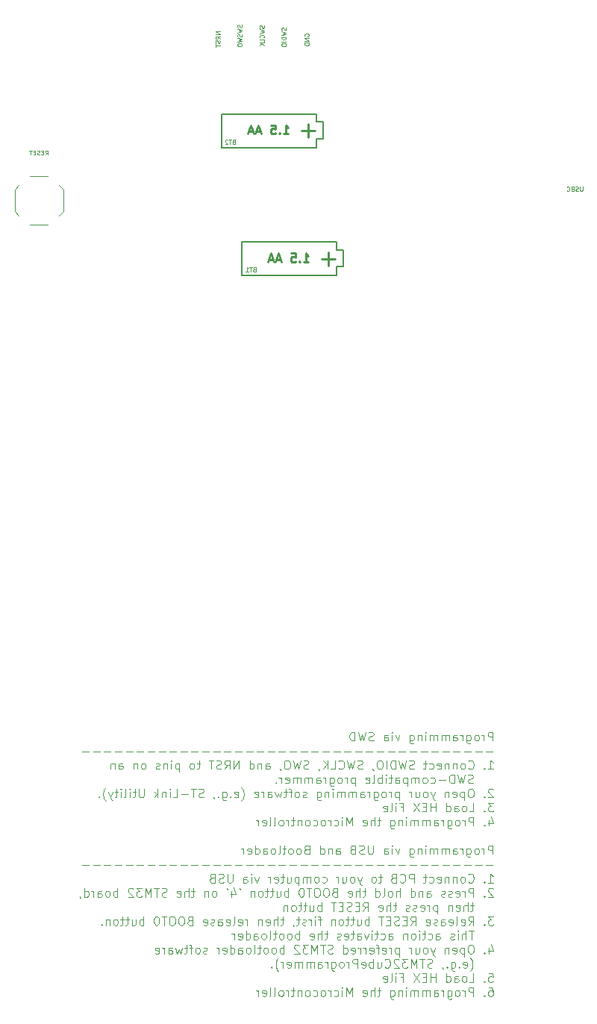
<source format=gbr>
%TF.GenerationSoftware,KiCad,Pcbnew,8.0.1*%
%TF.CreationDate,2024-04-23T17:34:02+02:00*%
%TF.ProjectId,DM50,444d3530-2e6b-4696-9361-645f70636258,rev?*%
%TF.SameCoordinates,Original*%
%TF.FileFunction,Legend,Bot*%
%TF.FilePolarity,Positive*%
%FSLAX46Y46*%
G04 Gerber Fmt 4.6, Leading zero omitted, Abs format (unit mm)*
G04 Created by KiCad (PCBNEW 8.0.1) date 2024-04-23 17:34:02*
%MOMM*%
%LPD*%
G01*
G04 APERTURE LIST*
%ADD10C,0.150000*%
%ADD11C,0.125000*%
%ADD12C,0.100000*%
%ADD13C,0.250000*%
%ADD14C,0.120000*%
G04 APERTURE END LIST*
D10*
X75850000Y-46200000D02*
X86550000Y-46200000D01*
X86550000Y-46200000D02*
X86550000Y-47100000D01*
X86550000Y-50000000D02*
X75850000Y-50000000D01*
X87350000Y-49000000D02*
X86550000Y-49000000D01*
X86550000Y-47100000D02*
X87350000Y-47100000D01*
X78131000Y-64537500D02*
X78131000Y-60737500D01*
X75850000Y-50000000D02*
X75850000Y-46200000D01*
X86550000Y-49000000D02*
X86550000Y-50000000D01*
X87350000Y-47100000D02*
X87350000Y-49000000D01*
X88831000Y-64537500D02*
X78131000Y-64537500D01*
X78131000Y-60737500D02*
X88831000Y-60737500D01*
X88831000Y-61637500D02*
X89631000Y-61637500D01*
X88831000Y-63537500D02*
X88831000Y-64537500D01*
X89631000Y-63537500D02*
X88831000Y-63537500D01*
X89631000Y-61637500D02*
X89631000Y-63537500D01*
X88831000Y-60737500D02*
X88831000Y-61637500D01*
D11*
X78108500Y-36093954D02*
X78132309Y-36165382D01*
X78132309Y-36165382D02*
X78132309Y-36284430D01*
X78132309Y-36284430D02*
X78108500Y-36332049D01*
X78108500Y-36332049D02*
X78084690Y-36355858D01*
X78084690Y-36355858D02*
X78037071Y-36379668D01*
X78037071Y-36379668D02*
X77989452Y-36379668D01*
X77989452Y-36379668D02*
X77941833Y-36355858D01*
X77941833Y-36355858D02*
X77918023Y-36332049D01*
X77918023Y-36332049D02*
X77894214Y-36284430D01*
X77894214Y-36284430D02*
X77870404Y-36189192D01*
X77870404Y-36189192D02*
X77846595Y-36141573D01*
X77846595Y-36141573D02*
X77822785Y-36117763D01*
X77822785Y-36117763D02*
X77775166Y-36093954D01*
X77775166Y-36093954D02*
X77727547Y-36093954D01*
X77727547Y-36093954D02*
X77679928Y-36117763D01*
X77679928Y-36117763D02*
X77656119Y-36141573D01*
X77656119Y-36141573D02*
X77632309Y-36189192D01*
X77632309Y-36189192D02*
X77632309Y-36308239D01*
X77632309Y-36308239D02*
X77656119Y-36379668D01*
X77632309Y-36546334D02*
X78132309Y-36665382D01*
X78132309Y-36665382D02*
X77775166Y-36760620D01*
X77775166Y-36760620D02*
X78132309Y-36855858D01*
X78132309Y-36855858D02*
X77632309Y-36974906D01*
X78108500Y-37141573D02*
X78132309Y-37213001D01*
X78132309Y-37213001D02*
X78132309Y-37332049D01*
X78132309Y-37332049D02*
X78108500Y-37379668D01*
X78108500Y-37379668D02*
X78084690Y-37403477D01*
X78084690Y-37403477D02*
X78037071Y-37427287D01*
X78037071Y-37427287D02*
X77989452Y-37427287D01*
X77989452Y-37427287D02*
X77941833Y-37403477D01*
X77941833Y-37403477D02*
X77918023Y-37379668D01*
X77918023Y-37379668D02*
X77894214Y-37332049D01*
X77894214Y-37332049D02*
X77870404Y-37236811D01*
X77870404Y-37236811D02*
X77846595Y-37189192D01*
X77846595Y-37189192D02*
X77822785Y-37165382D01*
X77822785Y-37165382D02*
X77775166Y-37141573D01*
X77775166Y-37141573D02*
X77727547Y-37141573D01*
X77727547Y-37141573D02*
X77679928Y-37165382D01*
X77679928Y-37165382D02*
X77656119Y-37189192D01*
X77656119Y-37189192D02*
X77632309Y-37236811D01*
X77632309Y-37236811D02*
X77632309Y-37355858D01*
X77632309Y-37355858D02*
X77656119Y-37427287D01*
X77632309Y-37593953D02*
X78132309Y-37713001D01*
X78132309Y-37713001D02*
X77775166Y-37808239D01*
X77775166Y-37808239D02*
X78132309Y-37903477D01*
X78132309Y-37903477D02*
X77632309Y-38022525D01*
X77632309Y-38308239D02*
X77632309Y-38403477D01*
X77632309Y-38403477D02*
X77656119Y-38451096D01*
X77656119Y-38451096D02*
X77703738Y-38498715D01*
X77703738Y-38498715D02*
X77798976Y-38522525D01*
X77798976Y-38522525D02*
X77965642Y-38522525D01*
X77965642Y-38522525D02*
X78060880Y-38498715D01*
X78060880Y-38498715D02*
X78108500Y-38451096D01*
X78108500Y-38451096D02*
X78132309Y-38403477D01*
X78132309Y-38403477D02*
X78132309Y-38308239D01*
X78132309Y-38308239D02*
X78108500Y-38260620D01*
X78108500Y-38260620D02*
X78060880Y-38213001D01*
X78060880Y-38213001D02*
X77965642Y-38189192D01*
X77965642Y-38189192D02*
X77798976Y-38189192D01*
X77798976Y-38189192D02*
X77703738Y-38213001D01*
X77703738Y-38213001D02*
X77656119Y-38260620D01*
X77656119Y-38260620D02*
X77632309Y-38308239D01*
X75632309Y-36855859D02*
X75132309Y-36855859D01*
X75132309Y-36855859D02*
X75632309Y-37141573D01*
X75632309Y-37141573D02*
X75132309Y-37141573D01*
X75632309Y-37665383D02*
X75394214Y-37498717D01*
X75632309Y-37379669D02*
X75132309Y-37379669D01*
X75132309Y-37379669D02*
X75132309Y-37570145D01*
X75132309Y-37570145D02*
X75156119Y-37617764D01*
X75156119Y-37617764D02*
X75179928Y-37641574D01*
X75179928Y-37641574D02*
X75227547Y-37665383D01*
X75227547Y-37665383D02*
X75298976Y-37665383D01*
X75298976Y-37665383D02*
X75346595Y-37641574D01*
X75346595Y-37641574D02*
X75370404Y-37617764D01*
X75370404Y-37617764D02*
X75394214Y-37570145D01*
X75394214Y-37570145D02*
X75394214Y-37379669D01*
X75608500Y-37855860D02*
X75632309Y-37927288D01*
X75632309Y-37927288D02*
X75632309Y-38046336D01*
X75632309Y-38046336D02*
X75608500Y-38093955D01*
X75608500Y-38093955D02*
X75584690Y-38117764D01*
X75584690Y-38117764D02*
X75537071Y-38141574D01*
X75537071Y-38141574D02*
X75489452Y-38141574D01*
X75489452Y-38141574D02*
X75441833Y-38117764D01*
X75441833Y-38117764D02*
X75418023Y-38093955D01*
X75418023Y-38093955D02*
X75394214Y-38046336D01*
X75394214Y-38046336D02*
X75370404Y-37951098D01*
X75370404Y-37951098D02*
X75346595Y-37903479D01*
X75346595Y-37903479D02*
X75322785Y-37879669D01*
X75322785Y-37879669D02*
X75275166Y-37855860D01*
X75275166Y-37855860D02*
X75227547Y-37855860D01*
X75227547Y-37855860D02*
X75179928Y-37879669D01*
X75179928Y-37879669D02*
X75156119Y-37903479D01*
X75156119Y-37903479D02*
X75132309Y-37951098D01*
X75132309Y-37951098D02*
X75132309Y-38070145D01*
X75132309Y-38070145D02*
X75156119Y-38141574D01*
X75132309Y-38284431D02*
X75132309Y-38570145D01*
X75632309Y-38427288D02*
X75132309Y-38427288D01*
D12*
X55826190Y-50833609D02*
X55992856Y-50595514D01*
X56111904Y-50833609D02*
X56111904Y-50333609D01*
X56111904Y-50333609D02*
X55921428Y-50333609D01*
X55921428Y-50333609D02*
X55873809Y-50357419D01*
X55873809Y-50357419D02*
X55849999Y-50381228D01*
X55849999Y-50381228D02*
X55826190Y-50428847D01*
X55826190Y-50428847D02*
X55826190Y-50500276D01*
X55826190Y-50500276D02*
X55849999Y-50547895D01*
X55849999Y-50547895D02*
X55873809Y-50571704D01*
X55873809Y-50571704D02*
X55921428Y-50595514D01*
X55921428Y-50595514D02*
X56111904Y-50595514D01*
X55611904Y-50571704D02*
X55445237Y-50571704D01*
X55373809Y-50833609D02*
X55611904Y-50833609D01*
X55611904Y-50833609D02*
X55611904Y-50333609D01*
X55611904Y-50333609D02*
X55373809Y-50333609D01*
X55183332Y-50809800D02*
X55111904Y-50833609D01*
X55111904Y-50833609D02*
X54992856Y-50833609D01*
X54992856Y-50833609D02*
X54945237Y-50809800D01*
X54945237Y-50809800D02*
X54921428Y-50785990D01*
X54921428Y-50785990D02*
X54897618Y-50738371D01*
X54897618Y-50738371D02*
X54897618Y-50690752D01*
X54897618Y-50690752D02*
X54921428Y-50643133D01*
X54921428Y-50643133D02*
X54945237Y-50619323D01*
X54945237Y-50619323D02*
X54992856Y-50595514D01*
X54992856Y-50595514D02*
X55088094Y-50571704D01*
X55088094Y-50571704D02*
X55135713Y-50547895D01*
X55135713Y-50547895D02*
X55159523Y-50524085D01*
X55159523Y-50524085D02*
X55183332Y-50476466D01*
X55183332Y-50476466D02*
X55183332Y-50428847D01*
X55183332Y-50428847D02*
X55159523Y-50381228D01*
X55159523Y-50381228D02*
X55135713Y-50357419D01*
X55135713Y-50357419D02*
X55088094Y-50333609D01*
X55088094Y-50333609D02*
X54969047Y-50333609D01*
X54969047Y-50333609D02*
X54897618Y-50357419D01*
X54683333Y-50571704D02*
X54516666Y-50571704D01*
X54445238Y-50833609D02*
X54683333Y-50833609D01*
X54683333Y-50833609D02*
X54683333Y-50333609D01*
X54683333Y-50333609D02*
X54445238Y-50333609D01*
X54302380Y-50333609D02*
X54016666Y-50333609D01*
X54159523Y-50833609D02*
X54159523Y-50333609D01*
D11*
X116780952Y-54432309D02*
X116780952Y-54837071D01*
X116780952Y-54837071D02*
X116757142Y-54884690D01*
X116757142Y-54884690D02*
X116733333Y-54908500D01*
X116733333Y-54908500D02*
X116685714Y-54932309D01*
X116685714Y-54932309D02*
X116590476Y-54932309D01*
X116590476Y-54932309D02*
X116542857Y-54908500D01*
X116542857Y-54908500D02*
X116519047Y-54884690D01*
X116519047Y-54884690D02*
X116495238Y-54837071D01*
X116495238Y-54837071D02*
X116495238Y-54432309D01*
X116280951Y-54908500D02*
X116209523Y-54932309D01*
X116209523Y-54932309D02*
X116090475Y-54932309D01*
X116090475Y-54932309D02*
X116042856Y-54908500D01*
X116042856Y-54908500D02*
X116019047Y-54884690D01*
X116019047Y-54884690D02*
X115995237Y-54837071D01*
X115995237Y-54837071D02*
X115995237Y-54789452D01*
X115995237Y-54789452D02*
X116019047Y-54741833D01*
X116019047Y-54741833D02*
X116042856Y-54718023D01*
X116042856Y-54718023D02*
X116090475Y-54694214D01*
X116090475Y-54694214D02*
X116185713Y-54670404D01*
X116185713Y-54670404D02*
X116233332Y-54646595D01*
X116233332Y-54646595D02*
X116257142Y-54622785D01*
X116257142Y-54622785D02*
X116280951Y-54575166D01*
X116280951Y-54575166D02*
X116280951Y-54527547D01*
X116280951Y-54527547D02*
X116257142Y-54479928D01*
X116257142Y-54479928D02*
X116233332Y-54456119D01*
X116233332Y-54456119D02*
X116185713Y-54432309D01*
X116185713Y-54432309D02*
X116066666Y-54432309D01*
X116066666Y-54432309D02*
X115995237Y-54456119D01*
X115614285Y-54670404D02*
X115542857Y-54694214D01*
X115542857Y-54694214D02*
X115519047Y-54718023D01*
X115519047Y-54718023D02*
X115495238Y-54765642D01*
X115495238Y-54765642D02*
X115495238Y-54837071D01*
X115495238Y-54837071D02*
X115519047Y-54884690D01*
X115519047Y-54884690D02*
X115542857Y-54908500D01*
X115542857Y-54908500D02*
X115590476Y-54932309D01*
X115590476Y-54932309D02*
X115780952Y-54932309D01*
X115780952Y-54932309D02*
X115780952Y-54432309D01*
X115780952Y-54432309D02*
X115614285Y-54432309D01*
X115614285Y-54432309D02*
X115566666Y-54456119D01*
X115566666Y-54456119D02*
X115542857Y-54479928D01*
X115542857Y-54479928D02*
X115519047Y-54527547D01*
X115519047Y-54527547D02*
X115519047Y-54575166D01*
X115519047Y-54575166D02*
X115542857Y-54622785D01*
X115542857Y-54622785D02*
X115566666Y-54646595D01*
X115566666Y-54646595D02*
X115614285Y-54670404D01*
X115614285Y-54670404D02*
X115780952Y-54670404D01*
X114995238Y-54884690D02*
X115019047Y-54908500D01*
X115019047Y-54908500D02*
X115090476Y-54932309D01*
X115090476Y-54932309D02*
X115138095Y-54932309D01*
X115138095Y-54932309D02*
X115209523Y-54908500D01*
X115209523Y-54908500D02*
X115257142Y-54860880D01*
X115257142Y-54860880D02*
X115280952Y-54813261D01*
X115280952Y-54813261D02*
X115304761Y-54718023D01*
X115304761Y-54718023D02*
X115304761Y-54646595D01*
X115304761Y-54646595D02*
X115280952Y-54551357D01*
X115280952Y-54551357D02*
X115257142Y-54503738D01*
X115257142Y-54503738D02*
X115209523Y-54456119D01*
X115209523Y-54456119D02*
X115138095Y-54432309D01*
X115138095Y-54432309D02*
X115090476Y-54432309D01*
X115090476Y-54432309D02*
X115019047Y-54456119D01*
X115019047Y-54456119D02*
X114995238Y-54479928D01*
D13*
X85097666Y-63002119D02*
X85669094Y-63002119D01*
X85383380Y-63002119D02*
X85383380Y-62002119D01*
X85383380Y-62002119D02*
X85478618Y-62144976D01*
X85478618Y-62144976D02*
X85573856Y-62240214D01*
X85573856Y-62240214D02*
X85669094Y-62287833D01*
X84669094Y-62906880D02*
X84621475Y-62954500D01*
X84621475Y-62954500D02*
X84669094Y-63002119D01*
X84669094Y-63002119D02*
X84716713Y-62954500D01*
X84716713Y-62954500D02*
X84669094Y-62906880D01*
X84669094Y-62906880D02*
X84669094Y-63002119D01*
X83716714Y-62002119D02*
X84192904Y-62002119D01*
X84192904Y-62002119D02*
X84240523Y-62478309D01*
X84240523Y-62478309D02*
X84192904Y-62430690D01*
X84192904Y-62430690D02*
X84097666Y-62383071D01*
X84097666Y-62383071D02*
X83859571Y-62383071D01*
X83859571Y-62383071D02*
X83764333Y-62430690D01*
X83764333Y-62430690D02*
X83716714Y-62478309D01*
X83716714Y-62478309D02*
X83669095Y-62573547D01*
X83669095Y-62573547D02*
X83669095Y-62811642D01*
X83669095Y-62811642D02*
X83716714Y-62906880D01*
X83716714Y-62906880D02*
X83764333Y-62954500D01*
X83764333Y-62954500D02*
X83859571Y-63002119D01*
X83859571Y-63002119D02*
X84097666Y-63002119D01*
X84097666Y-63002119D02*
X84192904Y-62954500D01*
X84192904Y-62954500D02*
X84240523Y-62906880D01*
X82526237Y-62716404D02*
X82050047Y-62716404D01*
X82621475Y-63002119D02*
X82288142Y-62002119D01*
X82288142Y-62002119D02*
X81954809Y-63002119D01*
X81669094Y-62716404D02*
X81192904Y-62716404D01*
X81764332Y-63002119D02*
X81430999Y-62002119D01*
X81430999Y-62002119D02*
X81097666Y-63002119D01*
D11*
X106579668Y-117292127D02*
X106579668Y-116292127D01*
X106579668Y-116292127D02*
X106198716Y-116292127D01*
X106198716Y-116292127D02*
X106103478Y-116339746D01*
X106103478Y-116339746D02*
X106055859Y-116387365D01*
X106055859Y-116387365D02*
X106008240Y-116482603D01*
X106008240Y-116482603D02*
X106008240Y-116625460D01*
X106008240Y-116625460D02*
X106055859Y-116720698D01*
X106055859Y-116720698D02*
X106103478Y-116768317D01*
X106103478Y-116768317D02*
X106198716Y-116815936D01*
X106198716Y-116815936D02*
X106579668Y-116815936D01*
X105579668Y-117292127D02*
X105579668Y-116625460D01*
X105579668Y-116815936D02*
X105532049Y-116720698D01*
X105532049Y-116720698D02*
X105484430Y-116673079D01*
X105484430Y-116673079D02*
X105389192Y-116625460D01*
X105389192Y-116625460D02*
X105293954Y-116625460D01*
X104817763Y-117292127D02*
X104913001Y-117244508D01*
X104913001Y-117244508D02*
X104960620Y-117196888D01*
X104960620Y-117196888D02*
X105008239Y-117101650D01*
X105008239Y-117101650D02*
X105008239Y-116815936D01*
X105008239Y-116815936D02*
X104960620Y-116720698D01*
X104960620Y-116720698D02*
X104913001Y-116673079D01*
X104913001Y-116673079D02*
X104817763Y-116625460D01*
X104817763Y-116625460D02*
X104674906Y-116625460D01*
X104674906Y-116625460D02*
X104579668Y-116673079D01*
X104579668Y-116673079D02*
X104532049Y-116720698D01*
X104532049Y-116720698D02*
X104484430Y-116815936D01*
X104484430Y-116815936D02*
X104484430Y-117101650D01*
X104484430Y-117101650D02*
X104532049Y-117196888D01*
X104532049Y-117196888D02*
X104579668Y-117244508D01*
X104579668Y-117244508D02*
X104674906Y-117292127D01*
X104674906Y-117292127D02*
X104817763Y-117292127D01*
X103627287Y-116625460D02*
X103627287Y-117434984D01*
X103627287Y-117434984D02*
X103674906Y-117530222D01*
X103674906Y-117530222D02*
X103722525Y-117577841D01*
X103722525Y-117577841D02*
X103817763Y-117625460D01*
X103817763Y-117625460D02*
X103960620Y-117625460D01*
X103960620Y-117625460D02*
X104055858Y-117577841D01*
X103627287Y-117244508D02*
X103722525Y-117292127D01*
X103722525Y-117292127D02*
X103913001Y-117292127D01*
X103913001Y-117292127D02*
X104008239Y-117244508D01*
X104008239Y-117244508D02*
X104055858Y-117196888D01*
X104055858Y-117196888D02*
X104103477Y-117101650D01*
X104103477Y-117101650D02*
X104103477Y-116815936D01*
X104103477Y-116815936D02*
X104055858Y-116720698D01*
X104055858Y-116720698D02*
X104008239Y-116673079D01*
X104008239Y-116673079D02*
X103913001Y-116625460D01*
X103913001Y-116625460D02*
X103722525Y-116625460D01*
X103722525Y-116625460D02*
X103627287Y-116673079D01*
X103151096Y-117292127D02*
X103151096Y-116625460D01*
X103151096Y-116815936D02*
X103103477Y-116720698D01*
X103103477Y-116720698D02*
X103055858Y-116673079D01*
X103055858Y-116673079D02*
X102960620Y-116625460D01*
X102960620Y-116625460D02*
X102865382Y-116625460D01*
X102103477Y-117292127D02*
X102103477Y-116768317D01*
X102103477Y-116768317D02*
X102151096Y-116673079D01*
X102151096Y-116673079D02*
X102246334Y-116625460D01*
X102246334Y-116625460D02*
X102436810Y-116625460D01*
X102436810Y-116625460D02*
X102532048Y-116673079D01*
X102103477Y-117244508D02*
X102198715Y-117292127D01*
X102198715Y-117292127D02*
X102436810Y-117292127D01*
X102436810Y-117292127D02*
X102532048Y-117244508D01*
X102532048Y-117244508D02*
X102579667Y-117149269D01*
X102579667Y-117149269D02*
X102579667Y-117054031D01*
X102579667Y-117054031D02*
X102532048Y-116958793D01*
X102532048Y-116958793D02*
X102436810Y-116911174D01*
X102436810Y-116911174D02*
X102198715Y-116911174D01*
X102198715Y-116911174D02*
X102103477Y-116863555D01*
X101627286Y-117292127D02*
X101627286Y-116625460D01*
X101627286Y-116720698D02*
X101579667Y-116673079D01*
X101579667Y-116673079D02*
X101484429Y-116625460D01*
X101484429Y-116625460D02*
X101341572Y-116625460D01*
X101341572Y-116625460D02*
X101246334Y-116673079D01*
X101246334Y-116673079D02*
X101198715Y-116768317D01*
X101198715Y-116768317D02*
X101198715Y-117292127D01*
X101198715Y-116768317D02*
X101151096Y-116673079D01*
X101151096Y-116673079D02*
X101055858Y-116625460D01*
X101055858Y-116625460D02*
X100913001Y-116625460D01*
X100913001Y-116625460D02*
X100817762Y-116673079D01*
X100817762Y-116673079D02*
X100770143Y-116768317D01*
X100770143Y-116768317D02*
X100770143Y-117292127D01*
X100293953Y-117292127D02*
X100293953Y-116625460D01*
X100293953Y-116720698D02*
X100246334Y-116673079D01*
X100246334Y-116673079D02*
X100151096Y-116625460D01*
X100151096Y-116625460D02*
X100008239Y-116625460D01*
X100008239Y-116625460D02*
X99913001Y-116673079D01*
X99913001Y-116673079D02*
X99865382Y-116768317D01*
X99865382Y-116768317D02*
X99865382Y-117292127D01*
X99865382Y-116768317D02*
X99817763Y-116673079D01*
X99817763Y-116673079D02*
X99722525Y-116625460D01*
X99722525Y-116625460D02*
X99579668Y-116625460D01*
X99579668Y-116625460D02*
X99484429Y-116673079D01*
X99484429Y-116673079D02*
X99436810Y-116768317D01*
X99436810Y-116768317D02*
X99436810Y-117292127D01*
X98960620Y-117292127D02*
X98960620Y-116625460D01*
X98960620Y-116292127D02*
X99008239Y-116339746D01*
X99008239Y-116339746D02*
X98960620Y-116387365D01*
X98960620Y-116387365D02*
X98913001Y-116339746D01*
X98913001Y-116339746D02*
X98960620Y-116292127D01*
X98960620Y-116292127D02*
X98960620Y-116387365D01*
X98484430Y-116625460D02*
X98484430Y-117292127D01*
X98484430Y-116720698D02*
X98436811Y-116673079D01*
X98436811Y-116673079D02*
X98341573Y-116625460D01*
X98341573Y-116625460D02*
X98198716Y-116625460D01*
X98198716Y-116625460D02*
X98103478Y-116673079D01*
X98103478Y-116673079D02*
X98055859Y-116768317D01*
X98055859Y-116768317D02*
X98055859Y-117292127D01*
X97151097Y-116625460D02*
X97151097Y-117434984D01*
X97151097Y-117434984D02*
X97198716Y-117530222D01*
X97198716Y-117530222D02*
X97246335Y-117577841D01*
X97246335Y-117577841D02*
X97341573Y-117625460D01*
X97341573Y-117625460D02*
X97484430Y-117625460D01*
X97484430Y-117625460D02*
X97579668Y-117577841D01*
X97151097Y-117244508D02*
X97246335Y-117292127D01*
X97246335Y-117292127D02*
X97436811Y-117292127D01*
X97436811Y-117292127D02*
X97532049Y-117244508D01*
X97532049Y-117244508D02*
X97579668Y-117196888D01*
X97579668Y-117196888D02*
X97627287Y-117101650D01*
X97627287Y-117101650D02*
X97627287Y-116815936D01*
X97627287Y-116815936D02*
X97579668Y-116720698D01*
X97579668Y-116720698D02*
X97532049Y-116673079D01*
X97532049Y-116673079D02*
X97436811Y-116625460D01*
X97436811Y-116625460D02*
X97246335Y-116625460D01*
X97246335Y-116625460D02*
X97151097Y-116673079D01*
X96008239Y-116625460D02*
X95770144Y-117292127D01*
X95770144Y-117292127D02*
X95532049Y-116625460D01*
X95151096Y-117292127D02*
X95151096Y-116625460D01*
X95151096Y-116292127D02*
X95198715Y-116339746D01*
X95198715Y-116339746D02*
X95151096Y-116387365D01*
X95151096Y-116387365D02*
X95103477Y-116339746D01*
X95103477Y-116339746D02*
X95151096Y-116292127D01*
X95151096Y-116292127D02*
X95151096Y-116387365D01*
X94246335Y-117292127D02*
X94246335Y-116768317D01*
X94246335Y-116768317D02*
X94293954Y-116673079D01*
X94293954Y-116673079D02*
X94389192Y-116625460D01*
X94389192Y-116625460D02*
X94579668Y-116625460D01*
X94579668Y-116625460D02*
X94674906Y-116673079D01*
X94246335Y-117244508D02*
X94341573Y-117292127D01*
X94341573Y-117292127D02*
X94579668Y-117292127D01*
X94579668Y-117292127D02*
X94674906Y-117244508D01*
X94674906Y-117244508D02*
X94722525Y-117149269D01*
X94722525Y-117149269D02*
X94722525Y-117054031D01*
X94722525Y-117054031D02*
X94674906Y-116958793D01*
X94674906Y-116958793D02*
X94579668Y-116911174D01*
X94579668Y-116911174D02*
X94341573Y-116911174D01*
X94341573Y-116911174D02*
X94246335Y-116863555D01*
X93055858Y-117244508D02*
X92913001Y-117292127D01*
X92913001Y-117292127D02*
X92674906Y-117292127D01*
X92674906Y-117292127D02*
X92579668Y-117244508D01*
X92579668Y-117244508D02*
X92532049Y-117196888D01*
X92532049Y-117196888D02*
X92484430Y-117101650D01*
X92484430Y-117101650D02*
X92484430Y-117006412D01*
X92484430Y-117006412D02*
X92532049Y-116911174D01*
X92532049Y-116911174D02*
X92579668Y-116863555D01*
X92579668Y-116863555D02*
X92674906Y-116815936D01*
X92674906Y-116815936D02*
X92865382Y-116768317D01*
X92865382Y-116768317D02*
X92960620Y-116720698D01*
X92960620Y-116720698D02*
X93008239Y-116673079D01*
X93008239Y-116673079D02*
X93055858Y-116577841D01*
X93055858Y-116577841D02*
X93055858Y-116482603D01*
X93055858Y-116482603D02*
X93008239Y-116387365D01*
X93008239Y-116387365D02*
X92960620Y-116339746D01*
X92960620Y-116339746D02*
X92865382Y-116292127D01*
X92865382Y-116292127D02*
X92627287Y-116292127D01*
X92627287Y-116292127D02*
X92484430Y-116339746D01*
X92151096Y-116292127D02*
X91913001Y-117292127D01*
X91913001Y-117292127D02*
X91722525Y-116577841D01*
X91722525Y-116577841D02*
X91532049Y-117292127D01*
X91532049Y-117292127D02*
X91293954Y-116292127D01*
X90913001Y-117292127D02*
X90913001Y-116292127D01*
X90913001Y-116292127D02*
X90674906Y-116292127D01*
X90674906Y-116292127D02*
X90532049Y-116339746D01*
X90532049Y-116339746D02*
X90436811Y-116434984D01*
X90436811Y-116434984D02*
X90389192Y-116530222D01*
X90389192Y-116530222D02*
X90341573Y-116720698D01*
X90341573Y-116720698D02*
X90341573Y-116863555D01*
X90341573Y-116863555D02*
X90389192Y-117054031D01*
X90389192Y-117054031D02*
X90436811Y-117149269D01*
X90436811Y-117149269D02*
X90532049Y-117244508D01*
X90532049Y-117244508D02*
X90674906Y-117292127D01*
X90674906Y-117292127D02*
X90913001Y-117292127D01*
X106579668Y-118521118D02*
X105817764Y-118521118D01*
X105341573Y-118521118D02*
X104579669Y-118521118D01*
X104103478Y-118521118D02*
X103341574Y-118521118D01*
X102865383Y-118521118D02*
X102103479Y-118521118D01*
X101627288Y-118521118D02*
X100865384Y-118521118D01*
X100389193Y-118521118D02*
X99627289Y-118521118D01*
X99151098Y-118521118D02*
X98389194Y-118521118D01*
X97913003Y-118521118D02*
X97151099Y-118521118D01*
X96674908Y-118521118D02*
X95913004Y-118521118D01*
X95436813Y-118521118D02*
X94674909Y-118521118D01*
X94198718Y-118521118D02*
X93436814Y-118521118D01*
X92960623Y-118521118D02*
X92198719Y-118521118D01*
X91722528Y-118521118D02*
X90960624Y-118521118D01*
X90484433Y-118521118D02*
X89722529Y-118521118D01*
X89246338Y-118521118D02*
X88484434Y-118521118D01*
X88008243Y-118521118D02*
X87246339Y-118521118D01*
X86770148Y-118521118D02*
X86008244Y-118521118D01*
X85532053Y-118521118D02*
X84770149Y-118521118D01*
X84293958Y-118521118D02*
X83532054Y-118521118D01*
X83055863Y-118521118D02*
X82293959Y-118521118D01*
X81817768Y-118521118D02*
X81055864Y-118521118D01*
X80579673Y-118521118D02*
X79817769Y-118521118D01*
X79341578Y-118521118D02*
X78579674Y-118521118D01*
X78103483Y-118521118D02*
X77341579Y-118521118D01*
X76865388Y-118521118D02*
X76103484Y-118521118D01*
X75627293Y-118521118D02*
X74865389Y-118521118D01*
X74389198Y-118521118D02*
X73627294Y-118521118D01*
X73151103Y-118521118D02*
X72389199Y-118521118D01*
X71913008Y-118521118D02*
X71151104Y-118521118D01*
X70674913Y-118521118D02*
X69913009Y-118521118D01*
X69436818Y-118521118D02*
X68674914Y-118521118D01*
X68198723Y-118521118D02*
X67436819Y-118521118D01*
X66960628Y-118521118D02*
X66198724Y-118521118D01*
X65722533Y-118521118D02*
X64960629Y-118521118D01*
X64484438Y-118521118D02*
X63722534Y-118521118D01*
X63246343Y-118521118D02*
X62484439Y-118521118D01*
X62008248Y-118521118D02*
X61246344Y-118521118D01*
X60770153Y-118521118D02*
X60008249Y-118521118D01*
X106055859Y-120512015D02*
X106627287Y-120512015D01*
X106341573Y-120512015D02*
X106341573Y-119512015D01*
X106341573Y-119512015D02*
X106436811Y-119654872D01*
X106436811Y-119654872D02*
X106532049Y-119750110D01*
X106532049Y-119750110D02*
X106627287Y-119797729D01*
X105627287Y-120416776D02*
X105579668Y-120464396D01*
X105579668Y-120464396D02*
X105627287Y-120512015D01*
X105627287Y-120512015D02*
X105674906Y-120464396D01*
X105674906Y-120464396D02*
X105627287Y-120416776D01*
X105627287Y-120416776D02*
X105627287Y-120512015D01*
X103817764Y-120416776D02*
X103865383Y-120464396D01*
X103865383Y-120464396D02*
X104008240Y-120512015D01*
X104008240Y-120512015D02*
X104103478Y-120512015D01*
X104103478Y-120512015D02*
X104246335Y-120464396D01*
X104246335Y-120464396D02*
X104341573Y-120369157D01*
X104341573Y-120369157D02*
X104389192Y-120273919D01*
X104389192Y-120273919D02*
X104436811Y-120083443D01*
X104436811Y-120083443D02*
X104436811Y-119940586D01*
X104436811Y-119940586D02*
X104389192Y-119750110D01*
X104389192Y-119750110D02*
X104341573Y-119654872D01*
X104341573Y-119654872D02*
X104246335Y-119559634D01*
X104246335Y-119559634D02*
X104103478Y-119512015D01*
X104103478Y-119512015D02*
X104008240Y-119512015D01*
X104008240Y-119512015D02*
X103865383Y-119559634D01*
X103865383Y-119559634D02*
X103817764Y-119607253D01*
X103246335Y-120512015D02*
X103341573Y-120464396D01*
X103341573Y-120464396D02*
X103389192Y-120416776D01*
X103389192Y-120416776D02*
X103436811Y-120321538D01*
X103436811Y-120321538D02*
X103436811Y-120035824D01*
X103436811Y-120035824D02*
X103389192Y-119940586D01*
X103389192Y-119940586D02*
X103341573Y-119892967D01*
X103341573Y-119892967D02*
X103246335Y-119845348D01*
X103246335Y-119845348D02*
X103103478Y-119845348D01*
X103103478Y-119845348D02*
X103008240Y-119892967D01*
X103008240Y-119892967D02*
X102960621Y-119940586D01*
X102960621Y-119940586D02*
X102913002Y-120035824D01*
X102913002Y-120035824D02*
X102913002Y-120321538D01*
X102913002Y-120321538D02*
X102960621Y-120416776D01*
X102960621Y-120416776D02*
X103008240Y-120464396D01*
X103008240Y-120464396D02*
X103103478Y-120512015D01*
X103103478Y-120512015D02*
X103246335Y-120512015D01*
X102484430Y-119845348D02*
X102484430Y-120512015D01*
X102484430Y-119940586D02*
X102436811Y-119892967D01*
X102436811Y-119892967D02*
X102341573Y-119845348D01*
X102341573Y-119845348D02*
X102198716Y-119845348D01*
X102198716Y-119845348D02*
X102103478Y-119892967D01*
X102103478Y-119892967D02*
X102055859Y-119988205D01*
X102055859Y-119988205D02*
X102055859Y-120512015D01*
X101579668Y-119845348D02*
X101579668Y-120512015D01*
X101579668Y-119940586D02*
X101532049Y-119892967D01*
X101532049Y-119892967D02*
X101436811Y-119845348D01*
X101436811Y-119845348D02*
X101293954Y-119845348D01*
X101293954Y-119845348D02*
X101198716Y-119892967D01*
X101198716Y-119892967D02*
X101151097Y-119988205D01*
X101151097Y-119988205D02*
X101151097Y-120512015D01*
X100293954Y-120464396D02*
X100389192Y-120512015D01*
X100389192Y-120512015D02*
X100579668Y-120512015D01*
X100579668Y-120512015D02*
X100674906Y-120464396D01*
X100674906Y-120464396D02*
X100722525Y-120369157D01*
X100722525Y-120369157D02*
X100722525Y-119988205D01*
X100722525Y-119988205D02*
X100674906Y-119892967D01*
X100674906Y-119892967D02*
X100579668Y-119845348D01*
X100579668Y-119845348D02*
X100389192Y-119845348D01*
X100389192Y-119845348D02*
X100293954Y-119892967D01*
X100293954Y-119892967D02*
X100246335Y-119988205D01*
X100246335Y-119988205D02*
X100246335Y-120083443D01*
X100246335Y-120083443D02*
X100722525Y-120178681D01*
X99389192Y-120464396D02*
X99484430Y-120512015D01*
X99484430Y-120512015D02*
X99674906Y-120512015D01*
X99674906Y-120512015D02*
X99770144Y-120464396D01*
X99770144Y-120464396D02*
X99817763Y-120416776D01*
X99817763Y-120416776D02*
X99865382Y-120321538D01*
X99865382Y-120321538D02*
X99865382Y-120035824D01*
X99865382Y-120035824D02*
X99817763Y-119940586D01*
X99817763Y-119940586D02*
X99770144Y-119892967D01*
X99770144Y-119892967D02*
X99674906Y-119845348D01*
X99674906Y-119845348D02*
X99484430Y-119845348D01*
X99484430Y-119845348D02*
X99389192Y-119892967D01*
X99103477Y-119845348D02*
X98722525Y-119845348D01*
X98960620Y-119512015D02*
X98960620Y-120369157D01*
X98960620Y-120369157D02*
X98913001Y-120464396D01*
X98913001Y-120464396D02*
X98817763Y-120512015D01*
X98817763Y-120512015D02*
X98722525Y-120512015D01*
X97674905Y-120464396D02*
X97532048Y-120512015D01*
X97532048Y-120512015D02*
X97293953Y-120512015D01*
X97293953Y-120512015D02*
X97198715Y-120464396D01*
X97198715Y-120464396D02*
X97151096Y-120416776D01*
X97151096Y-120416776D02*
X97103477Y-120321538D01*
X97103477Y-120321538D02*
X97103477Y-120226300D01*
X97103477Y-120226300D02*
X97151096Y-120131062D01*
X97151096Y-120131062D02*
X97198715Y-120083443D01*
X97198715Y-120083443D02*
X97293953Y-120035824D01*
X97293953Y-120035824D02*
X97484429Y-119988205D01*
X97484429Y-119988205D02*
X97579667Y-119940586D01*
X97579667Y-119940586D02*
X97627286Y-119892967D01*
X97627286Y-119892967D02*
X97674905Y-119797729D01*
X97674905Y-119797729D02*
X97674905Y-119702491D01*
X97674905Y-119702491D02*
X97627286Y-119607253D01*
X97627286Y-119607253D02*
X97579667Y-119559634D01*
X97579667Y-119559634D02*
X97484429Y-119512015D01*
X97484429Y-119512015D02*
X97246334Y-119512015D01*
X97246334Y-119512015D02*
X97103477Y-119559634D01*
X96770143Y-119512015D02*
X96532048Y-120512015D01*
X96532048Y-120512015D02*
X96341572Y-119797729D01*
X96341572Y-119797729D02*
X96151096Y-120512015D01*
X96151096Y-120512015D02*
X95913001Y-119512015D01*
X95532048Y-120512015D02*
X95532048Y-119512015D01*
X95532048Y-119512015D02*
X95293953Y-119512015D01*
X95293953Y-119512015D02*
X95151096Y-119559634D01*
X95151096Y-119559634D02*
X95055858Y-119654872D01*
X95055858Y-119654872D02*
X95008239Y-119750110D01*
X95008239Y-119750110D02*
X94960620Y-119940586D01*
X94960620Y-119940586D02*
X94960620Y-120083443D01*
X94960620Y-120083443D02*
X95008239Y-120273919D01*
X95008239Y-120273919D02*
X95055858Y-120369157D01*
X95055858Y-120369157D02*
X95151096Y-120464396D01*
X95151096Y-120464396D02*
X95293953Y-120512015D01*
X95293953Y-120512015D02*
X95532048Y-120512015D01*
X94532048Y-120512015D02*
X94532048Y-119512015D01*
X93865382Y-119512015D02*
X93674906Y-119512015D01*
X93674906Y-119512015D02*
X93579668Y-119559634D01*
X93579668Y-119559634D02*
X93484430Y-119654872D01*
X93484430Y-119654872D02*
X93436811Y-119845348D01*
X93436811Y-119845348D02*
X93436811Y-120178681D01*
X93436811Y-120178681D02*
X93484430Y-120369157D01*
X93484430Y-120369157D02*
X93579668Y-120464396D01*
X93579668Y-120464396D02*
X93674906Y-120512015D01*
X93674906Y-120512015D02*
X93865382Y-120512015D01*
X93865382Y-120512015D02*
X93960620Y-120464396D01*
X93960620Y-120464396D02*
X94055858Y-120369157D01*
X94055858Y-120369157D02*
X94103477Y-120178681D01*
X94103477Y-120178681D02*
X94103477Y-119845348D01*
X94103477Y-119845348D02*
X94055858Y-119654872D01*
X94055858Y-119654872D02*
X93960620Y-119559634D01*
X93960620Y-119559634D02*
X93865382Y-119512015D01*
X92960620Y-120464396D02*
X92960620Y-120512015D01*
X92960620Y-120512015D02*
X93008239Y-120607253D01*
X93008239Y-120607253D02*
X93055858Y-120654872D01*
X91817763Y-120464396D02*
X91674906Y-120512015D01*
X91674906Y-120512015D02*
X91436811Y-120512015D01*
X91436811Y-120512015D02*
X91341573Y-120464396D01*
X91341573Y-120464396D02*
X91293954Y-120416776D01*
X91293954Y-120416776D02*
X91246335Y-120321538D01*
X91246335Y-120321538D02*
X91246335Y-120226300D01*
X91246335Y-120226300D02*
X91293954Y-120131062D01*
X91293954Y-120131062D02*
X91341573Y-120083443D01*
X91341573Y-120083443D02*
X91436811Y-120035824D01*
X91436811Y-120035824D02*
X91627287Y-119988205D01*
X91627287Y-119988205D02*
X91722525Y-119940586D01*
X91722525Y-119940586D02*
X91770144Y-119892967D01*
X91770144Y-119892967D02*
X91817763Y-119797729D01*
X91817763Y-119797729D02*
X91817763Y-119702491D01*
X91817763Y-119702491D02*
X91770144Y-119607253D01*
X91770144Y-119607253D02*
X91722525Y-119559634D01*
X91722525Y-119559634D02*
X91627287Y-119512015D01*
X91627287Y-119512015D02*
X91389192Y-119512015D01*
X91389192Y-119512015D02*
X91246335Y-119559634D01*
X90913001Y-119512015D02*
X90674906Y-120512015D01*
X90674906Y-120512015D02*
X90484430Y-119797729D01*
X90484430Y-119797729D02*
X90293954Y-120512015D01*
X90293954Y-120512015D02*
X90055859Y-119512015D01*
X89103478Y-120416776D02*
X89151097Y-120464396D01*
X89151097Y-120464396D02*
X89293954Y-120512015D01*
X89293954Y-120512015D02*
X89389192Y-120512015D01*
X89389192Y-120512015D02*
X89532049Y-120464396D01*
X89532049Y-120464396D02*
X89627287Y-120369157D01*
X89627287Y-120369157D02*
X89674906Y-120273919D01*
X89674906Y-120273919D02*
X89722525Y-120083443D01*
X89722525Y-120083443D02*
X89722525Y-119940586D01*
X89722525Y-119940586D02*
X89674906Y-119750110D01*
X89674906Y-119750110D02*
X89627287Y-119654872D01*
X89627287Y-119654872D02*
X89532049Y-119559634D01*
X89532049Y-119559634D02*
X89389192Y-119512015D01*
X89389192Y-119512015D02*
X89293954Y-119512015D01*
X89293954Y-119512015D02*
X89151097Y-119559634D01*
X89151097Y-119559634D02*
X89103478Y-119607253D01*
X88198716Y-120512015D02*
X88674906Y-120512015D01*
X88674906Y-120512015D02*
X88674906Y-119512015D01*
X87865382Y-120512015D02*
X87865382Y-119512015D01*
X87293954Y-120512015D02*
X87722525Y-119940586D01*
X87293954Y-119512015D02*
X87865382Y-120083443D01*
X86817763Y-120464396D02*
X86817763Y-120512015D01*
X86817763Y-120512015D02*
X86865382Y-120607253D01*
X86865382Y-120607253D02*
X86913001Y-120654872D01*
X85674906Y-120464396D02*
X85532049Y-120512015D01*
X85532049Y-120512015D02*
X85293954Y-120512015D01*
X85293954Y-120512015D02*
X85198716Y-120464396D01*
X85198716Y-120464396D02*
X85151097Y-120416776D01*
X85151097Y-120416776D02*
X85103478Y-120321538D01*
X85103478Y-120321538D02*
X85103478Y-120226300D01*
X85103478Y-120226300D02*
X85151097Y-120131062D01*
X85151097Y-120131062D02*
X85198716Y-120083443D01*
X85198716Y-120083443D02*
X85293954Y-120035824D01*
X85293954Y-120035824D02*
X85484430Y-119988205D01*
X85484430Y-119988205D02*
X85579668Y-119940586D01*
X85579668Y-119940586D02*
X85627287Y-119892967D01*
X85627287Y-119892967D02*
X85674906Y-119797729D01*
X85674906Y-119797729D02*
X85674906Y-119702491D01*
X85674906Y-119702491D02*
X85627287Y-119607253D01*
X85627287Y-119607253D02*
X85579668Y-119559634D01*
X85579668Y-119559634D02*
X85484430Y-119512015D01*
X85484430Y-119512015D02*
X85246335Y-119512015D01*
X85246335Y-119512015D02*
X85103478Y-119559634D01*
X84770144Y-119512015D02*
X84532049Y-120512015D01*
X84532049Y-120512015D02*
X84341573Y-119797729D01*
X84341573Y-119797729D02*
X84151097Y-120512015D01*
X84151097Y-120512015D02*
X83913002Y-119512015D01*
X83341573Y-119512015D02*
X83151097Y-119512015D01*
X83151097Y-119512015D02*
X83055859Y-119559634D01*
X83055859Y-119559634D02*
X82960621Y-119654872D01*
X82960621Y-119654872D02*
X82913002Y-119845348D01*
X82913002Y-119845348D02*
X82913002Y-120178681D01*
X82913002Y-120178681D02*
X82960621Y-120369157D01*
X82960621Y-120369157D02*
X83055859Y-120464396D01*
X83055859Y-120464396D02*
X83151097Y-120512015D01*
X83151097Y-120512015D02*
X83341573Y-120512015D01*
X83341573Y-120512015D02*
X83436811Y-120464396D01*
X83436811Y-120464396D02*
X83532049Y-120369157D01*
X83532049Y-120369157D02*
X83579668Y-120178681D01*
X83579668Y-120178681D02*
X83579668Y-119845348D01*
X83579668Y-119845348D02*
X83532049Y-119654872D01*
X83532049Y-119654872D02*
X83436811Y-119559634D01*
X83436811Y-119559634D02*
X83341573Y-119512015D01*
X82436811Y-120464396D02*
X82436811Y-120512015D01*
X82436811Y-120512015D02*
X82484430Y-120607253D01*
X82484430Y-120607253D02*
X82532049Y-120654872D01*
X80817764Y-120512015D02*
X80817764Y-119988205D01*
X80817764Y-119988205D02*
X80865383Y-119892967D01*
X80865383Y-119892967D02*
X80960621Y-119845348D01*
X80960621Y-119845348D02*
X81151097Y-119845348D01*
X81151097Y-119845348D02*
X81246335Y-119892967D01*
X80817764Y-120464396D02*
X80913002Y-120512015D01*
X80913002Y-120512015D02*
X81151097Y-120512015D01*
X81151097Y-120512015D02*
X81246335Y-120464396D01*
X81246335Y-120464396D02*
X81293954Y-120369157D01*
X81293954Y-120369157D02*
X81293954Y-120273919D01*
X81293954Y-120273919D02*
X81246335Y-120178681D01*
X81246335Y-120178681D02*
X81151097Y-120131062D01*
X81151097Y-120131062D02*
X80913002Y-120131062D01*
X80913002Y-120131062D02*
X80817764Y-120083443D01*
X80341573Y-119845348D02*
X80341573Y-120512015D01*
X80341573Y-119940586D02*
X80293954Y-119892967D01*
X80293954Y-119892967D02*
X80198716Y-119845348D01*
X80198716Y-119845348D02*
X80055859Y-119845348D01*
X80055859Y-119845348D02*
X79960621Y-119892967D01*
X79960621Y-119892967D02*
X79913002Y-119988205D01*
X79913002Y-119988205D02*
X79913002Y-120512015D01*
X79008240Y-120512015D02*
X79008240Y-119512015D01*
X79008240Y-120464396D02*
X79103478Y-120512015D01*
X79103478Y-120512015D02*
X79293954Y-120512015D01*
X79293954Y-120512015D02*
X79389192Y-120464396D01*
X79389192Y-120464396D02*
X79436811Y-120416776D01*
X79436811Y-120416776D02*
X79484430Y-120321538D01*
X79484430Y-120321538D02*
X79484430Y-120035824D01*
X79484430Y-120035824D02*
X79436811Y-119940586D01*
X79436811Y-119940586D02*
X79389192Y-119892967D01*
X79389192Y-119892967D02*
X79293954Y-119845348D01*
X79293954Y-119845348D02*
X79103478Y-119845348D01*
X79103478Y-119845348D02*
X79008240Y-119892967D01*
X77770144Y-120512015D02*
X77770144Y-119512015D01*
X77770144Y-119512015D02*
X77198716Y-120512015D01*
X77198716Y-120512015D02*
X77198716Y-119512015D01*
X76151097Y-120512015D02*
X76484430Y-120035824D01*
X76722525Y-120512015D02*
X76722525Y-119512015D01*
X76722525Y-119512015D02*
X76341573Y-119512015D01*
X76341573Y-119512015D02*
X76246335Y-119559634D01*
X76246335Y-119559634D02*
X76198716Y-119607253D01*
X76198716Y-119607253D02*
X76151097Y-119702491D01*
X76151097Y-119702491D02*
X76151097Y-119845348D01*
X76151097Y-119845348D02*
X76198716Y-119940586D01*
X76198716Y-119940586D02*
X76246335Y-119988205D01*
X76246335Y-119988205D02*
X76341573Y-120035824D01*
X76341573Y-120035824D02*
X76722525Y-120035824D01*
X75770144Y-120464396D02*
X75627287Y-120512015D01*
X75627287Y-120512015D02*
X75389192Y-120512015D01*
X75389192Y-120512015D02*
X75293954Y-120464396D01*
X75293954Y-120464396D02*
X75246335Y-120416776D01*
X75246335Y-120416776D02*
X75198716Y-120321538D01*
X75198716Y-120321538D02*
X75198716Y-120226300D01*
X75198716Y-120226300D02*
X75246335Y-120131062D01*
X75246335Y-120131062D02*
X75293954Y-120083443D01*
X75293954Y-120083443D02*
X75389192Y-120035824D01*
X75389192Y-120035824D02*
X75579668Y-119988205D01*
X75579668Y-119988205D02*
X75674906Y-119940586D01*
X75674906Y-119940586D02*
X75722525Y-119892967D01*
X75722525Y-119892967D02*
X75770144Y-119797729D01*
X75770144Y-119797729D02*
X75770144Y-119702491D01*
X75770144Y-119702491D02*
X75722525Y-119607253D01*
X75722525Y-119607253D02*
X75674906Y-119559634D01*
X75674906Y-119559634D02*
X75579668Y-119512015D01*
X75579668Y-119512015D02*
X75341573Y-119512015D01*
X75341573Y-119512015D02*
X75198716Y-119559634D01*
X74913001Y-119512015D02*
X74341573Y-119512015D01*
X74627287Y-120512015D02*
X74627287Y-119512015D01*
X73389191Y-119845348D02*
X73008239Y-119845348D01*
X73246334Y-119512015D02*
X73246334Y-120369157D01*
X73246334Y-120369157D02*
X73198715Y-120464396D01*
X73198715Y-120464396D02*
X73103477Y-120512015D01*
X73103477Y-120512015D02*
X73008239Y-120512015D01*
X72532048Y-120512015D02*
X72627286Y-120464396D01*
X72627286Y-120464396D02*
X72674905Y-120416776D01*
X72674905Y-120416776D02*
X72722524Y-120321538D01*
X72722524Y-120321538D02*
X72722524Y-120035824D01*
X72722524Y-120035824D02*
X72674905Y-119940586D01*
X72674905Y-119940586D02*
X72627286Y-119892967D01*
X72627286Y-119892967D02*
X72532048Y-119845348D01*
X72532048Y-119845348D02*
X72389191Y-119845348D01*
X72389191Y-119845348D02*
X72293953Y-119892967D01*
X72293953Y-119892967D02*
X72246334Y-119940586D01*
X72246334Y-119940586D02*
X72198715Y-120035824D01*
X72198715Y-120035824D02*
X72198715Y-120321538D01*
X72198715Y-120321538D02*
X72246334Y-120416776D01*
X72246334Y-120416776D02*
X72293953Y-120464396D01*
X72293953Y-120464396D02*
X72389191Y-120512015D01*
X72389191Y-120512015D02*
X72532048Y-120512015D01*
X71008238Y-119845348D02*
X71008238Y-120845348D01*
X71008238Y-119892967D02*
X70913000Y-119845348D01*
X70913000Y-119845348D02*
X70722524Y-119845348D01*
X70722524Y-119845348D02*
X70627286Y-119892967D01*
X70627286Y-119892967D02*
X70579667Y-119940586D01*
X70579667Y-119940586D02*
X70532048Y-120035824D01*
X70532048Y-120035824D02*
X70532048Y-120321538D01*
X70532048Y-120321538D02*
X70579667Y-120416776D01*
X70579667Y-120416776D02*
X70627286Y-120464396D01*
X70627286Y-120464396D02*
X70722524Y-120512015D01*
X70722524Y-120512015D02*
X70913000Y-120512015D01*
X70913000Y-120512015D02*
X71008238Y-120464396D01*
X70103476Y-120512015D02*
X70103476Y-119845348D01*
X70103476Y-119512015D02*
X70151095Y-119559634D01*
X70151095Y-119559634D02*
X70103476Y-119607253D01*
X70103476Y-119607253D02*
X70055857Y-119559634D01*
X70055857Y-119559634D02*
X70103476Y-119512015D01*
X70103476Y-119512015D02*
X70103476Y-119607253D01*
X69627286Y-119845348D02*
X69627286Y-120512015D01*
X69627286Y-119940586D02*
X69579667Y-119892967D01*
X69579667Y-119892967D02*
X69484429Y-119845348D01*
X69484429Y-119845348D02*
X69341572Y-119845348D01*
X69341572Y-119845348D02*
X69246334Y-119892967D01*
X69246334Y-119892967D02*
X69198715Y-119988205D01*
X69198715Y-119988205D02*
X69198715Y-120512015D01*
X68770143Y-120464396D02*
X68674905Y-120512015D01*
X68674905Y-120512015D02*
X68484429Y-120512015D01*
X68484429Y-120512015D02*
X68389191Y-120464396D01*
X68389191Y-120464396D02*
X68341572Y-120369157D01*
X68341572Y-120369157D02*
X68341572Y-120321538D01*
X68341572Y-120321538D02*
X68389191Y-120226300D01*
X68389191Y-120226300D02*
X68484429Y-120178681D01*
X68484429Y-120178681D02*
X68627286Y-120178681D01*
X68627286Y-120178681D02*
X68722524Y-120131062D01*
X68722524Y-120131062D02*
X68770143Y-120035824D01*
X68770143Y-120035824D02*
X68770143Y-119988205D01*
X68770143Y-119988205D02*
X68722524Y-119892967D01*
X68722524Y-119892967D02*
X68627286Y-119845348D01*
X68627286Y-119845348D02*
X68484429Y-119845348D01*
X68484429Y-119845348D02*
X68389191Y-119892967D01*
X67008238Y-120512015D02*
X67103476Y-120464396D01*
X67103476Y-120464396D02*
X67151095Y-120416776D01*
X67151095Y-120416776D02*
X67198714Y-120321538D01*
X67198714Y-120321538D02*
X67198714Y-120035824D01*
X67198714Y-120035824D02*
X67151095Y-119940586D01*
X67151095Y-119940586D02*
X67103476Y-119892967D01*
X67103476Y-119892967D02*
X67008238Y-119845348D01*
X67008238Y-119845348D02*
X66865381Y-119845348D01*
X66865381Y-119845348D02*
X66770143Y-119892967D01*
X66770143Y-119892967D02*
X66722524Y-119940586D01*
X66722524Y-119940586D02*
X66674905Y-120035824D01*
X66674905Y-120035824D02*
X66674905Y-120321538D01*
X66674905Y-120321538D02*
X66722524Y-120416776D01*
X66722524Y-120416776D02*
X66770143Y-120464396D01*
X66770143Y-120464396D02*
X66865381Y-120512015D01*
X66865381Y-120512015D02*
X67008238Y-120512015D01*
X66246333Y-119845348D02*
X66246333Y-120512015D01*
X66246333Y-119940586D02*
X66198714Y-119892967D01*
X66198714Y-119892967D02*
X66103476Y-119845348D01*
X66103476Y-119845348D02*
X65960619Y-119845348D01*
X65960619Y-119845348D02*
X65865381Y-119892967D01*
X65865381Y-119892967D02*
X65817762Y-119988205D01*
X65817762Y-119988205D02*
X65817762Y-120512015D01*
X64151095Y-120512015D02*
X64151095Y-119988205D01*
X64151095Y-119988205D02*
X64198714Y-119892967D01*
X64198714Y-119892967D02*
X64293952Y-119845348D01*
X64293952Y-119845348D02*
X64484428Y-119845348D01*
X64484428Y-119845348D02*
X64579666Y-119892967D01*
X64151095Y-120464396D02*
X64246333Y-120512015D01*
X64246333Y-120512015D02*
X64484428Y-120512015D01*
X64484428Y-120512015D02*
X64579666Y-120464396D01*
X64579666Y-120464396D02*
X64627285Y-120369157D01*
X64627285Y-120369157D02*
X64627285Y-120273919D01*
X64627285Y-120273919D02*
X64579666Y-120178681D01*
X64579666Y-120178681D02*
X64484428Y-120131062D01*
X64484428Y-120131062D02*
X64246333Y-120131062D01*
X64246333Y-120131062D02*
X64151095Y-120083443D01*
X63674904Y-119845348D02*
X63674904Y-120512015D01*
X63674904Y-119940586D02*
X63627285Y-119892967D01*
X63627285Y-119892967D02*
X63532047Y-119845348D01*
X63532047Y-119845348D02*
X63389190Y-119845348D01*
X63389190Y-119845348D02*
X63293952Y-119892967D01*
X63293952Y-119892967D02*
X63246333Y-119988205D01*
X63246333Y-119988205D02*
X63246333Y-120512015D01*
X104341572Y-122074340D02*
X104198715Y-122121959D01*
X104198715Y-122121959D02*
X103960620Y-122121959D01*
X103960620Y-122121959D02*
X103865382Y-122074340D01*
X103865382Y-122074340D02*
X103817763Y-122026720D01*
X103817763Y-122026720D02*
X103770144Y-121931482D01*
X103770144Y-121931482D02*
X103770144Y-121836244D01*
X103770144Y-121836244D02*
X103817763Y-121741006D01*
X103817763Y-121741006D02*
X103865382Y-121693387D01*
X103865382Y-121693387D02*
X103960620Y-121645768D01*
X103960620Y-121645768D02*
X104151096Y-121598149D01*
X104151096Y-121598149D02*
X104246334Y-121550530D01*
X104246334Y-121550530D02*
X104293953Y-121502911D01*
X104293953Y-121502911D02*
X104341572Y-121407673D01*
X104341572Y-121407673D02*
X104341572Y-121312435D01*
X104341572Y-121312435D02*
X104293953Y-121217197D01*
X104293953Y-121217197D02*
X104246334Y-121169578D01*
X104246334Y-121169578D02*
X104151096Y-121121959D01*
X104151096Y-121121959D02*
X103913001Y-121121959D01*
X103913001Y-121121959D02*
X103770144Y-121169578D01*
X103436810Y-121121959D02*
X103198715Y-122121959D01*
X103198715Y-122121959D02*
X103008239Y-121407673D01*
X103008239Y-121407673D02*
X102817763Y-122121959D01*
X102817763Y-122121959D02*
X102579668Y-121121959D01*
X102198715Y-122121959D02*
X102198715Y-121121959D01*
X102198715Y-121121959D02*
X101960620Y-121121959D01*
X101960620Y-121121959D02*
X101817763Y-121169578D01*
X101817763Y-121169578D02*
X101722525Y-121264816D01*
X101722525Y-121264816D02*
X101674906Y-121360054D01*
X101674906Y-121360054D02*
X101627287Y-121550530D01*
X101627287Y-121550530D02*
X101627287Y-121693387D01*
X101627287Y-121693387D02*
X101674906Y-121883863D01*
X101674906Y-121883863D02*
X101722525Y-121979101D01*
X101722525Y-121979101D02*
X101817763Y-122074340D01*
X101817763Y-122074340D02*
X101960620Y-122121959D01*
X101960620Y-122121959D02*
X102198715Y-122121959D01*
X101198715Y-121741006D02*
X100436811Y-121741006D01*
X99532049Y-122074340D02*
X99627287Y-122121959D01*
X99627287Y-122121959D02*
X99817763Y-122121959D01*
X99817763Y-122121959D02*
X99913001Y-122074340D01*
X99913001Y-122074340D02*
X99960620Y-122026720D01*
X99960620Y-122026720D02*
X100008239Y-121931482D01*
X100008239Y-121931482D02*
X100008239Y-121645768D01*
X100008239Y-121645768D02*
X99960620Y-121550530D01*
X99960620Y-121550530D02*
X99913001Y-121502911D01*
X99913001Y-121502911D02*
X99817763Y-121455292D01*
X99817763Y-121455292D02*
X99627287Y-121455292D01*
X99627287Y-121455292D02*
X99532049Y-121502911D01*
X98960620Y-122121959D02*
X99055858Y-122074340D01*
X99055858Y-122074340D02*
X99103477Y-122026720D01*
X99103477Y-122026720D02*
X99151096Y-121931482D01*
X99151096Y-121931482D02*
X99151096Y-121645768D01*
X99151096Y-121645768D02*
X99103477Y-121550530D01*
X99103477Y-121550530D02*
X99055858Y-121502911D01*
X99055858Y-121502911D02*
X98960620Y-121455292D01*
X98960620Y-121455292D02*
X98817763Y-121455292D01*
X98817763Y-121455292D02*
X98722525Y-121502911D01*
X98722525Y-121502911D02*
X98674906Y-121550530D01*
X98674906Y-121550530D02*
X98627287Y-121645768D01*
X98627287Y-121645768D02*
X98627287Y-121931482D01*
X98627287Y-121931482D02*
X98674906Y-122026720D01*
X98674906Y-122026720D02*
X98722525Y-122074340D01*
X98722525Y-122074340D02*
X98817763Y-122121959D01*
X98817763Y-122121959D02*
X98960620Y-122121959D01*
X98198715Y-122121959D02*
X98198715Y-121455292D01*
X98198715Y-121550530D02*
X98151096Y-121502911D01*
X98151096Y-121502911D02*
X98055858Y-121455292D01*
X98055858Y-121455292D02*
X97913001Y-121455292D01*
X97913001Y-121455292D02*
X97817763Y-121502911D01*
X97817763Y-121502911D02*
X97770144Y-121598149D01*
X97770144Y-121598149D02*
X97770144Y-122121959D01*
X97770144Y-121598149D02*
X97722525Y-121502911D01*
X97722525Y-121502911D02*
X97627287Y-121455292D01*
X97627287Y-121455292D02*
X97484430Y-121455292D01*
X97484430Y-121455292D02*
X97389191Y-121502911D01*
X97389191Y-121502911D02*
X97341572Y-121598149D01*
X97341572Y-121598149D02*
X97341572Y-122121959D01*
X96865382Y-121455292D02*
X96865382Y-122455292D01*
X96865382Y-121502911D02*
X96770144Y-121455292D01*
X96770144Y-121455292D02*
X96579668Y-121455292D01*
X96579668Y-121455292D02*
X96484430Y-121502911D01*
X96484430Y-121502911D02*
X96436811Y-121550530D01*
X96436811Y-121550530D02*
X96389192Y-121645768D01*
X96389192Y-121645768D02*
X96389192Y-121931482D01*
X96389192Y-121931482D02*
X96436811Y-122026720D01*
X96436811Y-122026720D02*
X96484430Y-122074340D01*
X96484430Y-122074340D02*
X96579668Y-122121959D01*
X96579668Y-122121959D02*
X96770144Y-122121959D01*
X96770144Y-122121959D02*
X96865382Y-122074340D01*
X95532049Y-122121959D02*
X95532049Y-121598149D01*
X95532049Y-121598149D02*
X95579668Y-121502911D01*
X95579668Y-121502911D02*
X95674906Y-121455292D01*
X95674906Y-121455292D02*
X95865382Y-121455292D01*
X95865382Y-121455292D02*
X95960620Y-121502911D01*
X95532049Y-122074340D02*
X95627287Y-122121959D01*
X95627287Y-122121959D02*
X95865382Y-122121959D01*
X95865382Y-122121959D02*
X95960620Y-122074340D01*
X95960620Y-122074340D02*
X96008239Y-121979101D01*
X96008239Y-121979101D02*
X96008239Y-121883863D01*
X96008239Y-121883863D02*
X95960620Y-121788625D01*
X95960620Y-121788625D02*
X95865382Y-121741006D01*
X95865382Y-121741006D02*
X95627287Y-121741006D01*
X95627287Y-121741006D02*
X95532049Y-121693387D01*
X95198715Y-121455292D02*
X94817763Y-121455292D01*
X95055858Y-121121959D02*
X95055858Y-121979101D01*
X95055858Y-121979101D02*
X95008239Y-122074340D01*
X95008239Y-122074340D02*
X94913001Y-122121959D01*
X94913001Y-122121959D02*
X94817763Y-122121959D01*
X94484429Y-122121959D02*
X94484429Y-121455292D01*
X94484429Y-121121959D02*
X94532048Y-121169578D01*
X94532048Y-121169578D02*
X94484429Y-121217197D01*
X94484429Y-121217197D02*
X94436810Y-121169578D01*
X94436810Y-121169578D02*
X94484429Y-121121959D01*
X94484429Y-121121959D02*
X94484429Y-121217197D01*
X94008239Y-122121959D02*
X94008239Y-121121959D01*
X94008239Y-121502911D02*
X93913001Y-121455292D01*
X93913001Y-121455292D02*
X93722525Y-121455292D01*
X93722525Y-121455292D02*
X93627287Y-121502911D01*
X93627287Y-121502911D02*
X93579668Y-121550530D01*
X93579668Y-121550530D02*
X93532049Y-121645768D01*
X93532049Y-121645768D02*
X93532049Y-121931482D01*
X93532049Y-121931482D02*
X93579668Y-122026720D01*
X93579668Y-122026720D02*
X93627287Y-122074340D01*
X93627287Y-122074340D02*
X93722525Y-122121959D01*
X93722525Y-122121959D02*
X93913001Y-122121959D01*
X93913001Y-122121959D02*
X94008239Y-122074340D01*
X92960620Y-122121959D02*
X93055858Y-122074340D01*
X93055858Y-122074340D02*
X93103477Y-121979101D01*
X93103477Y-121979101D02*
X93103477Y-121121959D01*
X92198715Y-122074340D02*
X92293953Y-122121959D01*
X92293953Y-122121959D02*
X92484429Y-122121959D01*
X92484429Y-122121959D02*
X92579667Y-122074340D01*
X92579667Y-122074340D02*
X92627286Y-121979101D01*
X92627286Y-121979101D02*
X92627286Y-121598149D01*
X92627286Y-121598149D02*
X92579667Y-121502911D01*
X92579667Y-121502911D02*
X92484429Y-121455292D01*
X92484429Y-121455292D02*
X92293953Y-121455292D01*
X92293953Y-121455292D02*
X92198715Y-121502911D01*
X92198715Y-121502911D02*
X92151096Y-121598149D01*
X92151096Y-121598149D02*
X92151096Y-121693387D01*
X92151096Y-121693387D02*
X92627286Y-121788625D01*
X90960619Y-121455292D02*
X90960619Y-122455292D01*
X90960619Y-121502911D02*
X90865381Y-121455292D01*
X90865381Y-121455292D02*
X90674905Y-121455292D01*
X90674905Y-121455292D02*
X90579667Y-121502911D01*
X90579667Y-121502911D02*
X90532048Y-121550530D01*
X90532048Y-121550530D02*
X90484429Y-121645768D01*
X90484429Y-121645768D02*
X90484429Y-121931482D01*
X90484429Y-121931482D02*
X90532048Y-122026720D01*
X90532048Y-122026720D02*
X90579667Y-122074340D01*
X90579667Y-122074340D02*
X90674905Y-122121959D01*
X90674905Y-122121959D02*
X90865381Y-122121959D01*
X90865381Y-122121959D02*
X90960619Y-122074340D01*
X90055857Y-122121959D02*
X90055857Y-121455292D01*
X90055857Y-121645768D02*
X90008238Y-121550530D01*
X90008238Y-121550530D02*
X89960619Y-121502911D01*
X89960619Y-121502911D02*
X89865381Y-121455292D01*
X89865381Y-121455292D02*
X89770143Y-121455292D01*
X89293952Y-122121959D02*
X89389190Y-122074340D01*
X89389190Y-122074340D02*
X89436809Y-122026720D01*
X89436809Y-122026720D02*
X89484428Y-121931482D01*
X89484428Y-121931482D02*
X89484428Y-121645768D01*
X89484428Y-121645768D02*
X89436809Y-121550530D01*
X89436809Y-121550530D02*
X89389190Y-121502911D01*
X89389190Y-121502911D02*
X89293952Y-121455292D01*
X89293952Y-121455292D02*
X89151095Y-121455292D01*
X89151095Y-121455292D02*
X89055857Y-121502911D01*
X89055857Y-121502911D02*
X89008238Y-121550530D01*
X89008238Y-121550530D02*
X88960619Y-121645768D01*
X88960619Y-121645768D02*
X88960619Y-121931482D01*
X88960619Y-121931482D02*
X89008238Y-122026720D01*
X89008238Y-122026720D02*
X89055857Y-122074340D01*
X89055857Y-122074340D02*
X89151095Y-122121959D01*
X89151095Y-122121959D02*
X89293952Y-122121959D01*
X88103476Y-121455292D02*
X88103476Y-122264816D01*
X88103476Y-122264816D02*
X88151095Y-122360054D01*
X88151095Y-122360054D02*
X88198714Y-122407673D01*
X88198714Y-122407673D02*
X88293952Y-122455292D01*
X88293952Y-122455292D02*
X88436809Y-122455292D01*
X88436809Y-122455292D02*
X88532047Y-122407673D01*
X88103476Y-122074340D02*
X88198714Y-122121959D01*
X88198714Y-122121959D02*
X88389190Y-122121959D01*
X88389190Y-122121959D02*
X88484428Y-122074340D01*
X88484428Y-122074340D02*
X88532047Y-122026720D01*
X88532047Y-122026720D02*
X88579666Y-121931482D01*
X88579666Y-121931482D02*
X88579666Y-121645768D01*
X88579666Y-121645768D02*
X88532047Y-121550530D01*
X88532047Y-121550530D02*
X88484428Y-121502911D01*
X88484428Y-121502911D02*
X88389190Y-121455292D01*
X88389190Y-121455292D02*
X88198714Y-121455292D01*
X88198714Y-121455292D02*
X88103476Y-121502911D01*
X87627285Y-122121959D02*
X87627285Y-121455292D01*
X87627285Y-121645768D02*
X87579666Y-121550530D01*
X87579666Y-121550530D02*
X87532047Y-121502911D01*
X87532047Y-121502911D02*
X87436809Y-121455292D01*
X87436809Y-121455292D02*
X87341571Y-121455292D01*
X86579666Y-122121959D02*
X86579666Y-121598149D01*
X86579666Y-121598149D02*
X86627285Y-121502911D01*
X86627285Y-121502911D02*
X86722523Y-121455292D01*
X86722523Y-121455292D02*
X86912999Y-121455292D01*
X86912999Y-121455292D02*
X87008237Y-121502911D01*
X86579666Y-122074340D02*
X86674904Y-122121959D01*
X86674904Y-122121959D02*
X86912999Y-122121959D01*
X86912999Y-122121959D02*
X87008237Y-122074340D01*
X87008237Y-122074340D02*
X87055856Y-121979101D01*
X87055856Y-121979101D02*
X87055856Y-121883863D01*
X87055856Y-121883863D02*
X87008237Y-121788625D01*
X87008237Y-121788625D02*
X86912999Y-121741006D01*
X86912999Y-121741006D02*
X86674904Y-121741006D01*
X86674904Y-121741006D02*
X86579666Y-121693387D01*
X86103475Y-122121959D02*
X86103475Y-121455292D01*
X86103475Y-121550530D02*
X86055856Y-121502911D01*
X86055856Y-121502911D02*
X85960618Y-121455292D01*
X85960618Y-121455292D02*
X85817761Y-121455292D01*
X85817761Y-121455292D02*
X85722523Y-121502911D01*
X85722523Y-121502911D02*
X85674904Y-121598149D01*
X85674904Y-121598149D02*
X85674904Y-122121959D01*
X85674904Y-121598149D02*
X85627285Y-121502911D01*
X85627285Y-121502911D02*
X85532047Y-121455292D01*
X85532047Y-121455292D02*
X85389190Y-121455292D01*
X85389190Y-121455292D02*
X85293951Y-121502911D01*
X85293951Y-121502911D02*
X85246332Y-121598149D01*
X85246332Y-121598149D02*
X85246332Y-122121959D01*
X84770142Y-122121959D02*
X84770142Y-121455292D01*
X84770142Y-121550530D02*
X84722523Y-121502911D01*
X84722523Y-121502911D02*
X84627285Y-121455292D01*
X84627285Y-121455292D02*
X84484428Y-121455292D01*
X84484428Y-121455292D02*
X84389190Y-121502911D01*
X84389190Y-121502911D02*
X84341571Y-121598149D01*
X84341571Y-121598149D02*
X84341571Y-122121959D01*
X84341571Y-121598149D02*
X84293952Y-121502911D01*
X84293952Y-121502911D02*
X84198714Y-121455292D01*
X84198714Y-121455292D02*
X84055857Y-121455292D01*
X84055857Y-121455292D02*
X83960618Y-121502911D01*
X83960618Y-121502911D02*
X83912999Y-121598149D01*
X83912999Y-121598149D02*
X83912999Y-122121959D01*
X83055857Y-122074340D02*
X83151095Y-122121959D01*
X83151095Y-122121959D02*
X83341571Y-122121959D01*
X83341571Y-122121959D02*
X83436809Y-122074340D01*
X83436809Y-122074340D02*
X83484428Y-121979101D01*
X83484428Y-121979101D02*
X83484428Y-121598149D01*
X83484428Y-121598149D02*
X83436809Y-121502911D01*
X83436809Y-121502911D02*
X83341571Y-121455292D01*
X83341571Y-121455292D02*
X83151095Y-121455292D01*
X83151095Y-121455292D02*
X83055857Y-121502911D01*
X83055857Y-121502911D02*
X83008238Y-121598149D01*
X83008238Y-121598149D02*
X83008238Y-121693387D01*
X83008238Y-121693387D02*
X83484428Y-121788625D01*
X82579666Y-122121959D02*
X82579666Y-121455292D01*
X82579666Y-121645768D02*
X82532047Y-121550530D01*
X82532047Y-121550530D02*
X82484428Y-121502911D01*
X82484428Y-121502911D02*
X82389190Y-121455292D01*
X82389190Y-121455292D02*
X82293952Y-121455292D01*
X81960618Y-122026720D02*
X81912999Y-122074340D01*
X81912999Y-122074340D02*
X81960618Y-122121959D01*
X81960618Y-122121959D02*
X82008237Y-122074340D01*
X82008237Y-122074340D02*
X81960618Y-122026720D01*
X81960618Y-122026720D02*
X81960618Y-122121959D01*
X106627287Y-122827141D02*
X106579668Y-122779522D01*
X106579668Y-122779522D02*
X106484430Y-122731903D01*
X106484430Y-122731903D02*
X106246335Y-122731903D01*
X106246335Y-122731903D02*
X106151097Y-122779522D01*
X106151097Y-122779522D02*
X106103478Y-122827141D01*
X106103478Y-122827141D02*
X106055859Y-122922379D01*
X106055859Y-122922379D02*
X106055859Y-123017617D01*
X106055859Y-123017617D02*
X106103478Y-123160474D01*
X106103478Y-123160474D02*
X106674906Y-123731903D01*
X106674906Y-123731903D02*
X106055859Y-123731903D01*
X105627287Y-123636664D02*
X105579668Y-123684284D01*
X105579668Y-123684284D02*
X105627287Y-123731903D01*
X105627287Y-123731903D02*
X105674906Y-123684284D01*
X105674906Y-123684284D02*
X105627287Y-123636664D01*
X105627287Y-123636664D02*
X105627287Y-123731903D01*
X104198716Y-122731903D02*
X104008240Y-122731903D01*
X104008240Y-122731903D02*
X103913002Y-122779522D01*
X103913002Y-122779522D02*
X103817764Y-122874760D01*
X103817764Y-122874760D02*
X103770145Y-123065236D01*
X103770145Y-123065236D02*
X103770145Y-123398569D01*
X103770145Y-123398569D02*
X103817764Y-123589045D01*
X103817764Y-123589045D02*
X103913002Y-123684284D01*
X103913002Y-123684284D02*
X104008240Y-123731903D01*
X104008240Y-123731903D02*
X104198716Y-123731903D01*
X104198716Y-123731903D02*
X104293954Y-123684284D01*
X104293954Y-123684284D02*
X104389192Y-123589045D01*
X104389192Y-123589045D02*
X104436811Y-123398569D01*
X104436811Y-123398569D02*
X104436811Y-123065236D01*
X104436811Y-123065236D02*
X104389192Y-122874760D01*
X104389192Y-122874760D02*
X104293954Y-122779522D01*
X104293954Y-122779522D02*
X104198716Y-122731903D01*
X103341573Y-123065236D02*
X103341573Y-124065236D01*
X103341573Y-123112855D02*
X103246335Y-123065236D01*
X103246335Y-123065236D02*
X103055859Y-123065236D01*
X103055859Y-123065236D02*
X102960621Y-123112855D01*
X102960621Y-123112855D02*
X102913002Y-123160474D01*
X102913002Y-123160474D02*
X102865383Y-123255712D01*
X102865383Y-123255712D02*
X102865383Y-123541426D01*
X102865383Y-123541426D02*
X102913002Y-123636664D01*
X102913002Y-123636664D02*
X102960621Y-123684284D01*
X102960621Y-123684284D02*
X103055859Y-123731903D01*
X103055859Y-123731903D02*
X103246335Y-123731903D01*
X103246335Y-123731903D02*
X103341573Y-123684284D01*
X102055859Y-123684284D02*
X102151097Y-123731903D01*
X102151097Y-123731903D02*
X102341573Y-123731903D01*
X102341573Y-123731903D02*
X102436811Y-123684284D01*
X102436811Y-123684284D02*
X102484430Y-123589045D01*
X102484430Y-123589045D02*
X102484430Y-123208093D01*
X102484430Y-123208093D02*
X102436811Y-123112855D01*
X102436811Y-123112855D02*
X102341573Y-123065236D01*
X102341573Y-123065236D02*
X102151097Y-123065236D01*
X102151097Y-123065236D02*
X102055859Y-123112855D01*
X102055859Y-123112855D02*
X102008240Y-123208093D01*
X102008240Y-123208093D02*
X102008240Y-123303331D01*
X102008240Y-123303331D02*
X102484430Y-123398569D01*
X101579668Y-123065236D02*
X101579668Y-123731903D01*
X101579668Y-123160474D02*
X101532049Y-123112855D01*
X101532049Y-123112855D02*
X101436811Y-123065236D01*
X101436811Y-123065236D02*
X101293954Y-123065236D01*
X101293954Y-123065236D02*
X101198716Y-123112855D01*
X101198716Y-123112855D02*
X101151097Y-123208093D01*
X101151097Y-123208093D02*
X101151097Y-123731903D01*
X100008239Y-123065236D02*
X99770144Y-123731903D01*
X99532049Y-123065236D02*
X99770144Y-123731903D01*
X99770144Y-123731903D02*
X99865382Y-123969998D01*
X99865382Y-123969998D02*
X99913001Y-124017617D01*
X99913001Y-124017617D02*
X100008239Y-124065236D01*
X99008239Y-123731903D02*
X99103477Y-123684284D01*
X99103477Y-123684284D02*
X99151096Y-123636664D01*
X99151096Y-123636664D02*
X99198715Y-123541426D01*
X99198715Y-123541426D02*
X99198715Y-123255712D01*
X99198715Y-123255712D02*
X99151096Y-123160474D01*
X99151096Y-123160474D02*
X99103477Y-123112855D01*
X99103477Y-123112855D02*
X99008239Y-123065236D01*
X99008239Y-123065236D02*
X98865382Y-123065236D01*
X98865382Y-123065236D02*
X98770144Y-123112855D01*
X98770144Y-123112855D02*
X98722525Y-123160474D01*
X98722525Y-123160474D02*
X98674906Y-123255712D01*
X98674906Y-123255712D02*
X98674906Y-123541426D01*
X98674906Y-123541426D02*
X98722525Y-123636664D01*
X98722525Y-123636664D02*
X98770144Y-123684284D01*
X98770144Y-123684284D02*
X98865382Y-123731903D01*
X98865382Y-123731903D02*
X99008239Y-123731903D01*
X97817763Y-123065236D02*
X97817763Y-123731903D01*
X98246334Y-123065236D02*
X98246334Y-123589045D01*
X98246334Y-123589045D02*
X98198715Y-123684284D01*
X98198715Y-123684284D02*
X98103477Y-123731903D01*
X98103477Y-123731903D02*
X97960620Y-123731903D01*
X97960620Y-123731903D02*
X97865382Y-123684284D01*
X97865382Y-123684284D02*
X97817763Y-123636664D01*
X97341572Y-123731903D02*
X97341572Y-123065236D01*
X97341572Y-123255712D02*
X97293953Y-123160474D01*
X97293953Y-123160474D02*
X97246334Y-123112855D01*
X97246334Y-123112855D02*
X97151096Y-123065236D01*
X97151096Y-123065236D02*
X97055858Y-123065236D01*
X95960619Y-123065236D02*
X95960619Y-124065236D01*
X95960619Y-123112855D02*
X95865381Y-123065236D01*
X95865381Y-123065236D02*
X95674905Y-123065236D01*
X95674905Y-123065236D02*
X95579667Y-123112855D01*
X95579667Y-123112855D02*
X95532048Y-123160474D01*
X95532048Y-123160474D02*
X95484429Y-123255712D01*
X95484429Y-123255712D02*
X95484429Y-123541426D01*
X95484429Y-123541426D02*
X95532048Y-123636664D01*
X95532048Y-123636664D02*
X95579667Y-123684284D01*
X95579667Y-123684284D02*
X95674905Y-123731903D01*
X95674905Y-123731903D02*
X95865381Y-123731903D01*
X95865381Y-123731903D02*
X95960619Y-123684284D01*
X95055857Y-123731903D02*
X95055857Y-123065236D01*
X95055857Y-123255712D02*
X95008238Y-123160474D01*
X95008238Y-123160474D02*
X94960619Y-123112855D01*
X94960619Y-123112855D02*
X94865381Y-123065236D01*
X94865381Y-123065236D02*
X94770143Y-123065236D01*
X94293952Y-123731903D02*
X94389190Y-123684284D01*
X94389190Y-123684284D02*
X94436809Y-123636664D01*
X94436809Y-123636664D02*
X94484428Y-123541426D01*
X94484428Y-123541426D02*
X94484428Y-123255712D01*
X94484428Y-123255712D02*
X94436809Y-123160474D01*
X94436809Y-123160474D02*
X94389190Y-123112855D01*
X94389190Y-123112855D02*
X94293952Y-123065236D01*
X94293952Y-123065236D02*
X94151095Y-123065236D01*
X94151095Y-123065236D02*
X94055857Y-123112855D01*
X94055857Y-123112855D02*
X94008238Y-123160474D01*
X94008238Y-123160474D02*
X93960619Y-123255712D01*
X93960619Y-123255712D02*
X93960619Y-123541426D01*
X93960619Y-123541426D02*
X94008238Y-123636664D01*
X94008238Y-123636664D02*
X94055857Y-123684284D01*
X94055857Y-123684284D02*
X94151095Y-123731903D01*
X94151095Y-123731903D02*
X94293952Y-123731903D01*
X93103476Y-123065236D02*
X93103476Y-123874760D01*
X93103476Y-123874760D02*
X93151095Y-123969998D01*
X93151095Y-123969998D02*
X93198714Y-124017617D01*
X93198714Y-124017617D02*
X93293952Y-124065236D01*
X93293952Y-124065236D02*
X93436809Y-124065236D01*
X93436809Y-124065236D02*
X93532047Y-124017617D01*
X93103476Y-123684284D02*
X93198714Y-123731903D01*
X93198714Y-123731903D02*
X93389190Y-123731903D01*
X93389190Y-123731903D02*
X93484428Y-123684284D01*
X93484428Y-123684284D02*
X93532047Y-123636664D01*
X93532047Y-123636664D02*
X93579666Y-123541426D01*
X93579666Y-123541426D02*
X93579666Y-123255712D01*
X93579666Y-123255712D02*
X93532047Y-123160474D01*
X93532047Y-123160474D02*
X93484428Y-123112855D01*
X93484428Y-123112855D02*
X93389190Y-123065236D01*
X93389190Y-123065236D02*
X93198714Y-123065236D01*
X93198714Y-123065236D02*
X93103476Y-123112855D01*
X92627285Y-123731903D02*
X92627285Y-123065236D01*
X92627285Y-123255712D02*
X92579666Y-123160474D01*
X92579666Y-123160474D02*
X92532047Y-123112855D01*
X92532047Y-123112855D02*
X92436809Y-123065236D01*
X92436809Y-123065236D02*
X92341571Y-123065236D01*
X91579666Y-123731903D02*
X91579666Y-123208093D01*
X91579666Y-123208093D02*
X91627285Y-123112855D01*
X91627285Y-123112855D02*
X91722523Y-123065236D01*
X91722523Y-123065236D02*
X91912999Y-123065236D01*
X91912999Y-123065236D02*
X92008237Y-123112855D01*
X91579666Y-123684284D02*
X91674904Y-123731903D01*
X91674904Y-123731903D02*
X91912999Y-123731903D01*
X91912999Y-123731903D02*
X92008237Y-123684284D01*
X92008237Y-123684284D02*
X92055856Y-123589045D01*
X92055856Y-123589045D02*
X92055856Y-123493807D01*
X92055856Y-123493807D02*
X92008237Y-123398569D01*
X92008237Y-123398569D02*
X91912999Y-123350950D01*
X91912999Y-123350950D02*
X91674904Y-123350950D01*
X91674904Y-123350950D02*
X91579666Y-123303331D01*
X91103475Y-123731903D02*
X91103475Y-123065236D01*
X91103475Y-123160474D02*
X91055856Y-123112855D01*
X91055856Y-123112855D02*
X90960618Y-123065236D01*
X90960618Y-123065236D02*
X90817761Y-123065236D01*
X90817761Y-123065236D02*
X90722523Y-123112855D01*
X90722523Y-123112855D02*
X90674904Y-123208093D01*
X90674904Y-123208093D02*
X90674904Y-123731903D01*
X90674904Y-123208093D02*
X90627285Y-123112855D01*
X90627285Y-123112855D02*
X90532047Y-123065236D01*
X90532047Y-123065236D02*
X90389190Y-123065236D01*
X90389190Y-123065236D02*
X90293951Y-123112855D01*
X90293951Y-123112855D02*
X90246332Y-123208093D01*
X90246332Y-123208093D02*
X90246332Y-123731903D01*
X89770142Y-123731903D02*
X89770142Y-123065236D01*
X89770142Y-123160474D02*
X89722523Y-123112855D01*
X89722523Y-123112855D02*
X89627285Y-123065236D01*
X89627285Y-123065236D02*
X89484428Y-123065236D01*
X89484428Y-123065236D02*
X89389190Y-123112855D01*
X89389190Y-123112855D02*
X89341571Y-123208093D01*
X89341571Y-123208093D02*
X89341571Y-123731903D01*
X89341571Y-123208093D02*
X89293952Y-123112855D01*
X89293952Y-123112855D02*
X89198714Y-123065236D01*
X89198714Y-123065236D02*
X89055857Y-123065236D01*
X89055857Y-123065236D02*
X88960618Y-123112855D01*
X88960618Y-123112855D02*
X88912999Y-123208093D01*
X88912999Y-123208093D02*
X88912999Y-123731903D01*
X88436809Y-123731903D02*
X88436809Y-123065236D01*
X88436809Y-122731903D02*
X88484428Y-122779522D01*
X88484428Y-122779522D02*
X88436809Y-122827141D01*
X88436809Y-122827141D02*
X88389190Y-122779522D01*
X88389190Y-122779522D02*
X88436809Y-122731903D01*
X88436809Y-122731903D02*
X88436809Y-122827141D01*
X87960619Y-123065236D02*
X87960619Y-123731903D01*
X87960619Y-123160474D02*
X87913000Y-123112855D01*
X87913000Y-123112855D02*
X87817762Y-123065236D01*
X87817762Y-123065236D02*
X87674905Y-123065236D01*
X87674905Y-123065236D02*
X87579667Y-123112855D01*
X87579667Y-123112855D02*
X87532048Y-123208093D01*
X87532048Y-123208093D02*
X87532048Y-123731903D01*
X86627286Y-123065236D02*
X86627286Y-123874760D01*
X86627286Y-123874760D02*
X86674905Y-123969998D01*
X86674905Y-123969998D02*
X86722524Y-124017617D01*
X86722524Y-124017617D02*
X86817762Y-124065236D01*
X86817762Y-124065236D02*
X86960619Y-124065236D01*
X86960619Y-124065236D02*
X87055857Y-124017617D01*
X86627286Y-123684284D02*
X86722524Y-123731903D01*
X86722524Y-123731903D02*
X86913000Y-123731903D01*
X86913000Y-123731903D02*
X87008238Y-123684284D01*
X87008238Y-123684284D02*
X87055857Y-123636664D01*
X87055857Y-123636664D02*
X87103476Y-123541426D01*
X87103476Y-123541426D02*
X87103476Y-123255712D01*
X87103476Y-123255712D02*
X87055857Y-123160474D01*
X87055857Y-123160474D02*
X87008238Y-123112855D01*
X87008238Y-123112855D02*
X86913000Y-123065236D01*
X86913000Y-123065236D02*
X86722524Y-123065236D01*
X86722524Y-123065236D02*
X86627286Y-123112855D01*
X85436809Y-123684284D02*
X85341571Y-123731903D01*
X85341571Y-123731903D02*
X85151095Y-123731903D01*
X85151095Y-123731903D02*
X85055857Y-123684284D01*
X85055857Y-123684284D02*
X85008238Y-123589045D01*
X85008238Y-123589045D02*
X85008238Y-123541426D01*
X85008238Y-123541426D02*
X85055857Y-123446188D01*
X85055857Y-123446188D02*
X85151095Y-123398569D01*
X85151095Y-123398569D02*
X85293952Y-123398569D01*
X85293952Y-123398569D02*
X85389190Y-123350950D01*
X85389190Y-123350950D02*
X85436809Y-123255712D01*
X85436809Y-123255712D02*
X85436809Y-123208093D01*
X85436809Y-123208093D02*
X85389190Y-123112855D01*
X85389190Y-123112855D02*
X85293952Y-123065236D01*
X85293952Y-123065236D02*
X85151095Y-123065236D01*
X85151095Y-123065236D02*
X85055857Y-123112855D01*
X84436809Y-123731903D02*
X84532047Y-123684284D01*
X84532047Y-123684284D02*
X84579666Y-123636664D01*
X84579666Y-123636664D02*
X84627285Y-123541426D01*
X84627285Y-123541426D02*
X84627285Y-123255712D01*
X84627285Y-123255712D02*
X84579666Y-123160474D01*
X84579666Y-123160474D02*
X84532047Y-123112855D01*
X84532047Y-123112855D02*
X84436809Y-123065236D01*
X84436809Y-123065236D02*
X84293952Y-123065236D01*
X84293952Y-123065236D02*
X84198714Y-123112855D01*
X84198714Y-123112855D02*
X84151095Y-123160474D01*
X84151095Y-123160474D02*
X84103476Y-123255712D01*
X84103476Y-123255712D02*
X84103476Y-123541426D01*
X84103476Y-123541426D02*
X84151095Y-123636664D01*
X84151095Y-123636664D02*
X84198714Y-123684284D01*
X84198714Y-123684284D02*
X84293952Y-123731903D01*
X84293952Y-123731903D02*
X84436809Y-123731903D01*
X83817761Y-123065236D02*
X83436809Y-123065236D01*
X83674904Y-123731903D02*
X83674904Y-122874760D01*
X83674904Y-122874760D02*
X83627285Y-122779522D01*
X83627285Y-122779522D02*
X83532047Y-122731903D01*
X83532047Y-122731903D02*
X83436809Y-122731903D01*
X83246332Y-123065236D02*
X82865380Y-123065236D01*
X83103475Y-122731903D02*
X83103475Y-123589045D01*
X83103475Y-123589045D02*
X83055856Y-123684284D01*
X83055856Y-123684284D02*
X82960618Y-123731903D01*
X82960618Y-123731903D02*
X82865380Y-123731903D01*
X82627284Y-123065236D02*
X82436808Y-123731903D01*
X82436808Y-123731903D02*
X82246332Y-123255712D01*
X82246332Y-123255712D02*
X82055856Y-123731903D01*
X82055856Y-123731903D02*
X81865380Y-123065236D01*
X81055856Y-123731903D02*
X81055856Y-123208093D01*
X81055856Y-123208093D02*
X81103475Y-123112855D01*
X81103475Y-123112855D02*
X81198713Y-123065236D01*
X81198713Y-123065236D02*
X81389189Y-123065236D01*
X81389189Y-123065236D02*
X81484427Y-123112855D01*
X81055856Y-123684284D02*
X81151094Y-123731903D01*
X81151094Y-123731903D02*
X81389189Y-123731903D01*
X81389189Y-123731903D02*
X81484427Y-123684284D01*
X81484427Y-123684284D02*
X81532046Y-123589045D01*
X81532046Y-123589045D02*
X81532046Y-123493807D01*
X81532046Y-123493807D02*
X81484427Y-123398569D01*
X81484427Y-123398569D02*
X81389189Y-123350950D01*
X81389189Y-123350950D02*
X81151094Y-123350950D01*
X81151094Y-123350950D02*
X81055856Y-123303331D01*
X80579665Y-123731903D02*
X80579665Y-123065236D01*
X80579665Y-123255712D02*
X80532046Y-123160474D01*
X80532046Y-123160474D02*
X80484427Y-123112855D01*
X80484427Y-123112855D02*
X80389189Y-123065236D01*
X80389189Y-123065236D02*
X80293951Y-123065236D01*
X79579665Y-123684284D02*
X79674903Y-123731903D01*
X79674903Y-123731903D02*
X79865379Y-123731903D01*
X79865379Y-123731903D02*
X79960617Y-123684284D01*
X79960617Y-123684284D02*
X80008236Y-123589045D01*
X80008236Y-123589045D02*
X80008236Y-123208093D01*
X80008236Y-123208093D02*
X79960617Y-123112855D01*
X79960617Y-123112855D02*
X79865379Y-123065236D01*
X79865379Y-123065236D02*
X79674903Y-123065236D01*
X79674903Y-123065236D02*
X79579665Y-123112855D01*
X79579665Y-123112855D02*
X79532046Y-123208093D01*
X79532046Y-123208093D02*
X79532046Y-123303331D01*
X79532046Y-123303331D02*
X80008236Y-123398569D01*
X78055855Y-124112855D02*
X78103474Y-124065236D01*
X78103474Y-124065236D02*
X78198712Y-123922379D01*
X78198712Y-123922379D02*
X78246331Y-123827141D01*
X78246331Y-123827141D02*
X78293950Y-123684284D01*
X78293950Y-123684284D02*
X78341569Y-123446188D01*
X78341569Y-123446188D02*
X78341569Y-123255712D01*
X78341569Y-123255712D02*
X78293950Y-123017617D01*
X78293950Y-123017617D02*
X78246331Y-122874760D01*
X78246331Y-122874760D02*
X78198712Y-122779522D01*
X78198712Y-122779522D02*
X78103474Y-122636664D01*
X78103474Y-122636664D02*
X78055855Y-122589045D01*
X77293950Y-123684284D02*
X77389188Y-123731903D01*
X77389188Y-123731903D02*
X77579664Y-123731903D01*
X77579664Y-123731903D02*
X77674902Y-123684284D01*
X77674902Y-123684284D02*
X77722521Y-123589045D01*
X77722521Y-123589045D02*
X77722521Y-123208093D01*
X77722521Y-123208093D02*
X77674902Y-123112855D01*
X77674902Y-123112855D02*
X77579664Y-123065236D01*
X77579664Y-123065236D02*
X77389188Y-123065236D01*
X77389188Y-123065236D02*
X77293950Y-123112855D01*
X77293950Y-123112855D02*
X77246331Y-123208093D01*
X77246331Y-123208093D02*
X77246331Y-123303331D01*
X77246331Y-123303331D02*
X77722521Y-123398569D01*
X76817759Y-123636664D02*
X76770140Y-123684284D01*
X76770140Y-123684284D02*
X76817759Y-123731903D01*
X76817759Y-123731903D02*
X76865378Y-123684284D01*
X76865378Y-123684284D02*
X76817759Y-123636664D01*
X76817759Y-123636664D02*
X76817759Y-123731903D01*
X75912998Y-123065236D02*
X75912998Y-123874760D01*
X75912998Y-123874760D02*
X75960617Y-123969998D01*
X75960617Y-123969998D02*
X76008236Y-124017617D01*
X76008236Y-124017617D02*
X76103474Y-124065236D01*
X76103474Y-124065236D02*
X76246331Y-124065236D01*
X76246331Y-124065236D02*
X76341569Y-124017617D01*
X75912998Y-123684284D02*
X76008236Y-123731903D01*
X76008236Y-123731903D02*
X76198712Y-123731903D01*
X76198712Y-123731903D02*
X76293950Y-123684284D01*
X76293950Y-123684284D02*
X76341569Y-123636664D01*
X76341569Y-123636664D02*
X76389188Y-123541426D01*
X76389188Y-123541426D02*
X76389188Y-123255712D01*
X76389188Y-123255712D02*
X76341569Y-123160474D01*
X76341569Y-123160474D02*
X76293950Y-123112855D01*
X76293950Y-123112855D02*
X76198712Y-123065236D01*
X76198712Y-123065236D02*
X76008236Y-123065236D01*
X76008236Y-123065236D02*
X75912998Y-123112855D01*
X75436807Y-123636664D02*
X75389188Y-123684284D01*
X75389188Y-123684284D02*
X75436807Y-123731903D01*
X75436807Y-123731903D02*
X75484426Y-123684284D01*
X75484426Y-123684284D02*
X75436807Y-123636664D01*
X75436807Y-123636664D02*
X75436807Y-123731903D01*
X74912998Y-123684284D02*
X74912998Y-123731903D01*
X74912998Y-123731903D02*
X74960617Y-123827141D01*
X74960617Y-123827141D02*
X75008236Y-123874760D01*
X73770141Y-123684284D02*
X73627284Y-123731903D01*
X73627284Y-123731903D02*
X73389189Y-123731903D01*
X73389189Y-123731903D02*
X73293951Y-123684284D01*
X73293951Y-123684284D02*
X73246332Y-123636664D01*
X73246332Y-123636664D02*
X73198713Y-123541426D01*
X73198713Y-123541426D02*
X73198713Y-123446188D01*
X73198713Y-123446188D02*
X73246332Y-123350950D01*
X73246332Y-123350950D02*
X73293951Y-123303331D01*
X73293951Y-123303331D02*
X73389189Y-123255712D01*
X73389189Y-123255712D02*
X73579665Y-123208093D01*
X73579665Y-123208093D02*
X73674903Y-123160474D01*
X73674903Y-123160474D02*
X73722522Y-123112855D01*
X73722522Y-123112855D02*
X73770141Y-123017617D01*
X73770141Y-123017617D02*
X73770141Y-122922379D01*
X73770141Y-122922379D02*
X73722522Y-122827141D01*
X73722522Y-122827141D02*
X73674903Y-122779522D01*
X73674903Y-122779522D02*
X73579665Y-122731903D01*
X73579665Y-122731903D02*
X73341570Y-122731903D01*
X73341570Y-122731903D02*
X73198713Y-122779522D01*
X72912998Y-122731903D02*
X72341570Y-122731903D01*
X72627284Y-123731903D02*
X72627284Y-122731903D01*
X72008236Y-123350950D02*
X71246332Y-123350950D01*
X70293951Y-123731903D02*
X70770141Y-123731903D01*
X70770141Y-123731903D02*
X70770141Y-122731903D01*
X69960617Y-123731903D02*
X69960617Y-123065236D01*
X69960617Y-122731903D02*
X70008236Y-122779522D01*
X70008236Y-122779522D02*
X69960617Y-122827141D01*
X69960617Y-122827141D02*
X69912998Y-122779522D01*
X69912998Y-122779522D02*
X69960617Y-122731903D01*
X69960617Y-122731903D02*
X69960617Y-122827141D01*
X69484427Y-123065236D02*
X69484427Y-123731903D01*
X69484427Y-123160474D02*
X69436808Y-123112855D01*
X69436808Y-123112855D02*
X69341570Y-123065236D01*
X69341570Y-123065236D02*
X69198713Y-123065236D01*
X69198713Y-123065236D02*
X69103475Y-123112855D01*
X69103475Y-123112855D02*
X69055856Y-123208093D01*
X69055856Y-123208093D02*
X69055856Y-123731903D01*
X68579665Y-123731903D02*
X68579665Y-122731903D01*
X68484427Y-123350950D02*
X68198713Y-123731903D01*
X68198713Y-123065236D02*
X68579665Y-123446188D01*
X67008236Y-122731903D02*
X67008236Y-123541426D01*
X67008236Y-123541426D02*
X66960617Y-123636664D01*
X66960617Y-123636664D02*
X66912998Y-123684284D01*
X66912998Y-123684284D02*
X66817760Y-123731903D01*
X66817760Y-123731903D02*
X66627284Y-123731903D01*
X66627284Y-123731903D02*
X66532046Y-123684284D01*
X66532046Y-123684284D02*
X66484427Y-123636664D01*
X66484427Y-123636664D02*
X66436808Y-123541426D01*
X66436808Y-123541426D02*
X66436808Y-122731903D01*
X66103474Y-123065236D02*
X65722522Y-123065236D01*
X65960617Y-122731903D02*
X65960617Y-123589045D01*
X65960617Y-123589045D02*
X65912998Y-123684284D01*
X65912998Y-123684284D02*
X65817760Y-123731903D01*
X65817760Y-123731903D02*
X65722522Y-123731903D01*
X65389188Y-123731903D02*
X65389188Y-123065236D01*
X65389188Y-122731903D02*
X65436807Y-122779522D01*
X65436807Y-122779522D02*
X65389188Y-122827141D01*
X65389188Y-122827141D02*
X65341569Y-122779522D01*
X65341569Y-122779522D02*
X65389188Y-122731903D01*
X65389188Y-122731903D02*
X65389188Y-122827141D01*
X64770141Y-123731903D02*
X64865379Y-123684284D01*
X64865379Y-123684284D02*
X64912998Y-123589045D01*
X64912998Y-123589045D02*
X64912998Y-122731903D01*
X64389188Y-123731903D02*
X64389188Y-123065236D01*
X64389188Y-122731903D02*
X64436807Y-122779522D01*
X64436807Y-122779522D02*
X64389188Y-122827141D01*
X64389188Y-122827141D02*
X64341569Y-122779522D01*
X64341569Y-122779522D02*
X64389188Y-122731903D01*
X64389188Y-122731903D02*
X64389188Y-122827141D01*
X64055855Y-123065236D02*
X63674903Y-123065236D01*
X63912998Y-122731903D02*
X63912998Y-123589045D01*
X63912998Y-123589045D02*
X63865379Y-123684284D01*
X63865379Y-123684284D02*
X63770141Y-123731903D01*
X63770141Y-123731903D02*
X63674903Y-123731903D01*
X63436807Y-123065236D02*
X63198712Y-123731903D01*
X62960617Y-123065236D02*
X63198712Y-123731903D01*
X63198712Y-123731903D02*
X63293950Y-123969998D01*
X63293950Y-123969998D02*
X63341569Y-124017617D01*
X63341569Y-124017617D02*
X63436807Y-124065236D01*
X62674902Y-124112855D02*
X62627283Y-124065236D01*
X62627283Y-124065236D02*
X62532045Y-123922379D01*
X62532045Y-123922379D02*
X62484426Y-123827141D01*
X62484426Y-123827141D02*
X62436807Y-123684284D01*
X62436807Y-123684284D02*
X62389188Y-123446188D01*
X62389188Y-123446188D02*
X62389188Y-123255712D01*
X62389188Y-123255712D02*
X62436807Y-123017617D01*
X62436807Y-123017617D02*
X62484426Y-122874760D01*
X62484426Y-122874760D02*
X62532045Y-122779522D01*
X62532045Y-122779522D02*
X62627283Y-122636664D01*
X62627283Y-122636664D02*
X62674902Y-122589045D01*
X61912997Y-123636664D02*
X61865378Y-123684284D01*
X61865378Y-123684284D02*
X61912997Y-123731903D01*
X61912997Y-123731903D02*
X61960616Y-123684284D01*
X61960616Y-123684284D02*
X61912997Y-123636664D01*
X61912997Y-123636664D02*
X61912997Y-123731903D01*
X106674906Y-124341847D02*
X106055859Y-124341847D01*
X106055859Y-124341847D02*
X106389192Y-124722799D01*
X106389192Y-124722799D02*
X106246335Y-124722799D01*
X106246335Y-124722799D02*
X106151097Y-124770418D01*
X106151097Y-124770418D02*
X106103478Y-124818037D01*
X106103478Y-124818037D02*
X106055859Y-124913275D01*
X106055859Y-124913275D02*
X106055859Y-125151370D01*
X106055859Y-125151370D02*
X106103478Y-125246608D01*
X106103478Y-125246608D02*
X106151097Y-125294228D01*
X106151097Y-125294228D02*
X106246335Y-125341847D01*
X106246335Y-125341847D02*
X106532049Y-125341847D01*
X106532049Y-125341847D02*
X106627287Y-125294228D01*
X106627287Y-125294228D02*
X106674906Y-125246608D01*
X105627287Y-125246608D02*
X105579668Y-125294228D01*
X105579668Y-125294228D02*
X105627287Y-125341847D01*
X105627287Y-125341847D02*
X105674906Y-125294228D01*
X105674906Y-125294228D02*
X105627287Y-125246608D01*
X105627287Y-125246608D02*
X105627287Y-125341847D01*
X103913002Y-125341847D02*
X104389192Y-125341847D01*
X104389192Y-125341847D02*
X104389192Y-124341847D01*
X103436811Y-125341847D02*
X103532049Y-125294228D01*
X103532049Y-125294228D02*
X103579668Y-125246608D01*
X103579668Y-125246608D02*
X103627287Y-125151370D01*
X103627287Y-125151370D02*
X103627287Y-124865656D01*
X103627287Y-124865656D02*
X103579668Y-124770418D01*
X103579668Y-124770418D02*
X103532049Y-124722799D01*
X103532049Y-124722799D02*
X103436811Y-124675180D01*
X103436811Y-124675180D02*
X103293954Y-124675180D01*
X103293954Y-124675180D02*
X103198716Y-124722799D01*
X103198716Y-124722799D02*
X103151097Y-124770418D01*
X103151097Y-124770418D02*
X103103478Y-124865656D01*
X103103478Y-124865656D02*
X103103478Y-125151370D01*
X103103478Y-125151370D02*
X103151097Y-125246608D01*
X103151097Y-125246608D02*
X103198716Y-125294228D01*
X103198716Y-125294228D02*
X103293954Y-125341847D01*
X103293954Y-125341847D02*
X103436811Y-125341847D01*
X102246335Y-125341847D02*
X102246335Y-124818037D01*
X102246335Y-124818037D02*
X102293954Y-124722799D01*
X102293954Y-124722799D02*
X102389192Y-124675180D01*
X102389192Y-124675180D02*
X102579668Y-124675180D01*
X102579668Y-124675180D02*
X102674906Y-124722799D01*
X102246335Y-125294228D02*
X102341573Y-125341847D01*
X102341573Y-125341847D02*
X102579668Y-125341847D01*
X102579668Y-125341847D02*
X102674906Y-125294228D01*
X102674906Y-125294228D02*
X102722525Y-125198989D01*
X102722525Y-125198989D02*
X102722525Y-125103751D01*
X102722525Y-125103751D02*
X102674906Y-125008513D01*
X102674906Y-125008513D02*
X102579668Y-124960894D01*
X102579668Y-124960894D02*
X102341573Y-124960894D01*
X102341573Y-124960894D02*
X102246335Y-124913275D01*
X101341573Y-125341847D02*
X101341573Y-124341847D01*
X101341573Y-125294228D02*
X101436811Y-125341847D01*
X101436811Y-125341847D02*
X101627287Y-125341847D01*
X101627287Y-125341847D02*
X101722525Y-125294228D01*
X101722525Y-125294228D02*
X101770144Y-125246608D01*
X101770144Y-125246608D02*
X101817763Y-125151370D01*
X101817763Y-125151370D02*
X101817763Y-124865656D01*
X101817763Y-124865656D02*
X101770144Y-124770418D01*
X101770144Y-124770418D02*
X101722525Y-124722799D01*
X101722525Y-124722799D02*
X101627287Y-124675180D01*
X101627287Y-124675180D02*
X101436811Y-124675180D01*
X101436811Y-124675180D02*
X101341573Y-124722799D01*
X100103477Y-125341847D02*
X100103477Y-124341847D01*
X100103477Y-124818037D02*
X99532049Y-124818037D01*
X99532049Y-125341847D02*
X99532049Y-124341847D01*
X99055858Y-124818037D02*
X98722525Y-124818037D01*
X98579668Y-125341847D02*
X99055858Y-125341847D01*
X99055858Y-125341847D02*
X99055858Y-124341847D01*
X99055858Y-124341847D02*
X98579668Y-124341847D01*
X98246334Y-124341847D02*
X97579668Y-125341847D01*
X97579668Y-124341847D02*
X98246334Y-125341847D01*
X96103477Y-124818037D02*
X96436810Y-124818037D01*
X96436810Y-125341847D02*
X96436810Y-124341847D01*
X96436810Y-124341847D02*
X95960620Y-124341847D01*
X95579667Y-125341847D02*
X95579667Y-124675180D01*
X95579667Y-124341847D02*
X95627286Y-124389466D01*
X95627286Y-124389466D02*
X95579667Y-124437085D01*
X95579667Y-124437085D02*
X95532048Y-124389466D01*
X95532048Y-124389466D02*
X95579667Y-124341847D01*
X95579667Y-124341847D02*
X95579667Y-124437085D01*
X94960620Y-125341847D02*
X95055858Y-125294228D01*
X95055858Y-125294228D02*
X95103477Y-125198989D01*
X95103477Y-125198989D02*
X95103477Y-124341847D01*
X94198715Y-125294228D02*
X94293953Y-125341847D01*
X94293953Y-125341847D02*
X94484429Y-125341847D01*
X94484429Y-125341847D02*
X94579667Y-125294228D01*
X94579667Y-125294228D02*
X94627286Y-125198989D01*
X94627286Y-125198989D02*
X94627286Y-124818037D01*
X94627286Y-124818037D02*
X94579667Y-124722799D01*
X94579667Y-124722799D02*
X94484429Y-124675180D01*
X94484429Y-124675180D02*
X94293953Y-124675180D01*
X94293953Y-124675180D02*
X94198715Y-124722799D01*
X94198715Y-124722799D02*
X94151096Y-124818037D01*
X94151096Y-124818037D02*
X94151096Y-124913275D01*
X94151096Y-124913275D02*
X94627286Y-125008513D01*
X106151097Y-126285124D02*
X106151097Y-126951791D01*
X106389192Y-125904172D02*
X106627287Y-126618457D01*
X106627287Y-126618457D02*
X106008240Y-126618457D01*
X105627287Y-126856552D02*
X105579668Y-126904172D01*
X105579668Y-126904172D02*
X105627287Y-126951791D01*
X105627287Y-126951791D02*
X105674906Y-126904172D01*
X105674906Y-126904172D02*
X105627287Y-126856552D01*
X105627287Y-126856552D02*
X105627287Y-126951791D01*
X104389192Y-126951791D02*
X104389192Y-125951791D01*
X104389192Y-125951791D02*
X104008240Y-125951791D01*
X104008240Y-125951791D02*
X103913002Y-125999410D01*
X103913002Y-125999410D02*
X103865383Y-126047029D01*
X103865383Y-126047029D02*
X103817764Y-126142267D01*
X103817764Y-126142267D02*
X103817764Y-126285124D01*
X103817764Y-126285124D02*
X103865383Y-126380362D01*
X103865383Y-126380362D02*
X103913002Y-126427981D01*
X103913002Y-126427981D02*
X104008240Y-126475600D01*
X104008240Y-126475600D02*
X104389192Y-126475600D01*
X103389192Y-126951791D02*
X103389192Y-126285124D01*
X103389192Y-126475600D02*
X103341573Y-126380362D01*
X103341573Y-126380362D02*
X103293954Y-126332743D01*
X103293954Y-126332743D02*
X103198716Y-126285124D01*
X103198716Y-126285124D02*
X103103478Y-126285124D01*
X102627287Y-126951791D02*
X102722525Y-126904172D01*
X102722525Y-126904172D02*
X102770144Y-126856552D01*
X102770144Y-126856552D02*
X102817763Y-126761314D01*
X102817763Y-126761314D02*
X102817763Y-126475600D01*
X102817763Y-126475600D02*
X102770144Y-126380362D01*
X102770144Y-126380362D02*
X102722525Y-126332743D01*
X102722525Y-126332743D02*
X102627287Y-126285124D01*
X102627287Y-126285124D02*
X102484430Y-126285124D01*
X102484430Y-126285124D02*
X102389192Y-126332743D01*
X102389192Y-126332743D02*
X102341573Y-126380362D01*
X102341573Y-126380362D02*
X102293954Y-126475600D01*
X102293954Y-126475600D02*
X102293954Y-126761314D01*
X102293954Y-126761314D02*
X102341573Y-126856552D01*
X102341573Y-126856552D02*
X102389192Y-126904172D01*
X102389192Y-126904172D02*
X102484430Y-126951791D01*
X102484430Y-126951791D02*
X102627287Y-126951791D01*
X101436811Y-126285124D02*
X101436811Y-127094648D01*
X101436811Y-127094648D02*
X101484430Y-127189886D01*
X101484430Y-127189886D02*
X101532049Y-127237505D01*
X101532049Y-127237505D02*
X101627287Y-127285124D01*
X101627287Y-127285124D02*
X101770144Y-127285124D01*
X101770144Y-127285124D02*
X101865382Y-127237505D01*
X101436811Y-126904172D02*
X101532049Y-126951791D01*
X101532049Y-126951791D02*
X101722525Y-126951791D01*
X101722525Y-126951791D02*
X101817763Y-126904172D01*
X101817763Y-126904172D02*
X101865382Y-126856552D01*
X101865382Y-126856552D02*
X101913001Y-126761314D01*
X101913001Y-126761314D02*
X101913001Y-126475600D01*
X101913001Y-126475600D02*
X101865382Y-126380362D01*
X101865382Y-126380362D02*
X101817763Y-126332743D01*
X101817763Y-126332743D02*
X101722525Y-126285124D01*
X101722525Y-126285124D02*
X101532049Y-126285124D01*
X101532049Y-126285124D02*
X101436811Y-126332743D01*
X100960620Y-126951791D02*
X100960620Y-126285124D01*
X100960620Y-126475600D02*
X100913001Y-126380362D01*
X100913001Y-126380362D02*
X100865382Y-126332743D01*
X100865382Y-126332743D02*
X100770144Y-126285124D01*
X100770144Y-126285124D02*
X100674906Y-126285124D01*
X99913001Y-126951791D02*
X99913001Y-126427981D01*
X99913001Y-126427981D02*
X99960620Y-126332743D01*
X99960620Y-126332743D02*
X100055858Y-126285124D01*
X100055858Y-126285124D02*
X100246334Y-126285124D01*
X100246334Y-126285124D02*
X100341572Y-126332743D01*
X99913001Y-126904172D02*
X100008239Y-126951791D01*
X100008239Y-126951791D02*
X100246334Y-126951791D01*
X100246334Y-126951791D02*
X100341572Y-126904172D01*
X100341572Y-126904172D02*
X100389191Y-126808933D01*
X100389191Y-126808933D02*
X100389191Y-126713695D01*
X100389191Y-126713695D02*
X100341572Y-126618457D01*
X100341572Y-126618457D02*
X100246334Y-126570838D01*
X100246334Y-126570838D02*
X100008239Y-126570838D01*
X100008239Y-126570838D02*
X99913001Y-126523219D01*
X99436810Y-126951791D02*
X99436810Y-126285124D01*
X99436810Y-126380362D02*
X99389191Y-126332743D01*
X99389191Y-126332743D02*
X99293953Y-126285124D01*
X99293953Y-126285124D02*
X99151096Y-126285124D01*
X99151096Y-126285124D02*
X99055858Y-126332743D01*
X99055858Y-126332743D02*
X99008239Y-126427981D01*
X99008239Y-126427981D02*
X99008239Y-126951791D01*
X99008239Y-126427981D02*
X98960620Y-126332743D01*
X98960620Y-126332743D02*
X98865382Y-126285124D01*
X98865382Y-126285124D02*
X98722525Y-126285124D01*
X98722525Y-126285124D02*
X98627286Y-126332743D01*
X98627286Y-126332743D02*
X98579667Y-126427981D01*
X98579667Y-126427981D02*
X98579667Y-126951791D01*
X98103477Y-126951791D02*
X98103477Y-126285124D01*
X98103477Y-126380362D02*
X98055858Y-126332743D01*
X98055858Y-126332743D02*
X97960620Y-126285124D01*
X97960620Y-126285124D02*
X97817763Y-126285124D01*
X97817763Y-126285124D02*
X97722525Y-126332743D01*
X97722525Y-126332743D02*
X97674906Y-126427981D01*
X97674906Y-126427981D02*
X97674906Y-126951791D01*
X97674906Y-126427981D02*
X97627287Y-126332743D01*
X97627287Y-126332743D02*
X97532049Y-126285124D01*
X97532049Y-126285124D02*
X97389192Y-126285124D01*
X97389192Y-126285124D02*
X97293953Y-126332743D01*
X97293953Y-126332743D02*
X97246334Y-126427981D01*
X97246334Y-126427981D02*
X97246334Y-126951791D01*
X96770144Y-126951791D02*
X96770144Y-126285124D01*
X96770144Y-125951791D02*
X96817763Y-125999410D01*
X96817763Y-125999410D02*
X96770144Y-126047029D01*
X96770144Y-126047029D02*
X96722525Y-125999410D01*
X96722525Y-125999410D02*
X96770144Y-125951791D01*
X96770144Y-125951791D02*
X96770144Y-126047029D01*
X96293954Y-126285124D02*
X96293954Y-126951791D01*
X96293954Y-126380362D02*
X96246335Y-126332743D01*
X96246335Y-126332743D02*
X96151097Y-126285124D01*
X96151097Y-126285124D02*
X96008240Y-126285124D01*
X96008240Y-126285124D02*
X95913002Y-126332743D01*
X95913002Y-126332743D02*
X95865383Y-126427981D01*
X95865383Y-126427981D02*
X95865383Y-126951791D01*
X94960621Y-126285124D02*
X94960621Y-127094648D01*
X94960621Y-127094648D02*
X95008240Y-127189886D01*
X95008240Y-127189886D02*
X95055859Y-127237505D01*
X95055859Y-127237505D02*
X95151097Y-127285124D01*
X95151097Y-127285124D02*
X95293954Y-127285124D01*
X95293954Y-127285124D02*
X95389192Y-127237505D01*
X94960621Y-126904172D02*
X95055859Y-126951791D01*
X95055859Y-126951791D02*
X95246335Y-126951791D01*
X95246335Y-126951791D02*
X95341573Y-126904172D01*
X95341573Y-126904172D02*
X95389192Y-126856552D01*
X95389192Y-126856552D02*
X95436811Y-126761314D01*
X95436811Y-126761314D02*
X95436811Y-126475600D01*
X95436811Y-126475600D02*
X95389192Y-126380362D01*
X95389192Y-126380362D02*
X95341573Y-126332743D01*
X95341573Y-126332743D02*
X95246335Y-126285124D01*
X95246335Y-126285124D02*
X95055859Y-126285124D01*
X95055859Y-126285124D02*
X94960621Y-126332743D01*
X93865382Y-126285124D02*
X93484430Y-126285124D01*
X93722525Y-125951791D02*
X93722525Y-126808933D01*
X93722525Y-126808933D02*
X93674906Y-126904172D01*
X93674906Y-126904172D02*
X93579668Y-126951791D01*
X93579668Y-126951791D02*
X93484430Y-126951791D01*
X93151096Y-126951791D02*
X93151096Y-125951791D01*
X92722525Y-126951791D02*
X92722525Y-126427981D01*
X92722525Y-126427981D02*
X92770144Y-126332743D01*
X92770144Y-126332743D02*
X92865382Y-126285124D01*
X92865382Y-126285124D02*
X93008239Y-126285124D01*
X93008239Y-126285124D02*
X93103477Y-126332743D01*
X93103477Y-126332743D02*
X93151096Y-126380362D01*
X91865382Y-126904172D02*
X91960620Y-126951791D01*
X91960620Y-126951791D02*
X92151096Y-126951791D01*
X92151096Y-126951791D02*
X92246334Y-126904172D01*
X92246334Y-126904172D02*
X92293953Y-126808933D01*
X92293953Y-126808933D02*
X92293953Y-126427981D01*
X92293953Y-126427981D02*
X92246334Y-126332743D01*
X92246334Y-126332743D02*
X92151096Y-126285124D01*
X92151096Y-126285124D02*
X91960620Y-126285124D01*
X91960620Y-126285124D02*
X91865382Y-126332743D01*
X91865382Y-126332743D02*
X91817763Y-126427981D01*
X91817763Y-126427981D02*
X91817763Y-126523219D01*
X91817763Y-126523219D02*
X92293953Y-126618457D01*
X90627286Y-126951791D02*
X90627286Y-125951791D01*
X90627286Y-125951791D02*
X90293953Y-126666076D01*
X90293953Y-126666076D02*
X89960620Y-125951791D01*
X89960620Y-125951791D02*
X89960620Y-126951791D01*
X89484429Y-126951791D02*
X89484429Y-126285124D01*
X89484429Y-125951791D02*
X89532048Y-125999410D01*
X89532048Y-125999410D02*
X89484429Y-126047029D01*
X89484429Y-126047029D02*
X89436810Y-125999410D01*
X89436810Y-125999410D02*
X89484429Y-125951791D01*
X89484429Y-125951791D02*
X89484429Y-126047029D01*
X88579668Y-126904172D02*
X88674906Y-126951791D01*
X88674906Y-126951791D02*
X88865382Y-126951791D01*
X88865382Y-126951791D02*
X88960620Y-126904172D01*
X88960620Y-126904172D02*
X89008239Y-126856552D01*
X89008239Y-126856552D02*
X89055858Y-126761314D01*
X89055858Y-126761314D02*
X89055858Y-126475600D01*
X89055858Y-126475600D02*
X89008239Y-126380362D01*
X89008239Y-126380362D02*
X88960620Y-126332743D01*
X88960620Y-126332743D02*
X88865382Y-126285124D01*
X88865382Y-126285124D02*
X88674906Y-126285124D01*
X88674906Y-126285124D02*
X88579668Y-126332743D01*
X88151096Y-126951791D02*
X88151096Y-126285124D01*
X88151096Y-126475600D02*
X88103477Y-126380362D01*
X88103477Y-126380362D02*
X88055858Y-126332743D01*
X88055858Y-126332743D02*
X87960620Y-126285124D01*
X87960620Y-126285124D02*
X87865382Y-126285124D01*
X87389191Y-126951791D02*
X87484429Y-126904172D01*
X87484429Y-126904172D02*
X87532048Y-126856552D01*
X87532048Y-126856552D02*
X87579667Y-126761314D01*
X87579667Y-126761314D02*
X87579667Y-126475600D01*
X87579667Y-126475600D02*
X87532048Y-126380362D01*
X87532048Y-126380362D02*
X87484429Y-126332743D01*
X87484429Y-126332743D02*
X87389191Y-126285124D01*
X87389191Y-126285124D02*
X87246334Y-126285124D01*
X87246334Y-126285124D02*
X87151096Y-126332743D01*
X87151096Y-126332743D02*
X87103477Y-126380362D01*
X87103477Y-126380362D02*
X87055858Y-126475600D01*
X87055858Y-126475600D02*
X87055858Y-126761314D01*
X87055858Y-126761314D02*
X87103477Y-126856552D01*
X87103477Y-126856552D02*
X87151096Y-126904172D01*
X87151096Y-126904172D02*
X87246334Y-126951791D01*
X87246334Y-126951791D02*
X87389191Y-126951791D01*
X86198715Y-126904172D02*
X86293953Y-126951791D01*
X86293953Y-126951791D02*
X86484429Y-126951791D01*
X86484429Y-126951791D02*
X86579667Y-126904172D01*
X86579667Y-126904172D02*
X86627286Y-126856552D01*
X86627286Y-126856552D02*
X86674905Y-126761314D01*
X86674905Y-126761314D02*
X86674905Y-126475600D01*
X86674905Y-126475600D02*
X86627286Y-126380362D01*
X86627286Y-126380362D02*
X86579667Y-126332743D01*
X86579667Y-126332743D02*
X86484429Y-126285124D01*
X86484429Y-126285124D02*
X86293953Y-126285124D01*
X86293953Y-126285124D02*
X86198715Y-126332743D01*
X85627286Y-126951791D02*
X85722524Y-126904172D01*
X85722524Y-126904172D02*
X85770143Y-126856552D01*
X85770143Y-126856552D02*
X85817762Y-126761314D01*
X85817762Y-126761314D02*
X85817762Y-126475600D01*
X85817762Y-126475600D02*
X85770143Y-126380362D01*
X85770143Y-126380362D02*
X85722524Y-126332743D01*
X85722524Y-126332743D02*
X85627286Y-126285124D01*
X85627286Y-126285124D02*
X85484429Y-126285124D01*
X85484429Y-126285124D02*
X85389191Y-126332743D01*
X85389191Y-126332743D02*
X85341572Y-126380362D01*
X85341572Y-126380362D02*
X85293953Y-126475600D01*
X85293953Y-126475600D02*
X85293953Y-126761314D01*
X85293953Y-126761314D02*
X85341572Y-126856552D01*
X85341572Y-126856552D02*
X85389191Y-126904172D01*
X85389191Y-126904172D02*
X85484429Y-126951791D01*
X85484429Y-126951791D02*
X85627286Y-126951791D01*
X84865381Y-126285124D02*
X84865381Y-126951791D01*
X84865381Y-126380362D02*
X84817762Y-126332743D01*
X84817762Y-126332743D02*
X84722524Y-126285124D01*
X84722524Y-126285124D02*
X84579667Y-126285124D01*
X84579667Y-126285124D02*
X84484429Y-126332743D01*
X84484429Y-126332743D02*
X84436810Y-126427981D01*
X84436810Y-126427981D02*
X84436810Y-126951791D01*
X84103476Y-126285124D02*
X83722524Y-126285124D01*
X83960619Y-125951791D02*
X83960619Y-126808933D01*
X83960619Y-126808933D02*
X83913000Y-126904172D01*
X83913000Y-126904172D02*
X83817762Y-126951791D01*
X83817762Y-126951791D02*
X83722524Y-126951791D01*
X83389190Y-126951791D02*
X83389190Y-126285124D01*
X83389190Y-126475600D02*
X83341571Y-126380362D01*
X83341571Y-126380362D02*
X83293952Y-126332743D01*
X83293952Y-126332743D02*
X83198714Y-126285124D01*
X83198714Y-126285124D02*
X83103476Y-126285124D01*
X82627285Y-126951791D02*
X82722523Y-126904172D01*
X82722523Y-126904172D02*
X82770142Y-126856552D01*
X82770142Y-126856552D02*
X82817761Y-126761314D01*
X82817761Y-126761314D02*
X82817761Y-126475600D01*
X82817761Y-126475600D02*
X82770142Y-126380362D01*
X82770142Y-126380362D02*
X82722523Y-126332743D01*
X82722523Y-126332743D02*
X82627285Y-126285124D01*
X82627285Y-126285124D02*
X82484428Y-126285124D01*
X82484428Y-126285124D02*
X82389190Y-126332743D01*
X82389190Y-126332743D02*
X82341571Y-126380362D01*
X82341571Y-126380362D02*
X82293952Y-126475600D01*
X82293952Y-126475600D02*
X82293952Y-126761314D01*
X82293952Y-126761314D02*
X82341571Y-126856552D01*
X82341571Y-126856552D02*
X82389190Y-126904172D01*
X82389190Y-126904172D02*
X82484428Y-126951791D01*
X82484428Y-126951791D02*
X82627285Y-126951791D01*
X81722523Y-126951791D02*
X81817761Y-126904172D01*
X81817761Y-126904172D02*
X81865380Y-126808933D01*
X81865380Y-126808933D02*
X81865380Y-125951791D01*
X81198713Y-126951791D02*
X81293951Y-126904172D01*
X81293951Y-126904172D02*
X81341570Y-126808933D01*
X81341570Y-126808933D02*
X81341570Y-125951791D01*
X80436808Y-126904172D02*
X80532046Y-126951791D01*
X80532046Y-126951791D02*
X80722522Y-126951791D01*
X80722522Y-126951791D02*
X80817760Y-126904172D01*
X80817760Y-126904172D02*
X80865379Y-126808933D01*
X80865379Y-126808933D02*
X80865379Y-126427981D01*
X80865379Y-126427981D02*
X80817760Y-126332743D01*
X80817760Y-126332743D02*
X80722522Y-126285124D01*
X80722522Y-126285124D02*
X80532046Y-126285124D01*
X80532046Y-126285124D02*
X80436808Y-126332743D01*
X80436808Y-126332743D02*
X80389189Y-126427981D01*
X80389189Y-126427981D02*
X80389189Y-126523219D01*
X80389189Y-126523219D02*
X80865379Y-126618457D01*
X79960617Y-126951791D02*
X79960617Y-126285124D01*
X79960617Y-126475600D02*
X79912998Y-126380362D01*
X79912998Y-126380362D02*
X79865379Y-126332743D01*
X79865379Y-126332743D02*
X79770141Y-126285124D01*
X79770141Y-126285124D02*
X79674903Y-126285124D01*
X106579668Y-130171679D02*
X106579668Y-129171679D01*
X106579668Y-129171679D02*
X106198716Y-129171679D01*
X106198716Y-129171679D02*
X106103478Y-129219298D01*
X106103478Y-129219298D02*
X106055859Y-129266917D01*
X106055859Y-129266917D02*
X106008240Y-129362155D01*
X106008240Y-129362155D02*
X106008240Y-129505012D01*
X106008240Y-129505012D02*
X106055859Y-129600250D01*
X106055859Y-129600250D02*
X106103478Y-129647869D01*
X106103478Y-129647869D02*
X106198716Y-129695488D01*
X106198716Y-129695488D02*
X106579668Y-129695488D01*
X105579668Y-130171679D02*
X105579668Y-129505012D01*
X105579668Y-129695488D02*
X105532049Y-129600250D01*
X105532049Y-129600250D02*
X105484430Y-129552631D01*
X105484430Y-129552631D02*
X105389192Y-129505012D01*
X105389192Y-129505012D02*
X105293954Y-129505012D01*
X104817763Y-130171679D02*
X104913001Y-130124060D01*
X104913001Y-130124060D02*
X104960620Y-130076440D01*
X104960620Y-130076440D02*
X105008239Y-129981202D01*
X105008239Y-129981202D02*
X105008239Y-129695488D01*
X105008239Y-129695488D02*
X104960620Y-129600250D01*
X104960620Y-129600250D02*
X104913001Y-129552631D01*
X104913001Y-129552631D02*
X104817763Y-129505012D01*
X104817763Y-129505012D02*
X104674906Y-129505012D01*
X104674906Y-129505012D02*
X104579668Y-129552631D01*
X104579668Y-129552631D02*
X104532049Y-129600250D01*
X104532049Y-129600250D02*
X104484430Y-129695488D01*
X104484430Y-129695488D02*
X104484430Y-129981202D01*
X104484430Y-129981202D02*
X104532049Y-130076440D01*
X104532049Y-130076440D02*
X104579668Y-130124060D01*
X104579668Y-130124060D02*
X104674906Y-130171679D01*
X104674906Y-130171679D02*
X104817763Y-130171679D01*
X103627287Y-129505012D02*
X103627287Y-130314536D01*
X103627287Y-130314536D02*
X103674906Y-130409774D01*
X103674906Y-130409774D02*
X103722525Y-130457393D01*
X103722525Y-130457393D02*
X103817763Y-130505012D01*
X103817763Y-130505012D02*
X103960620Y-130505012D01*
X103960620Y-130505012D02*
X104055858Y-130457393D01*
X103627287Y-130124060D02*
X103722525Y-130171679D01*
X103722525Y-130171679D02*
X103913001Y-130171679D01*
X103913001Y-130171679D02*
X104008239Y-130124060D01*
X104008239Y-130124060D02*
X104055858Y-130076440D01*
X104055858Y-130076440D02*
X104103477Y-129981202D01*
X104103477Y-129981202D02*
X104103477Y-129695488D01*
X104103477Y-129695488D02*
X104055858Y-129600250D01*
X104055858Y-129600250D02*
X104008239Y-129552631D01*
X104008239Y-129552631D02*
X103913001Y-129505012D01*
X103913001Y-129505012D02*
X103722525Y-129505012D01*
X103722525Y-129505012D02*
X103627287Y-129552631D01*
X103151096Y-130171679D02*
X103151096Y-129505012D01*
X103151096Y-129695488D02*
X103103477Y-129600250D01*
X103103477Y-129600250D02*
X103055858Y-129552631D01*
X103055858Y-129552631D02*
X102960620Y-129505012D01*
X102960620Y-129505012D02*
X102865382Y-129505012D01*
X102103477Y-130171679D02*
X102103477Y-129647869D01*
X102103477Y-129647869D02*
X102151096Y-129552631D01*
X102151096Y-129552631D02*
X102246334Y-129505012D01*
X102246334Y-129505012D02*
X102436810Y-129505012D01*
X102436810Y-129505012D02*
X102532048Y-129552631D01*
X102103477Y-130124060D02*
X102198715Y-130171679D01*
X102198715Y-130171679D02*
X102436810Y-130171679D01*
X102436810Y-130171679D02*
X102532048Y-130124060D01*
X102532048Y-130124060D02*
X102579667Y-130028821D01*
X102579667Y-130028821D02*
X102579667Y-129933583D01*
X102579667Y-129933583D02*
X102532048Y-129838345D01*
X102532048Y-129838345D02*
X102436810Y-129790726D01*
X102436810Y-129790726D02*
X102198715Y-129790726D01*
X102198715Y-129790726D02*
X102103477Y-129743107D01*
X101627286Y-130171679D02*
X101627286Y-129505012D01*
X101627286Y-129600250D02*
X101579667Y-129552631D01*
X101579667Y-129552631D02*
X101484429Y-129505012D01*
X101484429Y-129505012D02*
X101341572Y-129505012D01*
X101341572Y-129505012D02*
X101246334Y-129552631D01*
X101246334Y-129552631D02*
X101198715Y-129647869D01*
X101198715Y-129647869D02*
X101198715Y-130171679D01*
X101198715Y-129647869D02*
X101151096Y-129552631D01*
X101151096Y-129552631D02*
X101055858Y-129505012D01*
X101055858Y-129505012D02*
X100913001Y-129505012D01*
X100913001Y-129505012D02*
X100817762Y-129552631D01*
X100817762Y-129552631D02*
X100770143Y-129647869D01*
X100770143Y-129647869D02*
X100770143Y-130171679D01*
X100293953Y-130171679D02*
X100293953Y-129505012D01*
X100293953Y-129600250D02*
X100246334Y-129552631D01*
X100246334Y-129552631D02*
X100151096Y-129505012D01*
X100151096Y-129505012D02*
X100008239Y-129505012D01*
X100008239Y-129505012D02*
X99913001Y-129552631D01*
X99913001Y-129552631D02*
X99865382Y-129647869D01*
X99865382Y-129647869D02*
X99865382Y-130171679D01*
X99865382Y-129647869D02*
X99817763Y-129552631D01*
X99817763Y-129552631D02*
X99722525Y-129505012D01*
X99722525Y-129505012D02*
X99579668Y-129505012D01*
X99579668Y-129505012D02*
X99484429Y-129552631D01*
X99484429Y-129552631D02*
X99436810Y-129647869D01*
X99436810Y-129647869D02*
X99436810Y-130171679D01*
X98960620Y-130171679D02*
X98960620Y-129505012D01*
X98960620Y-129171679D02*
X99008239Y-129219298D01*
X99008239Y-129219298D02*
X98960620Y-129266917D01*
X98960620Y-129266917D02*
X98913001Y-129219298D01*
X98913001Y-129219298D02*
X98960620Y-129171679D01*
X98960620Y-129171679D02*
X98960620Y-129266917D01*
X98484430Y-129505012D02*
X98484430Y-130171679D01*
X98484430Y-129600250D02*
X98436811Y-129552631D01*
X98436811Y-129552631D02*
X98341573Y-129505012D01*
X98341573Y-129505012D02*
X98198716Y-129505012D01*
X98198716Y-129505012D02*
X98103478Y-129552631D01*
X98103478Y-129552631D02*
X98055859Y-129647869D01*
X98055859Y-129647869D02*
X98055859Y-130171679D01*
X97151097Y-129505012D02*
X97151097Y-130314536D01*
X97151097Y-130314536D02*
X97198716Y-130409774D01*
X97198716Y-130409774D02*
X97246335Y-130457393D01*
X97246335Y-130457393D02*
X97341573Y-130505012D01*
X97341573Y-130505012D02*
X97484430Y-130505012D01*
X97484430Y-130505012D02*
X97579668Y-130457393D01*
X97151097Y-130124060D02*
X97246335Y-130171679D01*
X97246335Y-130171679D02*
X97436811Y-130171679D01*
X97436811Y-130171679D02*
X97532049Y-130124060D01*
X97532049Y-130124060D02*
X97579668Y-130076440D01*
X97579668Y-130076440D02*
X97627287Y-129981202D01*
X97627287Y-129981202D02*
X97627287Y-129695488D01*
X97627287Y-129695488D02*
X97579668Y-129600250D01*
X97579668Y-129600250D02*
X97532049Y-129552631D01*
X97532049Y-129552631D02*
X97436811Y-129505012D01*
X97436811Y-129505012D02*
X97246335Y-129505012D01*
X97246335Y-129505012D02*
X97151097Y-129552631D01*
X96008239Y-129505012D02*
X95770144Y-130171679D01*
X95770144Y-130171679D02*
X95532049Y-129505012D01*
X95151096Y-130171679D02*
X95151096Y-129505012D01*
X95151096Y-129171679D02*
X95198715Y-129219298D01*
X95198715Y-129219298D02*
X95151096Y-129266917D01*
X95151096Y-129266917D02*
X95103477Y-129219298D01*
X95103477Y-129219298D02*
X95151096Y-129171679D01*
X95151096Y-129171679D02*
X95151096Y-129266917D01*
X94246335Y-130171679D02*
X94246335Y-129647869D01*
X94246335Y-129647869D02*
X94293954Y-129552631D01*
X94293954Y-129552631D02*
X94389192Y-129505012D01*
X94389192Y-129505012D02*
X94579668Y-129505012D01*
X94579668Y-129505012D02*
X94674906Y-129552631D01*
X94246335Y-130124060D02*
X94341573Y-130171679D01*
X94341573Y-130171679D02*
X94579668Y-130171679D01*
X94579668Y-130171679D02*
X94674906Y-130124060D01*
X94674906Y-130124060D02*
X94722525Y-130028821D01*
X94722525Y-130028821D02*
X94722525Y-129933583D01*
X94722525Y-129933583D02*
X94674906Y-129838345D01*
X94674906Y-129838345D02*
X94579668Y-129790726D01*
X94579668Y-129790726D02*
X94341573Y-129790726D01*
X94341573Y-129790726D02*
X94246335Y-129743107D01*
X93008239Y-129171679D02*
X93008239Y-129981202D01*
X93008239Y-129981202D02*
X92960620Y-130076440D01*
X92960620Y-130076440D02*
X92913001Y-130124060D01*
X92913001Y-130124060D02*
X92817763Y-130171679D01*
X92817763Y-130171679D02*
X92627287Y-130171679D01*
X92627287Y-130171679D02*
X92532049Y-130124060D01*
X92532049Y-130124060D02*
X92484430Y-130076440D01*
X92484430Y-130076440D02*
X92436811Y-129981202D01*
X92436811Y-129981202D02*
X92436811Y-129171679D01*
X92008239Y-130124060D02*
X91865382Y-130171679D01*
X91865382Y-130171679D02*
X91627287Y-130171679D01*
X91627287Y-130171679D02*
X91532049Y-130124060D01*
X91532049Y-130124060D02*
X91484430Y-130076440D01*
X91484430Y-130076440D02*
X91436811Y-129981202D01*
X91436811Y-129981202D02*
X91436811Y-129885964D01*
X91436811Y-129885964D02*
X91484430Y-129790726D01*
X91484430Y-129790726D02*
X91532049Y-129743107D01*
X91532049Y-129743107D02*
X91627287Y-129695488D01*
X91627287Y-129695488D02*
X91817763Y-129647869D01*
X91817763Y-129647869D02*
X91913001Y-129600250D01*
X91913001Y-129600250D02*
X91960620Y-129552631D01*
X91960620Y-129552631D02*
X92008239Y-129457393D01*
X92008239Y-129457393D02*
X92008239Y-129362155D01*
X92008239Y-129362155D02*
X91960620Y-129266917D01*
X91960620Y-129266917D02*
X91913001Y-129219298D01*
X91913001Y-129219298D02*
X91817763Y-129171679D01*
X91817763Y-129171679D02*
X91579668Y-129171679D01*
X91579668Y-129171679D02*
X91436811Y-129219298D01*
X90674906Y-129647869D02*
X90532049Y-129695488D01*
X90532049Y-129695488D02*
X90484430Y-129743107D01*
X90484430Y-129743107D02*
X90436811Y-129838345D01*
X90436811Y-129838345D02*
X90436811Y-129981202D01*
X90436811Y-129981202D02*
X90484430Y-130076440D01*
X90484430Y-130076440D02*
X90532049Y-130124060D01*
X90532049Y-130124060D02*
X90627287Y-130171679D01*
X90627287Y-130171679D02*
X91008239Y-130171679D01*
X91008239Y-130171679D02*
X91008239Y-129171679D01*
X91008239Y-129171679D02*
X90674906Y-129171679D01*
X90674906Y-129171679D02*
X90579668Y-129219298D01*
X90579668Y-129219298D02*
X90532049Y-129266917D01*
X90532049Y-129266917D02*
X90484430Y-129362155D01*
X90484430Y-129362155D02*
X90484430Y-129457393D01*
X90484430Y-129457393D02*
X90532049Y-129552631D01*
X90532049Y-129552631D02*
X90579668Y-129600250D01*
X90579668Y-129600250D02*
X90674906Y-129647869D01*
X90674906Y-129647869D02*
X91008239Y-129647869D01*
X88817763Y-130171679D02*
X88817763Y-129647869D01*
X88817763Y-129647869D02*
X88865382Y-129552631D01*
X88865382Y-129552631D02*
X88960620Y-129505012D01*
X88960620Y-129505012D02*
X89151096Y-129505012D01*
X89151096Y-129505012D02*
X89246334Y-129552631D01*
X88817763Y-130124060D02*
X88913001Y-130171679D01*
X88913001Y-130171679D02*
X89151096Y-130171679D01*
X89151096Y-130171679D02*
X89246334Y-130124060D01*
X89246334Y-130124060D02*
X89293953Y-130028821D01*
X89293953Y-130028821D02*
X89293953Y-129933583D01*
X89293953Y-129933583D02*
X89246334Y-129838345D01*
X89246334Y-129838345D02*
X89151096Y-129790726D01*
X89151096Y-129790726D02*
X88913001Y-129790726D01*
X88913001Y-129790726D02*
X88817763Y-129743107D01*
X88341572Y-129505012D02*
X88341572Y-130171679D01*
X88341572Y-129600250D02*
X88293953Y-129552631D01*
X88293953Y-129552631D02*
X88198715Y-129505012D01*
X88198715Y-129505012D02*
X88055858Y-129505012D01*
X88055858Y-129505012D02*
X87960620Y-129552631D01*
X87960620Y-129552631D02*
X87913001Y-129647869D01*
X87913001Y-129647869D02*
X87913001Y-130171679D01*
X87008239Y-130171679D02*
X87008239Y-129171679D01*
X87008239Y-130124060D02*
X87103477Y-130171679D01*
X87103477Y-130171679D02*
X87293953Y-130171679D01*
X87293953Y-130171679D02*
X87389191Y-130124060D01*
X87389191Y-130124060D02*
X87436810Y-130076440D01*
X87436810Y-130076440D02*
X87484429Y-129981202D01*
X87484429Y-129981202D02*
X87484429Y-129695488D01*
X87484429Y-129695488D02*
X87436810Y-129600250D01*
X87436810Y-129600250D02*
X87389191Y-129552631D01*
X87389191Y-129552631D02*
X87293953Y-129505012D01*
X87293953Y-129505012D02*
X87103477Y-129505012D01*
X87103477Y-129505012D02*
X87008239Y-129552631D01*
X85436810Y-129647869D02*
X85293953Y-129695488D01*
X85293953Y-129695488D02*
X85246334Y-129743107D01*
X85246334Y-129743107D02*
X85198715Y-129838345D01*
X85198715Y-129838345D02*
X85198715Y-129981202D01*
X85198715Y-129981202D02*
X85246334Y-130076440D01*
X85246334Y-130076440D02*
X85293953Y-130124060D01*
X85293953Y-130124060D02*
X85389191Y-130171679D01*
X85389191Y-130171679D02*
X85770143Y-130171679D01*
X85770143Y-130171679D02*
X85770143Y-129171679D01*
X85770143Y-129171679D02*
X85436810Y-129171679D01*
X85436810Y-129171679D02*
X85341572Y-129219298D01*
X85341572Y-129219298D02*
X85293953Y-129266917D01*
X85293953Y-129266917D02*
X85246334Y-129362155D01*
X85246334Y-129362155D02*
X85246334Y-129457393D01*
X85246334Y-129457393D02*
X85293953Y-129552631D01*
X85293953Y-129552631D02*
X85341572Y-129600250D01*
X85341572Y-129600250D02*
X85436810Y-129647869D01*
X85436810Y-129647869D02*
X85770143Y-129647869D01*
X84627286Y-130171679D02*
X84722524Y-130124060D01*
X84722524Y-130124060D02*
X84770143Y-130076440D01*
X84770143Y-130076440D02*
X84817762Y-129981202D01*
X84817762Y-129981202D02*
X84817762Y-129695488D01*
X84817762Y-129695488D02*
X84770143Y-129600250D01*
X84770143Y-129600250D02*
X84722524Y-129552631D01*
X84722524Y-129552631D02*
X84627286Y-129505012D01*
X84627286Y-129505012D02*
X84484429Y-129505012D01*
X84484429Y-129505012D02*
X84389191Y-129552631D01*
X84389191Y-129552631D02*
X84341572Y-129600250D01*
X84341572Y-129600250D02*
X84293953Y-129695488D01*
X84293953Y-129695488D02*
X84293953Y-129981202D01*
X84293953Y-129981202D02*
X84341572Y-130076440D01*
X84341572Y-130076440D02*
X84389191Y-130124060D01*
X84389191Y-130124060D02*
X84484429Y-130171679D01*
X84484429Y-130171679D02*
X84627286Y-130171679D01*
X83722524Y-130171679D02*
X83817762Y-130124060D01*
X83817762Y-130124060D02*
X83865381Y-130076440D01*
X83865381Y-130076440D02*
X83913000Y-129981202D01*
X83913000Y-129981202D02*
X83913000Y-129695488D01*
X83913000Y-129695488D02*
X83865381Y-129600250D01*
X83865381Y-129600250D02*
X83817762Y-129552631D01*
X83817762Y-129552631D02*
X83722524Y-129505012D01*
X83722524Y-129505012D02*
X83579667Y-129505012D01*
X83579667Y-129505012D02*
X83484429Y-129552631D01*
X83484429Y-129552631D02*
X83436810Y-129600250D01*
X83436810Y-129600250D02*
X83389191Y-129695488D01*
X83389191Y-129695488D02*
X83389191Y-129981202D01*
X83389191Y-129981202D02*
X83436810Y-130076440D01*
X83436810Y-130076440D02*
X83484429Y-130124060D01*
X83484429Y-130124060D02*
X83579667Y-130171679D01*
X83579667Y-130171679D02*
X83722524Y-130171679D01*
X83103476Y-129505012D02*
X82722524Y-129505012D01*
X82960619Y-129171679D02*
X82960619Y-130028821D01*
X82960619Y-130028821D02*
X82913000Y-130124060D01*
X82913000Y-130124060D02*
X82817762Y-130171679D01*
X82817762Y-130171679D02*
X82722524Y-130171679D01*
X82246333Y-130171679D02*
X82341571Y-130124060D01*
X82341571Y-130124060D02*
X82389190Y-130028821D01*
X82389190Y-130028821D02*
X82389190Y-129171679D01*
X81722523Y-130171679D02*
X81817761Y-130124060D01*
X81817761Y-130124060D02*
X81865380Y-130076440D01*
X81865380Y-130076440D02*
X81912999Y-129981202D01*
X81912999Y-129981202D02*
X81912999Y-129695488D01*
X81912999Y-129695488D02*
X81865380Y-129600250D01*
X81865380Y-129600250D02*
X81817761Y-129552631D01*
X81817761Y-129552631D02*
X81722523Y-129505012D01*
X81722523Y-129505012D02*
X81579666Y-129505012D01*
X81579666Y-129505012D02*
X81484428Y-129552631D01*
X81484428Y-129552631D02*
X81436809Y-129600250D01*
X81436809Y-129600250D02*
X81389190Y-129695488D01*
X81389190Y-129695488D02*
X81389190Y-129981202D01*
X81389190Y-129981202D02*
X81436809Y-130076440D01*
X81436809Y-130076440D02*
X81484428Y-130124060D01*
X81484428Y-130124060D02*
X81579666Y-130171679D01*
X81579666Y-130171679D02*
X81722523Y-130171679D01*
X80532047Y-130171679D02*
X80532047Y-129647869D01*
X80532047Y-129647869D02*
X80579666Y-129552631D01*
X80579666Y-129552631D02*
X80674904Y-129505012D01*
X80674904Y-129505012D02*
X80865380Y-129505012D01*
X80865380Y-129505012D02*
X80960618Y-129552631D01*
X80532047Y-130124060D02*
X80627285Y-130171679D01*
X80627285Y-130171679D02*
X80865380Y-130171679D01*
X80865380Y-130171679D02*
X80960618Y-130124060D01*
X80960618Y-130124060D02*
X81008237Y-130028821D01*
X81008237Y-130028821D02*
X81008237Y-129933583D01*
X81008237Y-129933583D02*
X80960618Y-129838345D01*
X80960618Y-129838345D02*
X80865380Y-129790726D01*
X80865380Y-129790726D02*
X80627285Y-129790726D01*
X80627285Y-129790726D02*
X80532047Y-129743107D01*
X79627285Y-130171679D02*
X79627285Y-129171679D01*
X79627285Y-130124060D02*
X79722523Y-130171679D01*
X79722523Y-130171679D02*
X79912999Y-130171679D01*
X79912999Y-130171679D02*
X80008237Y-130124060D01*
X80008237Y-130124060D02*
X80055856Y-130076440D01*
X80055856Y-130076440D02*
X80103475Y-129981202D01*
X80103475Y-129981202D02*
X80103475Y-129695488D01*
X80103475Y-129695488D02*
X80055856Y-129600250D01*
X80055856Y-129600250D02*
X80008237Y-129552631D01*
X80008237Y-129552631D02*
X79912999Y-129505012D01*
X79912999Y-129505012D02*
X79722523Y-129505012D01*
X79722523Y-129505012D02*
X79627285Y-129552631D01*
X78770142Y-130124060D02*
X78865380Y-130171679D01*
X78865380Y-130171679D02*
X79055856Y-130171679D01*
X79055856Y-130171679D02*
X79151094Y-130124060D01*
X79151094Y-130124060D02*
X79198713Y-130028821D01*
X79198713Y-130028821D02*
X79198713Y-129647869D01*
X79198713Y-129647869D02*
X79151094Y-129552631D01*
X79151094Y-129552631D02*
X79055856Y-129505012D01*
X79055856Y-129505012D02*
X78865380Y-129505012D01*
X78865380Y-129505012D02*
X78770142Y-129552631D01*
X78770142Y-129552631D02*
X78722523Y-129647869D01*
X78722523Y-129647869D02*
X78722523Y-129743107D01*
X78722523Y-129743107D02*
X79198713Y-129838345D01*
X78293951Y-130171679D02*
X78293951Y-129505012D01*
X78293951Y-129695488D02*
X78246332Y-129600250D01*
X78246332Y-129600250D02*
X78198713Y-129552631D01*
X78198713Y-129552631D02*
X78103475Y-129505012D01*
X78103475Y-129505012D02*
X78008237Y-129505012D01*
X106579668Y-131400670D02*
X105817764Y-131400670D01*
X105341573Y-131400670D02*
X104579669Y-131400670D01*
X104103478Y-131400670D02*
X103341574Y-131400670D01*
X102865383Y-131400670D02*
X102103479Y-131400670D01*
X101627288Y-131400670D02*
X100865384Y-131400670D01*
X100389193Y-131400670D02*
X99627289Y-131400670D01*
X99151098Y-131400670D02*
X98389194Y-131400670D01*
X97913003Y-131400670D02*
X97151099Y-131400670D01*
X96674908Y-131400670D02*
X95913004Y-131400670D01*
X95436813Y-131400670D02*
X94674909Y-131400670D01*
X94198718Y-131400670D02*
X93436814Y-131400670D01*
X92960623Y-131400670D02*
X92198719Y-131400670D01*
X91722528Y-131400670D02*
X90960624Y-131400670D01*
X90484433Y-131400670D02*
X89722529Y-131400670D01*
X89246338Y-131400670D02*
X88484434Y-131400670D01*
X88008243Y-131400670D02*
X87246339Y-131400670D01*
X86770148Y-131400670D02*
X86008244Y-131400670D01*
X85532053Y-131400670D02*
X84770149Y-131400670D01*
X84293958Y-131400670D02*
X83532054Y-131400670D01*
X83055863Y-131400670D02*
X82293959Y-131400670D01*
X81817768Y-131400670D02*
X81055864Y-131400670D01*
X80579673Y-131400670D02*
X79817769Y-131400670D01*
X79341578Y-131400670D02*
X78579674Y-131400670D01*
X78103483Y-131400670D02*
X77341579Y-131400670D01*
X76865388Y-131400670D02*
X76103484Y-131400670D01*
X75627293Y-131400670D02*
X74865389Y-131400670D01*
X74389198Y-131400670D02*
X73627294Y-131400670D01*
X73151103Y-131400670D02*
X72389199Y-131400670D01*
X71913008Y-131400670D02*
X71151104Y-131400670D01*
X70674913Y-131400670D02*
X69913009Y-131400670D01*
X69436818Y-131400670D02*
X68674914Y-131400670D01*
X68198723Y-131400670D02*
X67436819Y-131400670D01*
X66960628Y-131400670D02*
X66198724Y-131400670D01*
X65722533Y-131400670D02*
X64960629Y-131400670D01*
X64484438Y-131400670D02*
X63722534Y-131400670D01*
X63246343Y-131400670D02*
X62484439Y-131400670D01*
X62008248Y-131400670D02*
X61246344Y-131400670D01*
X60770153Y-131400670D02*
X60008249Y-131400670D01*
X106055859Y-133391567D02*
X106627287Y-133391567D01*
X106341573Y-133391567D02*
X106341573Y-132391567D01*
X106341573Y-132391567D02*
X106436811Y-132534424D01*
X106436811Y-132534424D02*
X106532049Y-132629662D01*
X106532049Y-132629662D02*
X106627287Y-132677281D01*
X105627287Y-133296328D02*
X105579668Y-133343948D01*
X105579668Y-133343948D02*
X105627287Y-133391567D01*
X105627287Y-133391567D02*
X105674906Y-133343948D01*
X105674906Y-133343948D02*
X105627287Y-133296328D01*
X105627287Y-133296328D02*
X105627287Y-133391567D01*
X103817764Y-133296328D02*
X103865383Y-133343948D01*
X103865383Y-133343948D02*
X104008240Y-133391567D01*
X104008240Y-133391567D02*
X104103478Y-133391567D01*
X104103478Y-133391567D02*
X104246335Y-133343948D01*
X104246335Y-133343948D02*
X104341573Y-133248709D01*
X104341573Y-133248709D02*
X104389192Y-133153471D01*
X104389192Y-133153471D02*
X104436811Y-132962995D01*
X104436811Y-132962995D02*
X104436811Y-132820138D01*
X104436811Y-132820138D02*
X104389192Y-132629662D01*
X104389192Y-132629662D02*
X104341573Y-132534424D01*
X104341573Y-132534424D02*
X104246335Y-132439186D01*
X104246335Y-132439186D02*
X104103478Y-132391567D01*
X104103478Y-132391567D02*
X104008240Y-132391567D01*
X104008240Y-132391567D02*
X103865383Y-132439186D01*
X103865383Y-132439186D02*
X103817764Y-132486805D01*
X103246335Y-133391567D02*
X103341573Y-133343948D01*
X103341573Y-133343948D02*
X103389192Y-133296328D01*
X103389192Y-133296328D02*
X103436811Y-133201090D01*
X103436811Y-133201090D02*
X103436811Y-132915376D01*
X103436811Y-132915376D02*
X103389192Y-132820138D01*
X103389192Y-132820138D02*
X103341573Y-132772519D01*
X103341573Y-132772519D02*
X103246335Y-132724900D01*
X103246335Y-132724900D02*
X103103478Y-132724900D01*
X103103478Y-132724900D02*
X103008240Y-132772519D01*
X103008240Y-132772519D02*
X102960621Y-132820138D01*
X102960621Y-132820138D02*
X102913002Y-132915376D01*
X102913002Y-132915376D02*
X102913002Y-133201090D01*
X102913002Y-133201090D02*
X102960621Y-133296328D01*
X102960621Y-133296328D02*
X103008240Y-133343948D01*
X103008240Y-133343948D02*
X103103478Y-133391567D01*
X103103478Y-133391567D02*
X103246335Y-133391567D01*
X102484430Y-132724900D02*
X102484430Y-133391567D01*
X102484430Y-132820138D02*
X102436811Y-132772519D01*
X102436811Y-132772519D02*
X102341573Y-132724900D01*
X102341573Y-132724900D02*
X102198716Y-132724900D01*
X102198716Y-132724900D02*
X102103478Y-132772519D01*
X102103478Y-132772519D02*
X102055859Y-132867757D01*
X102055859Y-132867757D02*
X102055859Y-133391567D01*
X101579668Y-132724900D02*
X101579668Y-133391567D01*
X101579668Y-132820138D02*
X101532049Y-132772519D01*
X101532049Y-132772519D02*
X101436811Y-132724900D01*
X101436811Y-132724900D02*
X101293954Y-132724900D01*
X101293954Y-132724900D02*
X101198716Y-132772519D01*
X101198716Y-132772519D02*
X101151097Y-132867757D01*
X101151097Y-132867757D02*
X101151097Y-133391567D01*
X100293954Y-133343948D02*
X100389192Y-133391567D01*
X100389192Y-133391567D02*
X100579668Y-133391567D01*
X100579668Y-133391567D02*
X100674906Y-133343948D01*
X100674906Y-133343948D02*
X100722525Y-133248709D01*
X100722525Y-133248709D02*
X100722525Y-132867757D01*
X100722525Y-132867757D02*
X100674906Y-132772519D01*
X100674906Y-132772519D02*
X100579668Y-132724900D01*
X100579668Y-132724900D02*
X100389192Y-132724900D01*
X100389192Y-132724900D02*
X100293954Y-132772519D01*
X100293954Y-132772519D02*
X100246335Y-132867757D01*
X100246335Y-132867757D02*
X100246335Y-132962995D01*
X100246335Y-132962995D02*
X100722525Y-133058233D01*
X99389192Y-133343948D02*
X99484430Y-133391567D01*
X99484430Y-133391567D02*
X99674906Y-133391567D01*
X99674906Y-133391567D02*
X99770144Y-133343948D01*
X99770144Y-133343948D02*
X99817763Y-133296328D01*
X99817763Y-133296328D02*
X99865382Y-133201090D01*
X99865382Y-133201090D02*
X99865382Y-132915376D01*
X99865382Y-132915376D02*
X99817763Y-132820138D01*
X99817763Y-132820138D02*
X99770144Y-132772519D01*
X99770144Y-132772519D02*
X99674906Y-132724900D01*
X99674906Y-132724900D02*
X99484430Y-132724900D01*
X99484430Y-132724900D02*
X99389192Y-132772519D01*
X99103477Y-132724900D02*
X98722525Y-132724900D01*
X98960620Y-132391567D02*
X98960620Y-133248709D01*
X98960620Y-133248709D02*
X98913001Y-133343948D01*
X98913001Y-133343948D02*
X98817763Y-133391567D01*
X98817763Y-133391567D02*
X98722525Y-133391567D01*
X97627286Y-133391567D02*
X97627286Y-132391567D01*
X97627286Y-132391567D02*
X97246334Y-132391567D01*
X97246334Y-132391567D02*
X97151096Y-132439186D01*
X97151096Y-132439186D02*
X97103477Y-132486805D01*
X97103477Y-132486805D02*
X97055858Y-132582043D01*
X97055858Y-132582043D02*
X97055858Y-132724900D01*
X97055858Y-132724900D02*
X97103477Y-132820138D01*
X97103477Y-132820138D02*
X97151096Y-132867757D01*
X97151096Y-132867757D02*
X97246334Y-132915376D01*
X97246334Y-132915376D02*
X97627286Y-132915376D01*
X96055858Y-133296328D02*
X96103477Y-133343948D01*
X96103477Y-133343948D02*
X96246334Y-133391567D01*
X96246334Y-133391567D02*
X96341572Y-133391567D01*
X96341572Y-133391567D02*
X96484429Y-133343948D01*
X96484429Y-133343948D02*
X96579667Y-133248709D01*
X96579667Y-133248709D02*
X96627286Y-133153471D01*
X96627286Y-133153471D02*
X96674905Y-132962995D01*
X96674905Y-132962995D02*
X96674905Y-132820138D01*
X96674905Y-132820138D02*
X96627286Y-132629662D01*
X96627286Y-132629662D02*
X96579667Y-132534424D01*
X96579667Y-132534424D02*
X96484429Y-132439186D01*
X96484429Y-132439186D02*
X96341572Y-132391567D01*
X96341572Y-132391567D02*
X96246334Y-132391567D01*
X96246334Y-132391567D02*
X96103477Y-132439186D01*
X96103477Y-132439186D02*
X96055858Y-132486805D01*
X95293953Y-132867757D02*
X95151096Y-132915376D01*
X95151096Y-132915376D02*
X95103477Y-132962995D01*
X95103477Y-132962995D02*
X95055858Y-133058233D01*
X95055858Y-133058233D02*
X95055858Y-133201090D01*
X95055858Y-133201090D02*
X95103477Y-133296328D01*
X95103477Y-133296328D02*
X95151096Y-133343948D01*
X95151096Y-133343948D02*
X95246334Y-133391567D01*
X95246334Y-133391567D02*
X95627286Y-133391567D01*
X95627286Y-133391567D02*
X95627286Y-132391567D01*
X95627286Y-132391567D02*
X95293953Y-132391567D01*
X95293953Y-132391567D02*
X95198715Y-132439186D01*
X95198715Y-132439186D02*
X95151096Y-132486805D01*
X95151096Y-132486805D02*
X95103477Y-132582043D01*
X95103477Y-132582043D02*
X95103477Y-132677281D01*
X95103477Y-132677281D02*
X95151096Y-132772519D01*
X95151096Y-132772519D02*
X95198715Y-132820138D01*
X95198715Y-132820138D02*
X95293953Y-132867757D01*
X95293953Y-132867757D02*
X95627286Y-132867757D01*
X94008238Y-132724900D02*
X93627286Y-132724900D01*
X93865381Y-132391567D02*
X93865381Y-133248709D01*
X93865381Y-133248709D02*
X93817762Y-133343948D01*
X93817762Y-133343948D02*
X93722524Y-133391567D01*
X93722524Y-133391567D02*
X93627286Y-133391567D01*
X93151095Y-133391567D02*
X93246333Y-133343948D01*
X93246333Y-133343948D02*
X93293952Y-133296328D01*
X93293952Y-133296328D02*
X93341571Y-133201090D01*
X93341571Y-133201090D02*
X93341571Y-132915376D01*
X93341571Y-132915376D02*
X93293952Y-132820138D01*
X93293952Y-132820138D02*
X93246333Y-132772519D01*
X93246333Y-132772519D02*
X93151095Y-132724900D01*
X93151095Y-132724900D02*
X93008238Y-132724900D01*
X93008238Y-132724900D02*
X92913000Y-132772519D01*
X92913000Y-132772519D02*
X92865381Y-132820138D01*
X92865381Y-132820138D02*
X92817762Y-132915376D01*
X92817762Y-132915376D02*
X92817762Y-133201090D01*
X92817762Y-133201090D02*
X92865381Y-133296328D01*
X92865381Y-133296328D02*
X92913000Y-133343948D01*
X92913000Y-133343948D02*
X93008238Y-133391567D01*
X93008238Y-133391567D02*
X93151095Y-133391567D01*
X91722523Y-132724900D02*
X91484428Y-133391567D01*
X91246333Y-132724900D02*
X91484428Y-133391567D01*
X91484428Y-133391567D02*
X91579666Y-133629662D01*
X91579666Y-133629662D02*
X91627285Y-133677281D01*
X91627285Y-133677281D02*
X91722523Y-133724900D01*
X90722523Y-133391567D02*
X90817761Y-133343948D01*
X90817761Y-133343948D02*
X90865380Y-133296328D01*
X90865380Y-133296328D02*
X90912999Y-133201090D01*
X90912999Y-133201090D02*
X90912999Y-132915376D01*
X90912999Y-132915376D02*
X90865380Y-132820138D01*
X90865380Y-132820138D02*
X90817761Y-132772519D01*
X90817761Y-132772519D02*
X90722523Y-132724900D01*
X90722523Y-132724900D02*
X90579666Y-132724900D01*
X90579666Y-132724900D02*
X90484428Y-132772519D01*
X90484428Y-132772519D02*
X90436809Y-132820138D01*
X90436809Y-132820138D02*
X90389190Y-132915376D01*
X90389190Y-132915376D02*
X90389190Y-133201090D01*
X90389190Y-133201090D02*
X90436809Y-133296328D01*
X90436809Y-133296328D02*
X90484428Y-133343948D01*
X90484428Y-133343948D02*
X90579666Y-133391567D01*
X90579666Y-133391567D02*
X90722523Y-133391567D01*
X89532047Y-132724900D02*
X89532047Y-133391567D01*
X89960618Y-132724900D02*
X89960618Y-133248709D01*
X89960618Y-133248709D02*
X89912999Y-133343948D01*
X89912999Y-133343948D02*
X89817761Y-133391567D01*
X89817761Y-133391567D02*
X89674904Y-133391567D01*
X89674904Y-133391567D02*
X89579666Y-133343948D01*
X89579666Y-133343948D02*
X89532047Y-133296328D01*
X89055856Y-133391567D02*
X89055856Y-132724900D01*
X89055856Y-132915376D02*
X89008237Y-132820138D01*
X89008237Y-132820138D02*
X88960618Y-132772519D01*
X88960618Y-132772519D02*
X88865380Y-132724900D01*
X88865380Y-132724900D02*
X88770142Y-132724900D01*
X87246332Y-133343948D02*
X87341570Y-133391567D01*
X87341570Y-133391567D02*
X87532046Y-133391567D01*
X87532046Y-133391567D02*
X87627284Y-133343948D01*
X87627284Y-133343948D02*
X87674903Y-133296328D01*
X87674903Y-133296328D02*
X87722522Y-133201090D01*
X87722522Y-133201090D02*
X87722522Y-132915376D01*
X87722522Y-132915376D02*
X87674903Y-132820138D01*
X87674903Y-132820138D02*
X87627284Y-132772519D01*
X87627284Y-132772519D02*
X87532046Y-132724900D01*
X87532046Y-132724900D02*
X87341570Y-132724900D01*
X87341570Y-132724900D02*
X87246332Y-132772519D01*
X86674903Y-133391567D02*
X86770141Y-133343948D01*
X86770141Y-133343948D02*
X86817760Y-133296328D01*
X86817760Y-133296328D02*
X86865379Y-133201090D01*
X86865379Y-133201090D02*
X86865379Y-132915376D01*
X86865379Y-132915376D02*
X86817760Y-132820138D01*
X86817760Y-132820138D02*
X86770141Y-132772519D01*
X86770141Y-132772519D02*
X86674903Y-132724900D01*
X86674903Y-132724900D02*
X86532046Y-132724900D01*
X86532046Y-132724900D02*
X86436808Y-132772519D01*
X86436808Y-132772519D02*
X86389189Y-132820138D01*
X86389189Y-132820138D02*
X86341570Y-132915376D01*
X86341570Y-132915376D02*
X86341570Y-133201090D01*
X86341570Y-133201090D02*
X86389189Y-133296328D01*
X86389189Y-133296328D02*
X86436808Y-133343948D01*
X86436808Y-133343948D02*
X86532046Y-133391567D01*
X86532046Y-133391567D02*
X86674903Y-133391567D01*
X85912998Y-133391567D02*
X85912998Y-132724900D01*
X85912998Y-132820138D02*
X85865379Y-132772519D01*
X85865379Y-132772519D02*
X85770141Y-132724900D01*
X85770141Y-132724900D02*
X85627284Y-132724900D01*
X85627284Y-132724900D02*
X85532046Y-132772519D01*
X85532046Y-132772519D02*
X85484427Y-132867757D01*
X85484427Y-132867757D02*
X85484427Y-133391567D01*
X85484427Y-132867757D02*
X85436808Y-132772519D01*
X85436808Y-132772519D02*
X85341570Y-132724900D01*
X85341570Y-132724900D02*
X85198713Y-132724900D01*
X85198713Y-132724900D02*
X85103474Y-132772519D01*
X85103474Y-132772519D02*
X85055855Y-132867757D01*
X85055855Y-132867757D02*
X85055855Y-133391567D01*
X84579665Y-132724900D02*
X84579665Y-133724900D01*
X84579665Y-132772519D02*
X84484427Y-132724900D01*
X84484427Y-132724900D02*
X84293951Y-132724900D01*
X84293951Y-132724900D02*
X84198713Y-132772519D01*
X84198713Y-132772519D02*
X84151094Y-132820138D01*
X84151094Y-132820138D02*
X84103475Y-132915376D01*
X84103475Y-132915376D02*
X84103475Y-133201090D01*
X84103475Y-133201090D02*
X84151094Y-133296328D01*
X84151094Y-133296328D02*
X84198713Y-133343948D01*
X84198713Y-133343948D02*
X84293951Y-133391567D01*
X84293951Y-133391567D02*
X84484427Y-133391567D01*
X84484427Y-133391567D02*
X84579665Y-133343948D01*
X83246332Y-132724900D02*
X83246332Y-133391567D01*
X83674903Y-132724900D02*
X83674903Y-133248709D01*
X83674903Y-133248709D02*
X83627284Y-133343948D01*
X83627284Y-133343948D02*
X83532046Y-133391567D01*
X83532046Y-133391567D02*
X83389189Y-133391567D01*
X83389189Y-133391567D02*
X83293951Y-133343948D01*
X83293951Y-133343948D02*
X83246332Y-133296328D01*
X82912998Y-132724900D02*
X82532046Y-132724900D01*
X82770141Y-132391567D02*
X82770141Y-133248709D01*
X82770141Y-133248709D02*
X82722522Y-133343948D01*
X82722522Y-133343948D02*
X82627284Y-133391567D01*
X82627284Y-133391567D02*
X82532046Y-133391567D01*
X81817760Y-133343948D02*
X81912998Y-133391567D01*
X81912998Y-133391567D02*
X82103474Y-133391567D01*
X82103474Y-133391567D02*
X82198712Y-133343948D01*
X82198712Y-133343948D02*
X82246331Y-133248709D01*
X82246331Y-133248709D02*
X82246331Y-132867757D01*
X82246331Y-132867757D02*
X82198712Y-132772519D01*
X82198712Y-132772519D02*
X82103474Y-132724900D01*
X82103474Y-132724900D02*
X81912998Y-132724900D01*
X81912998Y-132724900D02*
X81817760Y-132772519D01*
X81817760Y-132772519D02*
X81770141Y-132867757D01*
X81770141Y-132867757D02*
X81770141Y-132962995D01*
X81770141Y-132962995D02*
X82246331Y-133058233D01*
X81341569Y-133391567D02*
X81341569Y-132724900D01*
X81341569Y-132915376D02*
X81293950Y-132820138D01*
X81293950Y-132820138D02*
X81246331Y-132772519D01*
X81246331Y-132772519D02*
X81151093Y-132724900D01*
X81151093Y-132724900D02*
X81055855Y-132724900D01*
X80055854Y-132724900D02*
X79817759Y-133391567D01*
X79817759Y-133391567D02*
X79579664Y-132724900D01*
X79198711Y-133391567D02*
X79198711Y-132724900D01*
X79198711Y-132391567D02*
X79246330Y-132439186D01*
X79246330Y-132439186D02*
X79198711Y-132486805D01*
X79198711Y-132486805D02*
X79151092Y-132439186D01*
X79151092Y-132439186D02*
X79198711Y-132391567D01*
X79198711Y-132391567D02*
X79198711Y-132486805D01*
X78293950Y-133391567D02*
X78293950Y-132867757D01*
X78293950Y-132867757D02*
X78341569Y-132772519D01*
X78341569Y-132772519D02*
X78436807Y-132724900D01*
X78436807Y-132724900D02*
X78627283Y-132724900D01*
X78627283Y-132724900D02*
X78722521Y-132772519D01*
X78293950Y-133343948D02*
X78389188Y-133391567D01*
X78389188Y-133391567D02*
X78627283Y-133391567D01*
X78627283Y-133391567D02*
X78722521Y-133343948D01*
X78722521Y-133343948D02*
X78770140Y-133248709D01*
X78770140Y-133248709D02*
X78770140Y-133153471D01*
X78770140Y-133153471D02*
X78722521Y-133058233D01*
X78722521Y-133058233D02*
X78627283Y-133010614D01*
X78627283Y-133010614D02*
X78389188Y-133010614D01*
X78389188Y-133010614D02*
X78293950Y-132962995D01*
X77055854Y-132391567D02*
X77055854Y-133201090D01*
X77055854Y-133201090D02*
X77008235Y-133296328D01*
X77008235Y-133296328D02*
X76960616Y-133343948D01*
X76960616Y-133343948D02*
X76865378Y-133391567D01*
X76865378Y-133391567D02*
X76674902Y-133391567D01*
X76674902Y-133391567D02*
X76579664Y-133343948D01*
X76579664Y-133343948D02*
X76532045Y-133296328D01*
X76532045Y-133296328D02*
X76484426Y-133201090D01*
X76484426Y-133201090D02*
X76484426Y-132391567D01*
X76055854Y-133343948D02*
X75912997Y-133391567D01*
X75912997Y-133391567D02*
X75674902Y-133391567D01*
X75674902Y-133391567D02*
X75579664Y-133343948D01*
X75579664Y-133343948D02*
X75532045Y-133296328D01*
X75532045Y-133296328D02*
X75484426Y-133201090D01*
X75484426Y-133201090D02*
X75484426Y-133105852D01*
X75484426Y-133105852D02*
X75532045Y-133010614D01*
X75532045Y-133010614D02*
X75579664Y-132962995D01*
X75579664Y-132962995D02*
X75674902Y-132915376D01*
X75674902Y-132915376D02*
X75865378Y-132867757D01*
X75865378Y-132867757D02*
X75960616Y-132820138D01*
X75960616Y-132820138D02*
X76008235Y-132772519D01*
X76008235Y-132772519D02*
X76055854Y-132677281D01*
X76055854Y-132677281D02*
X76055854Y-132582043D01*
X76055854Y-132582043D02*
X76008235Y-132486805D01*
X76008235Y-132486805D02*
X75960616Y-132439186D01*
X75960616Y-132439186D02*
X75865378Y-132391567D01*
X75865378Y-132391567D02*
X75627283Y-132391567D01*
X75627283Y-132391567D02*
X75484426Y-132439186D01*
X74722521Y-132867757D02*
X74579664Y-132915376D01*
X74579664Y-132915376D02*
X74532045Y-132962995D01*
X74532045Y-132962995D02*
X74484426Y-133058233D01*
X74484426Y-133058233D02*
X74484426Y-133201090D01*
X74484426Y-133201090D02*
X74532045Y-133296328D01*
X74532045Y-133296328D02*
X74579664Y-133343948D01*
X74579664Y-133343948D02*
X74674902Y-133391567D01*
X74674902Y-133391567D02*
X75055854Y-133391567D01*
X75055854Y-133391567D02*
X75055854Y-132391567D01*
X75055854Y-132391567D02*
X74722521Y-132391567D01*
X74722521Y-132391567D02*
X74627283Y-132439186D01*
X74627283Y-132439186D02*
X74579664Y-132486805D01*
X74579664Y-132486805D02*
X74532045Y-132582043D01*
X74532045Y-132582043D02*
X74532045Y-132677281D01*
X74532045Y-132677281D02*
X74579664Y-132772519D01*
X74579664Y-132772519D02*
X74627283Y-132820138D01*
X74627283Y-132820138D02*
X74722521Y-132867757D01*
X74722521Y-132867757D02*
X75055854Y-132867757D01*
X106627287Y-134096749D02*
X106579668Y-134049130D01*
X106579668Y-134049130D02*
X106484430Y-134001511D01*
X106484430Y-134001511D02*
X106246335Y-134001511D01*
X106246335Y-134001511D02*
X106151097Y-134049130D01*
X106151097Y-134049130D02*
X106103478Y-134096749D01*
X106103478Y-134096749D02*
X106055859Y-134191987D01*
X106055859Y-134191987D02*
X106055859Y-134287225D01*
X106055859Y-134287225D02*
X106103478Y-134430082D01*
X106103478Y-134430082D02*
X106674906Y-135001511D01*
X106674906Y-135001511D02*
X106055859Y-135001511D01*
X105627287Y-134906272D02*
X105579668Y-134953892D01*
X105579668Y-134953892D02*
X105627287Y-135001511D01*
X105627287Y-135001511D02*
X105674906Y-134953892D01*
X105674906Y-134953892D02*
X105627287Y-134906272D01*
X105627287Y-134906272D02*
X105627287Y-135001511D01*
X104389192Y-135001511D02*
X104389192Y-134001511D01*
X104389192Y-134001511D02*
X104008240Y-134001511D01*
X104008240Y-134001511D02*
X103913002Y-134049130D01*
X103913002Y-134049130D02*
X103865383Y-134096749D01*
X103865383Y-134096749D02*
X103817764Y-134191987D01*
X103817764Y-134191987D02*
X103817764Y-134334844D01*
X103817764Y-134334844D02*
X103865383Y-134430082D01*
X103865383Y-134430082D02*
X103913002Y-134477701D01*
X103913002Y-134477701D02*
X104008240Y-134525320D01*
X104008240Y-134525320D02*
X104389192Y-134525320D01*
X103389192Y-135001511D02*
X103389192Y-134334844D01*
X103389192Y-134525320D02*
X103341573Y-134430082D01*
X103341573Y-134430082D02*
X103293954Y-134382463D01*
X103293954Y-134382463D02*
X103198716Y-134334844D01*
X103198716Y-134334844D02*
X103103478Y-134334844D01*
X102389192Y-134953892D02*
X102484430Y-135001511D01*
X102484430Y-135001511D02*
X102674906Y-135001511D01*
X102674906Y-135001511D02*
X102770144Y-134953892D01*
X102770144Y-134953892D02*
X102817763Y-134858653D01*
X102817763Y-134858653D02*
X102817763Y-134477701D01*
X102817763Y-134477701D02*
X102770144Y-134382463D01*
X102770144Y-134382463D02*
X102674906Y-134334844D01*
X102674906Y-134334844D02*
X102484430Y-134334844D01*
X102484430Y-134334844D02*
X102389192Y-134382463D01*
X102389192Y-134382463D02*
X102341573Y-134477701D01*
X102341573Y-134477701D02*
X102341573Y-134572939D01*
X102341573Y-134572939D02*
X102817763Y-134668177D01*
X101960620Y-134953892D02*
X101865382Y-135001511D01*
X101865382Y-135001511D02*
X101674906Y-135001511D01*
X101674906Y-135001511D02*
X101579668Y-134953892D01*
X101579668Y-134953892D02*
X101532049Y-134858653D01*
X101532049Y-134858653D02*
X101532049Y-134811034D01*
X101532049Y-134811034D02*
X101579668Y-134715796D01*
X101579668Y-134715796D02*
X101674906Y-134668177D01*
X101674906Y-134668177D02*
X101817763Y-134668177D01*
X101817763Y-134668177D02*
X101913001Y-134620558D01*
X101913001Y-134620558D02*
X101960620Y-134525320D01*
X101960620Y-134525320D02*
X101960620Y-134477701D01*
X101960620Y-134477701D02*
X101913001Y-134382463D01*
X101913001Y-134382463D02*
X101817763Y-134334844D01*
X101817763Y-134334844D02*
X101674906Y-134334844D01*
X101674906Y-134334844D02*
X101579668Y-134382463D01*
X101151096Y-134953892D02*
X101055858Y-135001511D01*
X101055858Y-135001511D02*
X100865382Y-135001511D01*
X100865382Y-135001511D02*
X100770144Y-134953892D01*
X100770144Y-134953892D02*
X100722525Y-134858653D01*
X100722525Y-134858653D02*
X100722525Y-134811034D01*
X100722525Y-134811034D02*
X100770144Y-134715796D01*
X100770144Y-134715796D02*
X100865382Y-134668177D01*
X100865382Y-134668177D02*
X101008239Y-134668177D01*
X101008239Y-134668177D02*
X101103477Y-134620558D01*
X101103477Y-134620558D02*
X101151096Y-134525320D01*
X101151096Y-134525320D02*
X101151096Y-134477701D01*
X101151096Y-134477701D02*
X101103477Y-134382463D01*
X101103477Y-134382463D02*
X101008239Y-134334844D01*
X101008239Y-134334844D02*
X100865382Y-134334844D01*
X100865382Y-134334844D02*
X100770144Y-134382463D01*
X99103477Y-135001511D02*
X99103477Y-134477701D01*
X99103477Y-134477701D02*
X99151096Y-134382463D01*
X99151096Y-134382463D02*
X99246334Y-134334844D01*
X99246334Y-134334844D02*
X99436810Y-134334844D01*
X99436810Y-134334844D02*
X99532048Y-134382463D01*
X99103477Y-134953892D02*
X99198715Y-135001511D01*
X99198715Y-135001511D02*
X99436810Y-135001511D01*
X99436810Y-135001511D02*
X99532048Y-134953892D01*
X99532048Y-134953892D02*
X99579667Y-134858653D01*
X99579667Y-134858653D02*
X99579667Y-134763415D01*
X99579667Y-134763415D02*
X99532048Y-134668177D01*
X99532048Y-134668177D02*
X99436810Y-134620558D01*
X99436810Y-134620558D02*
X99198715Y-134620558D01*
X99198715Y-134620558D02*
X99103477Y-134572939D01*
X98627286Y-134334844D02*
X98627286Y-135001511D01*
X98627286Y-134430082D02*
X98579667Y-134382463D01*
X98579667Y-134382463D02*
X98484429Y-134334844D01*
X98484429Y-134334844D02*
X98341572Y-134334844D01*
X98341572Y-134334844D02*
X98246334Y-134382463D01*
X98246334Y-134382463D02*
X98198715Y-134477701D01*
X98198715Y-134477701D02*
X98198715Y-135001511D01*
X97293953Y-135001511D02*
X97293953Y-134001511D01*
X97293953Y-134953892D02*
X97389191Y-135001511D01*
X97389191Y-135001511D02*
X97579667Y-135001511D01*
X97579667Y-135001511D02*
X97674905Y-134953892D01*
X97674905Y-134953892D02*
X97722524Y-134906272D01*
X97722524Y-134906272D02*
X97770143Y-134811034D01*
X97770143Y-134811034D02*
X97770143Y-134525320D01*
X97770143Y-134525320D02*
X97722524Y-134430082D01*
X97722524Y-134430082D02*
X97674905Y-134382463D01*
X97674905Y-134382463D02*
X97579667Y-134334844D01*
X97579667Y-134334844D02*
X97389191Y-134334844D01*
X97389191Y-134334844D02*
X97293953Y-134382463D01*
X96055857Y-135001511D02*
X96055857Y-134001511D01*
X95627286Y-135001511D02*
X95627286Y-134477701D01*
X95627286Y-134477701D02*
X95674905Y-134382463D01*
X95674905Y-134382463D02*
X95770143Y-134334844D01*
X95770143Y-134334844D02*
X95913000Y-134334844D01*
X95913000Y-134334844D02*
X96008238Y-134382463D01*
X96008238Y-134382463D02*
X96055857Y-134430082D01*
X95008238Y-135001511D02*
X95103476Y-134953892D01*
X95103476Y-134953892D02*
X95151095Y-134906272D01*
X95151095Y-134906272D02*
X95198714Y-134811034D01*
X95198714Y-134811034D02*
X95198714Y-134525320D01*
X95198714Y-134525320D02*
X95151095Y-134430082D01*
X95151095Y-134430082D02*
X95103476Y-134382463D01*
X95103476Y-134382463D02*
X95008238Y-134334844D01*
X95008238Y-134334844D02*
X94865381Y-134334844D01*
X94865381Y-134334844D02*
X94770143Y-134382463D01*
X94770143Y-134382463D02*
X94722524Y-134430082D01*
X94722524Y-134430082D02*
X94674905Y-134525320D01*
X94674905Y-134525320D02*
X94674905Y-134811034D01*
X94674905Y-134811034D02*
X94722524Y-134906272D01*
X94722524Y-134906272D02*
X94770143Y-134953892D01*
X94770143Y-134953892D02*
X94865381Y-135001511D01*
X94865381Y-135001511D02*
X95008238Y-135001511D01*
X94103476Y-135001511D02*
X94198714Y-134953892D01*
X94198714Y-134953892D02*
X94246333Y-134858653D01*
X94246333Y-134858653D02*
X94246333Y-134001511D01*
X93293952Y-135001511D02*
X93293952Y-134001511D01*
X93293952Y-134953892D02*
X93389190Y-135001511D01*
X93389190Y-135001511D02*
X93579666Y-135001511D01*
X93579666Y-135001511D02*
X93674904Y-134953892D01*
X93674904Y-134953892D02*
X93722523Y-134906272D01*
X93722523Y-134906272D02*
X93770142Y-134811034D01*
X93770142Y-134811034D02*
X93770142Y-134525320D01*
X93770142Y-134525320D02*
X93722523Y-134430082D01*
X93722523Y-134430082D02*
X93674904Y-134382463D01*
X93674904Y-134382463D02*
X93579666Y-134334844D01*
X93579666Y-134334844D02*
X93389190Y-134334844D01*
X93389190Y-134334844D02*
X93293952Y-134382463D01*
X92198713Y-134334844D02*
X91817761Y-134334844D01*
X92055856Y-134001511D02*
X92055856Y-134858653D01*
X92055856Y-134858653D02*
X92008237Y-134953892D01*
X92008237Y-134953892D02*
X91912999Y-135001511D01*
X91912999Y-135001511D02*
X91817761Y-135001511D01*
X91484427Y-135001511D02*
X91484427Y-134001511D01*
X91055856Y-135001511D02*
X91055856Y-134477701D01*
X91055856Y-134477701D02*
X91103475Y-134382463D01*
X91103475Y-134382463D02*
X91198713Y-134334844D01*
X91198713Y-134334844D02*
X91341570Y-134334844D01*
X91341570Y-134334844D02*
X91436808Y-134382463D01*
X91436808Y-134382463D02*
X91484427Y-134430082D01*
X90198713Y-134953892D02*
X90293951Y-135001511D01*
X90293951Y-135001511D02*
X90484427Y-135001511D01*
X90484427Y-135001511D02*
X90579665Y-134953892D01*
X90579665Y-134953892D02*
X90627284Y-134858653D01*
X90627284Y-134858653D02*
X90627284Y-134477701D01*
X90627284Y-134477701D02*
X90579665Y-134382463D01*
X90579665Y-134382463D02*
X90484427Y-134334844D01*
X90484427Y-134334844D02*
X90293951Y-134334844D01*
X90293951Y-134334844D02*
X90198713Y-134382463D01*
X90198713Y-134382463D02*
X90151094Y-134477701D01*
X90151094Y-134477701D02*
X90151094Y-134572939D01*
X90151094Y-134572939D02*
X90627284Y-134668177D01*
X88627284Y-134477701D02*
X88484427Y-134525320D01*
X88484427Y-134525320D02*
X88436808Y-134572939D01*
X88436808Y-134572939D02*
X88389189Y-134668177D01*
X88389189Y-134668177D02*
X88389189Y-134811034D01*
X88389189Y-134811034D02*
X88436808Y-134906272D01*
X88436808Y-134906272D02*
X88484427Y-134953892D01*
X88484427Y-134953892D02*
X88579665Y-135001511D01*
X88579665Y-135001511D02*
X88960617Y-135001511D01*
X88960617Y-135001511D02*
X88960617Y-134001511D01*
X88960617Y-134001511D02*
X88627284Y-134001511D01*
X88627284Y-134001511D02*
X88532046Y-134049130D01*
X88532046Y-134049130D02*
X88484427Y-134096749D01*
X88484427Y-134096749D02*
X88436808Y-134191987D01*
X88436808Y-134191987D02*
X88436808Y-134287225D01*
X88436808Y-134287225D02*
X88484427Y-134382463D01*
X88484427Y-134382463D02*
X88532046Y-134430082D01*
X88532046Y-134430082D02*
X88627284Y-134477701D01*
X88627284Y-134477701D02*
X88960617Y-134477701D01*
X87770141Y-134001511D02*
X87579665Y-134001511D01*
X87579665Y-134001511D02*
X87484427Y-134049130D01*
X87484427Y-134049130D02*
X87389189Y-134144368D01*
X87389189Y-134144368D02*
X87341570Y-134334844D01*
X87341570Y-134334844D02*
X87341570Y-134668177D01*
X87341570Y-134668177D02*
X87389189Y-134858653D01*
X87389189Y-134858653D02*
X87484427Y-134953892D01*
X87484427Y-134953892D02*
X87579665Y-135001511D01*
X87579665Y-135001511D02*
X87770141Y-135001511D01*
X87770141Y-135001511D02*
X87865379Y-134953892D01*
X87865379Y-134953892D02*
X87960617Y-134858653D01*
X87960617Y-134858653D02*
X88008236Y-134668177D01*
X88008236Y-134668177D02*
X88008236Y-134334844D01*
X88008236Y-134334844D02*
X87960617Y-134144368D01*
X87960617Y-134144368D02*
X87865379Y-134049130D01*
X87865379Y-134049130D02*
X87770141Y-134001511D01*
X86722522Y-134001511D02*
X86532046Y-134001511D01*
X86532046Y-134001511D02*
X86436808Y-134049130D01*
X86436808Y-134049130D02*
X86341570Y-134144368D01*
X86341570Y-134144368D02*
X86293951Y-134334844D01*
X86293951Y-134334844D02*
X86293951Y-134668177D01*
X86293951Y-134668177D02*
X86341570Y-134858653D01*
X86341570Y-134858653D02*
X86436808Y-134953892D01*
X86436808Y-134953892D02*
X86532046Y-135001511D01*
X86532046Y-135001511D02*
X86722522Y-135001511D01*
X86722522Y-135001511D02*
X86817760Y-134953892D01*
X86817760Y-134953892D02*
X86912998Y-134858653D01*
X86912998Y-134858653D02*
X86960617Y-134668177D01*
X86960617Y-134668177D02*
X86960617Y-134334844D01*
X86960617Y-134334844D02*
X86912998Y-134144368D01*
X86912998Y-134144368D02*
X86817760Y-134049130D01*
X86817760Y-134049130D02*
X86722522Y-134001511D01*
X86008236Y-134001511D02*
X85436808Y-134001511D01*
X85722522Y-135001511D02*
X85722522Y-134001511D01*
X84912998Y-134001511D02*
X84817760Y-134001511D01*
X84817760Y-134001511D02*
X84722522Y-134049130D01*
X84722522Y-134049130D02*
X84674903Y-134096749D01*
X84674903Y-134096749D02*
X84627284Y-134191987D01*
X84627284Y-134191987D02*
X84579665Y-134382463D01*
X84579665Y-134382463D02*
X84579665Y-134620558D01*
X84579665Y-134620558D02*
X84627284Y-134811034D01*
X84627284Y-134811034D02*
X84674903Y-134906272D01*
X84674903Y-134906272D02*
X84722522Y-134953892D01*
X84722522Y-134953892D02*
X84817760Y-135001511D01*
X84817760Y-135001511D02*
X84912998Y-135001511D01*
X84912998Y-135001511D02*
X85008236Y-134953892D01*
X85008236Y-134953892D02*
X85055855Y-134906272D01*
X85055855Y-134906272D02*
X85103474Y-134811034D01*
X85103474Y-134811034D02*
X85151093Y-134620558D01*
X85151093Y-134620558D02*
X85151093Y-134382463D01*
X85151093Y-134382463D02*
X85103474Y-134191987D01*
X85103474Y-134191987D02*
X85055855Y-134096749D01*
X85055855Y-134096749D02*
X85008236Y-134049130D01*
X85008236Y-134049130D02*
X84912998Y-134001511D01*
X83389188Y-135001511D02*
X83389188Y-134001511D01*
X83389188Y-134382463D02*
X83293950Y-134334844D01*
X83293950Y-134334844D02*
X83103474Y-134334844D01*
X83103474Y-134334844D02*
X83008236Y-134382463D01*
X83008236Y-134382463D02*
X82960617Y-134430082D01*
X82960617Y-134430082D02*
X82912998Y-134525320D01*
X82912998Y-134525320D02*
X82912998Y-134811034D01*
X82912998Y-134811034D02*
X82960617Y-134906272D01*
X82960617Y-134906272D02*
X83008236Y-134953892D01*
X83008236Y-134953892D02*
X83103474Y-135001511D01*
X83103474Y-135001511D02*
X83293950Y-135001511D01*
X83293950Y-135001511D02*
X83389188Y-134953892D01*
X82055855Y-134334844D02*
X82055855Y-135001511D01*
X82484426Y-134334844D02*
X82484426Y-134858653D01*
X82484426Y-134858653D02*
X82436807Y-134953892D01*
X82436807Y-134953892D02*
X82341569Y-135001511D01*
X82341569Y-135001511D02*
X82198712Y-135001511D01*
X82198712Y-135001511D02*
X82103474Y-134953892D01*
X82103474Y-134953892D02*
X82055855Y-134906272D01*
X81722521Y-134334844D02*
X81341569Y-134334844D01*
X81579664Y-134001511D02*
X81579664Y-134858653D01*
X81579664Y-134858653D02*
X81532045Y-134953892D01*
X81532045Y-134953892D02*
X81436807Y-135001511D01*
X81436807Y-135001511D02*
X81341569Y-135001511D01*
X81151092Y-134334844D02*
X80770140Y-134334844D01*
X81008235Y-134001511D02*
X81008235Y-134858653D01*
X81008235Y-134858653D02*
X80960616Y-134953892D01*
X80960616Y-134953892D02*
X80865378Y-135001511D01*
X80865378Y-135001511D02*
X80770140Y-135001511D01*
X80293949Y-135001511D02*
X80389187Y-134953892D01*
X80389187Y-134953892D02*
X80436806Y-134906272D01*
X80436806Y-134906272D02*
X80484425Y-134811034D01*
X80484425Y-134811034D02*
X80484425Y-134525320D01*
X80484425Y-134525320D02*
X80436806Y-134430082D01*
X80436806Y-134430082D02*
X80389187Y-134382463D01*
X80389187Y-134382463D02*
X80293949Y-134334844D01*
X80293949Y-134334844D02*
X80151092Y-134334844D01*
X80151092Y-134334844D02*
X80055854Y-134382463D01*
X80055854Y-134382463D02*
X80008235Y-134430082D01*
X80008235Y-134430082D02*
X79960616Y-134525320D01*
X79960616Y-134525320D02*
X79960616Y-134811034D01*
X79960616Y-134811034D02*
X80008235Y-134906272D01*
X80008235Y-134906272D02*
X80055854Y-134953892D01*
X80055854Y-134953892D02*
X80151092Y-135001511D01*
X80151092Y-135001511D02*
X80293949Y-135001511D01*
X79532044Y-134334844D02*
X79532044Y-135001511D01*
X79532044Y-134430082D02*
X79484425Y-134382463D01*
X79484425Y-134382463D02*
X79389187Y-134334844D01*
X79389187Y-134334844D02*
X79246330Y-134334844D01*
X79246330Y-134334844D02*
X79151092Y-134382463D01*
X79151092Y-134382463D02*
X79103473Y-134477701D01*
X79103473Y-134477701D02*
X79103473Y-135001511D01*
X77817758Y-134001511D02*
X77912996Y-134191987D01*
X76960616Y-134334844D02*
X76960616Y-135001511D01*
X77198711Y-133953892D02*
X77436806Y-134668177D01*
X77436806Y-134668177D02*
X76817759Y-134668177D01*
X76389187Y-134001511D02*
X76484425Y-134191987D01*
X75055854Y-135001511D02*
X75151092Y-134953892D01*
X75151092Y-134953892D02*
X75198711Y-134906272D01*
X75198711Y-134906272D02*
X75246330Y-134811034D01*
X75246330Y-134811034D02*
X75246330Y-134525320D01*
X75246330Y-134525320D02*
X75198711Y-134430082D01*
X75198711Y-134430082D02*
X75151092Y-134382463D01*
X75151092Y-134382463D02*
X75055854Y-134334844D01*
X75055854Y-134334844D02*
X74912997Y-134334844D01*
X74912997Y-134334844D02*
X74817759Y-134382463D01*
X74817759Y-134382463D02*
X74770140Y-134430082D01*
X74770140Y-134430082D02*
X74722521Y-134525320D01*
X74722521Y-134525320D02*
X74722521Y-134811034D01*
X74722521Y-134811034D02*
X74770140Y-134906272D01*
X74770140Y-134906272D02*
X74817759Y-134953892D01*
X74817759Y-134953892D02*
X74912997Y-135001511D01*
X74912997Y-135001511D02*
X75055854Y-135001511D01*
X74293949Y-134334844D02*
X74293949Y-135001511D01*
X74293949Y-134430082D02*
X74246330Y-134382463D01*
X74246330Y-134382463D02*
X74151092Y-134334844D01*
X74151092Y-134334844D02*
X74008235Y-134334844D01*
X74008235Y-134334844D02*
X73912997Y-134382463D01*
X73912997Y-134382463D02*
X73865378Y-134477701D01*
X73865378Y-134477701D02*
X73865378Y-135001511D01*
X72770139Y-134334844D02*
X72389187Y-134334844D01*
X72627282Y-134001511D02*
X72627282Y-134858653D01*
X72627282Y-134858653D02*
X72579663Y-134953892D01*
X72579663Y-134953892D02*
X72484425Y-135001511D01*
X72484425Y-135001511D02*
X72389187Y-135001511D01*
X72055853Y-135001511D02*
X72055853Y-134001511D01*
X71627282Y-135001511D02*
X71627282Y-134477701D01*
X71627282Y-134477701D02*
X71674901Y-134382463D01*
X71674901Y-134382463D02*
X71770139Y-134334844D01*
X71770139Y-134334844D02*
X71912996Y-134334844D01*
X71912996Y-134334844D02*
X72008234Y-134382463D01*
X72008234Y-134382463D02*
X72055853Y-134430082D01*
X70770139Y-134953892D02*
X70865377Y-135001511D01*
X70865377Y-135001511D02*
X71055853Y-135001511D01*
X71055853Y-135001511D02*
X71151091Y-134953892D01*
X71151091Y-134953892D02*
X71198710Y-134858653D01*
X71198710Y-134858653D02*
X71198710Y-134477701D01*
X71198710Y-134477701D02*
X71151091Y-134382463D01*
X71151091Y-134382463D02*
X71055853Y-134334844D01*
X71055853Y-134334844D02*
X70865377Y-134334844D01*
X70865377Y-134334844D02*
X70770139Y-134382463D01*
X70770139Y-134382463D02*
X70722520Y-134477701D01*
X70722520Y-134477701D02*
X70722520Y-134572939D01*
X70722520Y-134572939D02*
X71198710Y-134668177D01*
X69579662Y-134953892D02*
X69436805Y-135001511D01*
X69436805Y-135001511D02*
X69198710Y-135001511D01*
X69198710Y-135001511D02*
X69103472Y-134953892D01*
X69103472Y-134953892D02*
X69055853Y-134906272D01*
X69055853Y-134906272D02*
X69008234Y-134811034D01*
X69008234Y-134811034D02*
X69008234Y-134715796D01*
X69008234Y-134715796D02*
X69055853Y-134620558D01*
X69055853Y-134620558D02*
X69103472Y-134572939D01*
X69103472Y-134572939D02*
X69198710Y-134525320D01*
X69198710Y-134525320D02*
X69389186Y-134477701D01*
X69389186Y-134477701D02*
X69484424Y-134430082D01*
X69484424Y-134430082D02*
X69532043Y-134382463D01*
X69532043Y-134382463D02*
X69579662Y-134287225D01*
X69579662Y-134287225D02*
X69579662Y-134191987D01*
X69579662Y-134191987D02*
X69532043Y-134096749D01*
X69532043Y-134096749D02*
X69484424Y-134049130D01*
X69484424Y-134049130D02*
X69389186Y-134001511D01*
X69389186Y-134001511D02*
X69151091Y-134001511D01*
X69151091Y-134001511D02*
X69008234Y-134049130D01*
X68722519Y-134001511D02*
X68151091Y-134001511D01*
X68436805Y-135001511D02*
X68436805Y-134001511D01*
X67817757Y-135001511D02*
X67817757Y-134001511D01*
X67817757Y-134001511D02*
X67484424Y-134715796D01*
X67484424Y-134715796D02*
X67151091Y-134001511D01*
X67151091Y-134001511D02*
X67151091Y-135001511D01*
X66770138Y-134001511D02*
X66151091Y-134001511D01*
X66151091Y-134001511D02*
X66484424Y-134382463D01*
X66484424Y-134382463D02*
X66341567Y-134382463D01*
X66341567Y-134382463D02*
X66246329Y-134430082D01*
X66246329Y-134430082D02*
X66198710Y-134477701D01*
X66198710Y-134477701D02*
X66151091Y-134572939D01*
X66151091Y-134572939D02*
X66151091Y-134811034D01*
X66151091Y-134811034D02*
X66198710Y-134906272D01*
X66198710Y-134906272D02*
X66246329Y-134953892D01*
X66246329Y-134953892D02*
X66341567Y-135001511D01*
X66341567Y-135001511D02*
X66627281Y-135001511D01*
X66627281Y-135001511D02*
X66722519Y-134953892D01*
X66722519Y-134953892D02*
X66770138Y-134906272D01*
X65770138Y-134096749D02*
X65722519Y-134049130D01*
X65722519Y-134049130D02*
X65627281Y-134001511D01*
X65627281Y-134001511D02*
X65389186Y-134001511D01*
X65389186Y-134001511D02*
X65293948Y-134049130D01*
X65293948Y-134049130D02*
X65246329Y-134096749D01*
X65246329Y-134096749D02*
X65198710Y-134191987D01*
X65198710Y-134191987D02*
X65198710Y-134287225D01*
X65198710Y-134287225D02*
X65246329Y-134430082D01*
X65246329Y-134430082D02*
X65817757Y-135001511D01*
X65817757Y-135001511D02*
X65198710Y-135001511D01*
X64008233Y-135001511D02*
X64008233Y-134001511D01*
X64008233Y-134382463D02*
X63912995Y-134334844D01*
X63912995Y-134334844D02*
X63722519Y-134334844D01*
X63722519Y-134334844D02*
X63627281Y-134382463D01*
X63627281Y-134382463D02*
X63579662Y-134430082D01*
X63579662Y-134430082D02*
X63532043Y-134525320D01*
X63532043Y-134525320D02*
X63532043Y-134811034D01*
X63532043Y-134811034D02*
X63579662Y-134906272D01*
X63579662Y-134906272D02*
X63627281Y-134953892D01*
X63627281Y-134953892D02*
X63722519Y-135001511D01*
X63722519Y-135001511D02*
X63912995Y-135001511D01*
X63912995Y-135001511D02*
X64008233Y-134953892D01*
X62960614Y-135001511D02*
X63055852Y-134953892D01*
X63055852Y-134953892D02*
X63103471Y-134906272D01*
X63103471Y-134906272D02*
X63151090Y-134811034D01*
X63151090Y-134811034D02*
X63151090Y-134525320D01*
X63151090Y-134525320D02*
X63103471Y-134430082D01*
X63103471Y-134430082D02*
X63055852Y-134382463D01*
X63055852Y-134382463D02*
X62960614Y-134334844D01*
X62960614Y-134334844D02*
X62817757Y-134334844D01*
X62817757Y-134334844D02*
X62722519Y-134382463D01*
X62722519Y-134382463D02*
X62674900Y-134430082D01*
X62674900Y-134430082D02*
X62627281Y-134525320D01*
X62627281Y-134525320D02*
X62627281Y-134811034D01*
X62627281Y-134811034D02*
X62674900Y-134906272D01*
X62674900Y-134906272D02*
X62722519Y-134953892D01*
X62722519Y-134953892D02*
X62817757Y-135001511D01*
X62817757Y-135001511D02*
X62960614Y-135001511D01*
X61770138Y-135001511D02*
X61770138Y-134477701D01*
X61770138Y-134477701D02*
X61817757Y-134382463D01*
X61817757Y-134382463D02*
X61912995Y-134334844D01*
X61912995Y-134334844D02*
X62103471Y-134334844D01*
X62103471Y-134334844D02*
X62198709Y-134382463D01*
X61770138Y-134953892D02*
X61865376Y-135001511D01*
X61865376Y-135001511D02*
X62103471Y-135001511D01*
X62103471Y-135001511D02*
X62198709Y-134953892D01*
X62198709Y-134953892D02*
X62246328Y-134858653D01*
X62246328Y-134858653D02*
X62246328Y-134763415D01*
X62246328Y-134763415D02*
X62198709Y-134668177D01*
X62198709Y-134668177D02*
X62103471Y-134620558D01*
X62103471Y-134620558D02*
X61865376Y-134620558D01*
X61865376Y-134620558D02*
X61770138Y-134572939D01*
X61293947Y-135001511D02*
X61293947Y-134334844D01*
X61293947Y-134525320D02*
X61246328Y-134430082D01*
X61246328Y-134430082D02*
X61198709Y-134382463D01*
X61198709Y-134382463D02*
X61103471Y-134334844D01*
X61103471Y-134334844D02*
X61008233Y-134334844D01*
X60246328Y-135001511D02*
X60246328Y-134001511D01*
X60246328Y-134953892D02*
X60341566Y-135001511D01*
X60341566Y-135001511D02*
X60532042Y-135001511D01*
X60532042Y-135001511D02*
X60627280Y-134953892D01*
X60627280Y-134953892D02*
X60674899Y-134906272D01*
X60674899Y-134906272D02*
X60722518Y-134811034D01*
X60722518Y-134811034D02*
X60722518Y-134525320D01*
X60722518Y-134525320D02*
X60674899Y-134430082D01*
X60674899Y-134430082D02*
X60627280Y-134382463D01*
X60627280Y-134382463D02*
X60532042Y-134334844D01*
X60532042Y-134334844D02*
X60341566Y-134334844D01*
X60341566Y-134334844D02*
X60246328Y-134382463D01*
X59722518Y-134953892D02*
X59722518Y-135001511D01*
X59722518Y-135001511D02*
X59770137Y-135096749D01*
X59770137Y-135096749D02*
X59817756Y-135144368D01*
X104436810Y-135944788D02*
X104055858Y-135944788D01*
X104293953Y-135611455D02*
X104293953Y-136468597D01*
X104293953Y-136468597D02*
X104246334Y-136563836D01*
X104246334Y-136563836D02*
X104151096Y-136611455D01*
X104151096Y-136611455D02*
X104055858Y-136611455D01*
X103722524Y-136611455D02*
X103722524Y-135611455D01*
X103293953Y-136611455D02*
X103293953Y-136087645D01*
X103293953Y-136087645D02*
X103341572Y-135992407D01*
X103341572Y-135992407D02*
X103436810Y-135944788D01*
X103436810Y-135944788D02*
X103579667Y-135944788D01*
X103579667Y-135944788D02*
X103674905Y-135992407D01*
X103674905Y-135992407D02*
X103722524Y-136040026D01*
X102436810Y-136563836D02*
X102532048Y-136611455D01*
X102532048Y-136611455D02*
X102722524Y-136611455D01*
X102722524Y-136611455D02*
X102817762Y-136563836D01*
X102817762Y-136563836D02*
X102865381Y-136468597D01*
X102865381Y-136468597D02*
X102865381Y-136087645D01*
X102865381Y-136087645D02*
X102817762Y-135992407D01*
X102817762Y-135992407D02*
X102722524Y-135944788D01*
X102722524Y-135944788D02*
X102532048Y-135944788D01*
X102532048Y-135944788D02*
X102436810Y-135992407D01*
X102436810Y-135992407D02*
X102389191Y-136087645D01*
X102389191Y-136087645D02*
X102389191Y-136182883D01*
X102389191Y-136182883D02*
X102865381Y-136278121D01*
X101960619Y-135944788D02*
X101960619Y-136611455D01*
X101960619Y-136040026D02*
X101913000Y-135992407D01*
X101913000Y-135992407D02*
X101817762Y-135944788D01*
X101817762Y-135944788D02*
X101674905Y-135944788D01*
X101674905Y-135944788D02*
X101579667Y-135992407D01*
X101579667Y-135992407D02*
X101532048Y-136087645D01*
X101532048Y-136087645D02*
X101532048Y-136611455D01*
X100293952Y-135944788D02*
X100293952Y-136944788D01*
X100293952Y-135992407D02*
X100198714Y-135944788D01*
X100198714Y-135944788D02*
X100008238Y-135944788D01*
X100008238Y-135944788D02*
X99913000Y-135992407D01*
X99913000Y-135992407D02*
X99865381Y-136040026D01*
X99865381Y-136040026D02*
X99817762Y-136135264D01*
X99817762Y-136135264D02*
X99817762Y-136420978D01*
X99817762Y-136420978D02*
X99865381Y-136516216D01*
X99865381Y-136516216D02*
X99913000Y-136563836D01*
X99913000Y-136563836D02*
X100008238Y-136611455D01*
X100008238Y-136611455D02*
X100198714Y-136611455D01*
X100198714Y-136611455D02*
X100293952Y-136563836D01*
X99389190Y-136611455D02*
X99389190Y-135944788D01*
X99389190Y-136135264D02*
X99341571Y-136040026D01*
X99341571Y-136040026D02*
X99293952Y-135992407D01*
X99293952Y-135992407D02*
X99198714Y-135944788D01*
X99198714Y-135944788D02*
X99103476Y-135944788D01*
X98389190Y-136563836D02*
X98484428Y-136611455D01*
X98484428Y-136611455D02*
X98674904Y-136611455D01*
X98674904Y-136611455D02*
X98770142Y-136563836D01*
X98770142Y-136563836D02*
X98817761Y-136468597D01*
X98817761Y-136468597D02*
X98817761Y-136087645D01*
X98817761Y-136087645D02*
X98770142Y-135992407D01*
X98770142Y-135992407D02*
X98674904Y-135944788D01*
X98674904Y-135944788D02*
X98484428Y-135944788D01*
X98484428Y-135944788D02*
X98389190Y-135992407D01*
X98389190Y-135992407D02*
X98341571Y-136087645D01*
X98341571Y-136087645D02*
X98341571Y-136182883D01*
X98341571Y-136182883D02*
X98817761Y-136278121D01*
X97960618Y-136563836D02*
X97865380Y-136611455D01*
X97865380Y-136611455D02*
X97674904Y-136611455D01*
X97674904Y-136611455D02*
X97579666Y-136563836D01*
X97579666Y-136563836D02*
X97532047Y-136468597D01*
X97532047Y-136468597D02*
X97532047Y-136420978D01*
X97532047Y-136420978D02*
X97579666Y-136325740D01*
X97579666Y-136325740D02*
X97674904Y-136278121D01*
X97674904Y-136278121D02*
X97817761Y-136278121D01*
X97817761Y-136278121D02*
X97912999Y-136230502D01*
X97912999Y-136230502D02*
X97960618Y-136135264D01*
X97960618Y-136135264D02*
X97960618Y-136087645D01*
X97960618Y-136087645D02*
X97912999Y-135992407D01*
X97912999Y-135992407D02*
X97817761Y-135944788D01*
X97817761Y-135944788D02*
X97674904Y-135944788D01*
X97674904Y-135944788D02*
X97579666Y-135992407D01*
X97151094Y-136563836D02*
X97055856Y-136611455D01*
X97055856Y-136611455D02*
X96865380Y-136611455D01*
X96865380Y-136611455D02*
X96770142Y-136563836D01*
X96770142Y-136563836D02*
X96722523Y-136468597D01*
X96722523Y-136468597D02*
X96722523Y-136420978D01*
X96722523Y-136420978D02*
X96770142Y-136325740D01*
X96770142Y-136325740D02*
X96865380Y-136278121D01*
X96865380Y-136278121D02*
X97008237Y-136278121D01*
X97008237Y-136278121D02*
X97103475Y-136230502D01*
X97103475Y-136230502D02*
X97151094Y-136135264D01*
X97151094Y-136135264D02*
X97151094Y-136087645D01*
X97151094Y-136087645D02*
X97103475Y-135992407D01*
X97103475Y-135992407D02*
X97008237Y-135944788D01*
X97008237Y-135944788D02*
X96865380Y-135944788D01*
X96865380Y-135944788D02*
X96770142Y-135992407D01*
X95674903Y-135944788D02*
X95293951Y-135944788D01*
X95532046Y-135611455D02*
X95532046Y-136468597D01*
X95532046Y-136468597D02*
X95484427Y-136563836D01*
X95484427Y-136563836D02*
X95389189Y-136611455D01*
X95389189Y-136611455D02*
X95293951Y-136611455D01*
X94960617Y-136611455D02*
X94960617Y-135611455D01*
X94532046Y-136611455D02*
X94532046Y-136087645D01*
X94532046Y-136087645D02*
X94579665Y-135992407D01*
X94579665Y-135992407D02*
X94674903Y-135944788D01*
X94674903Y-135944788D02*
X94817760Y-135944788D01*
X94817760Y-135944788D02*
X94912998Y-135992407D01*
X94912998Y-135992407D02*
X94960617Y-136040026D01*
X93674903Y-136563836D02*
X93770141Y-136611455D01*
X93770141Y-136611455D02*
X93960617Y-136611455D01*
X93960617Y-136611455D02*
X94055855Y-136563836D01*
X94055855Y-136563836D02*
X94103474Y-136468597D01*
X94103474Y-136468597D02*
X94103474Y-136087645D01*
X94103474Y-136087645D02*
X94055855Y-135992407D01*
X94055855Y-135992407D02*
X93960617Y-135944788D01*
X93960617Y-135944788D02*
X93770141Y-135944788D01*
X93770141Y-135944788D02*
X93674903Y-135992407D01*
X93674903Y-135992407D02*
X93627284Y-136087645D01*
X93627284Y-136087645D02*
X93627284Y-136182883D01*
X93627284Y-136182883D02*
X94103474Y-136278121D01*
X91865379Y-136611455D02*
X92198712Y-136135264D01*
X92436807Y-136611455D02*
X92436807Y-135611455D01*
X92436807Y-135611455D02*
X92055855Y-135611455D01*
X92055855Y-135611455D02*
X91960617Y-135659074D01*
X91960617Y-135659074D02*
X91912998Y-135706693D01*
X91912998Y-135706693D02*
X91865379Y-135801931D01*
X91865379Y-135801931D02*
X91865379Y-135944788D01*
X91865379Y-135944788D02*
X91912998Y-136040026D01*
X91912998Y-136040026D02*
X91960617Y-136087645D01*
X91960617Y-136087645D02*
X92055855Y-136135264D01*
X92055855Y-136135264D02*
X92436807Y-136135264D01*
X91436807Y-136087645D02*
X91103474Y-136087645D01*
X90960617Y-136611455D02*
X91436807Y-136611455D01*
X91436807Y-136611455D02*
X91436807Y-135611455D01*
X91436807Y-135611455D02*
X90960617Y-135611455D01*
X90579664Y-136563836D02*
X90436807Y-136611455D01*
X90436807Y-136611455D02*
X90198712Y-136611455D01*
X90198712Y-136611455D02*
X90103474Y-136563836D01*
X90103474Y-136563836D02*
X90055855Y-136516216D01*
X90055855Y-136516216D02*
X90008236Y-136420978D01*
X90008236Y-136420978D02*
X90008236Y-136325740D01*
X90008236Y-136325740D02*
X90055855Y-136230502D01*
X90055855Y-136230502D02*
X90103474Y-136182883D01*
X90103474Y-136182883D02*
X90198712Y-136135264D01*
X90198712Y-136135264D02*
X90389188Y-136087645D01*
X90389188Y-136087645D02*
X90484426Y-136040026D01*
X90484426Y-136040026D02*
X90532045Y-135992407D01*
X90532045Y-135992407D02*
X90579664Y-135897169D01*
X90579664Y-135897169D02*
X90579664Y-135801931D01*
X90579664Y-135801931D02*
X90532045Y-135706693D01*
X90532045Y-135706693D02*
X90484426Y-135659074D01*
X90484426Y-135659074D02*
X90389188Y-135611455D01*
X90389188Y-135611455D02*
X90151093Y-135611455D01*
X90151093Y-135611455D02*
X90008236Y-135659074D01*
X89579664Y-136087645D02*
X89246331Y-136087645D01*
X89103474Y-136611455D02*
X89579664Y-136611455D01*
X89579664Y-136611455D02*
X89579664Y-135611455D01*
X89579664Y-135611455D02*
X89103474Y-135611455D01*
X88817759Y-135611455D02*
X88246331Y-135611455D01*
X88532045Y-136611455D02*
X88532045Y-135611455D01*
X87151092Y-136611455D02*
X87151092Y-135611455D01*
X87151092Y-135992407D02*
X87055854Y-135944788D01*
X87055854Y-135944788D02*
X86865378Y-135944788D01*
X86865378Y-135944788D02*
X86770140Y-135992407D01*
X86770140Y-135992407D02*
X86722521Y-136040026D01*
X86722521Y-136040026D02*
X86674902Y-136135264D01*
X86674902Y-136135264D02*
X86674902Y-136420978D01*
X86674902Y-136420978D02*
X86722521Y-136516216D01*
X86722521Y-136516216D02*
X86770140Y-136563836D01*
X86770140Y-136563836D02*
X86865378Y-136611455D01*
X86865378Y-136611455D02*
X87055854Y-136611455D01*
X87055854Y-136611455D02*
X87151092Y-136563836D01*
X85817759Y-135944788D02*
X85817759Y-136611455D01*
X86246330Y-135944788D02*
X86246330Y-136468597D01*
X86246330Y-136468597D02*
X86198711Y-136563836D01*
X86198711Y-136563836D02*
X86103473Y-136611455D01*
X86103473Y-136611455D02*
X85960616Y-136611455D01*
X85960616Y-136611455D02*
X85865378Y-136563836D01*
X85865378Y-136563836D02*
X85817759Y-136516216D01*
X85484425Y-135944788D02*
X85103473Y-135944788D01*
X85341568Y-135611455D02*
X85341568Y-136468597D01*
X85341568Y-136468597D02*
X85293949Y-136563836D01*
X85293949Y-136563836D02*
X85198711Y-136611455D01*
X85198711Y-136611455D02*
X85103473Y-136611455D01*
X84912996Y-135944788D02*
X84532044Y-135944788D01*
X84770139Y-135611455D02*
X84770139Y-136468597D01*
X84770139Y-136468597D02*
X84722520Y-136563836D01*
X84722520Y-136563836D02*
X84627282Y-136611455D01*
X84627282Y-136611455D02*
X84532044Y-136611455D01*
X84055853Y-136611455D02*
X84151091Y-136563836D01*
X84151091Y-136563836D02*
X84198710Y-136516216D01*
X84198710Y-136516216D02*
X84246329Y-136420978D01*
X84246329Y-136420978D02*
X84246329Y-136135264D01*
X84246329Y-136135264D02*
X84198710Y-136040026D01*
X84198710Y-136040026D02*
X84151091Y-135992407D01*
X84151091Y-135992407D02*
X84055853Y-135944788D01*
X84055853Y-135944788D02*
X83912996Y-135944788D01*
X83912996Y-135944788D02*
X83817758Y-135992407D01*
X83817758Y-135992407D02*
X83770139Y-136040026D01*
X83770139Y-136040026D02*
X83722520Y-136135264D01*
X83722520Y-136135264D02*
X83722520Y-136420978D01*
X83722520Y-136420978D02*
X83770139Y-136516216D01*
X83770139Y-136516216D02*
X83817758Y-136563836D01*
X83817758Y-136563836D02*
X83912996Y-136611455D01*
X83912996Y-136611455D02*
X84055853Y-136611455D01*
X83293948Y-135944788D02*
X83293948Y-136611455D01*
X83293948Y-136040026D02*
X83246329Y-135992407D01*
X83246329Y-135992407D02*
X83151091Y-135944788D01*
X83151091Y-135944788D02*
X83008234Y-135944788D01*
X83008234Y-135944788D02*
X82912996Y-135992407D01*
X82912996Y-135992407D02*
X82865377Y-136087645D01*
X82865377Y-136087645D02*
X82865377Y-136611455D01*
X106674906Y-137221399D02*
X106055859Y-137221399D01*
X106055859Y-137221399D02*
X106389192Y-137602351D01*
X106389192Y-137602351D02*
X106246335Y-137602351D01*
X106246335Y-137602351D02*
X106151097Y-137649970D01*
X106151097Y-137649970D02*
X106103478Y-137697589D01*
X106103478Y-137697589D02*
X106055859Y-137792827D01*
X106055859Y-137792827D02*
X106055859Y-138030922D01*
X106055859Y-138030922D02*
X106103478Y-138126160D01*
X106103478Y-138126160D02*
X106151097Y-138173780D01*
X106151097Y-138173780D02*
X106246335Y-138221399D01*
X106246335Y-138221399D02*
X106532049Y-138221399D01*
X106532049Y-138221399D02*
X106627287Y-138173780D01*
X106627287Y-138173780D02*
X106674906Y-138126160D01*
X105627287Y-138126160D02*
X105579668Y-138173780D01*
X105579668Y-138173780D02*
X105627287Y-138221399D01*
X105627287Y-138221399D02*
X105674906Y-138173780D01*
X105674906Y-138173780D02*
X105627287Y-138126160D01*
X105627287Y-138126160D02*
X105627287Y-138221399D01*
X103817764Y-138221399D02*
X104151097Y-137745208D01*
X104389192Y-138221399D02*
X104389192Y-137221399D01*
X104389192Y-137221399D02*
X104008240Y-137221399D01*
X104008240Y-137221399D02*
X103913002Y-137269018D01*
X103913002Y-137269018D02*
X103865383Y-137316637D01*
X103865383Y-137316637D02*
X103817764Y-137411875D01*
X103817764Y-137411875D02*
X103817764Y-137554732D01*
X103817764Y-137554732D02*
X103865383Y-137649970D01*
X103865383Y-137649970D02*
X103913002Y-137697589D01*
X103913002Y-137697589D02*
X104008240Y-137745208D01*
X104008240Y-137745208D02*
X104389192Y-137745208D01*
X103008240Y-138173780D02*
X103103478Y-138221399D01*
X103103478Y-138221399D02*
X103293954Y-138221399D01*
X103293954Y-138221399D02*
X103389192Y-138173780D01*
X103389192Y-138173780D02*
X103436811Y-138078541D01*
X103436811Y-138078541D02*
X103436811Y-137697589D01*
X103436811Y-137697589D02*
X103389192Y-137602351D01*
X103389192Y-137602351D02*
X103293954Y-137554732D01*
X103293954Y-137554732D02*
X103103478Y-137554732D01*
X103103478Y-137554732D02*
X103008240Y-137602351D01*
X103008240Y-137602351D02*
X102960621Y-137697589D01*
X102960621Y-137697589D02*
X102960621Y-137792827D01*
X102960621Y-137792827D02*
X103436811Y-137888065D01*
X102389192Y-138221399D02*
X102484430Y-138173780D01*
X102484430Y-138173780D02*
X102532049Y-138078541D01*
X102532049Y-138078541D02*
X102532049Y-137221399D01*
X101627287Y-138173780D02*
X101722525Y-138221399D01*
X101722525Y-138221399D02*
X101913001Y-138221399D01*
X101913001Y-138221399D02*
X102008239Y-138173780D01*
X102008239Y-138173780D02*
X102055858Y-138078541D01*
X102055858Y-138078541D02*
X102055858Y-137697589D01*
X102055858Y-137697589D02*
X102008239Y-137602351D01*
X102008239Y-137602351D02*
X101913001Y-137554732D01*
X101913001Y-137554732D02*
X101722525Y-137554732D01*
X101722525Y-137554732D02*
X101627287Y-137602351D01*
X101627287Y-137602351D02*
X101579668Y-137697589D01*
X101579668Y-137697589D02*
X101579668Y-137792827D01*
X101579668Y-137792827D02*
X102055858Y-137888065D01*
X100722525Y-138221399D02*
X100722525Y-137697589D01*
X100722525Y-137697589D02*
X100770144Y-137602351D01*
X100770144Y-137602351D02*
X100865382Y-137554732D01*
X100865382Y-137554732D02*
X101055858Y-137554732D01*
X101055858Y-137554732D02*
X101151096Y-137602351D01*
X100722525Y-138173780D02*
X100817763Y-138221399D01*
X100817763Y-138221399D02*
X101055858Y-138221399D01*
X101055858Y-138221399D02*
X101151096Y-138173780D01*
X101151096Y-138173780D02*
X101198715Y-138078541D01*
X101198715Y-138078541D02*
X101198715Y-137983303D01*
X101198715Y-137983303D02*
X101151096Y-137888065D01*
X101151096Y-137888065D02*
X101055858Y-137840446D01*
X101055858Y-137840446D02*
X100817763Y-137840446D01*
X100817763Y-137840446D02*
X100722525Y-137792827D01*
X100293953Y-138173780D02*
X100198715Y-138221399D01*
X100198715Y-138221399D02*
X100008239Y-138221399D01*
X100008239Y-138221399D02*
X99913001Y-138173780D01*
X99913001Y-138173780D02*
X99865382Y-138078541D01*
X99865382Y-138078541D02*
X99865382Y-138030922D01*
X99865382Y-138030922D02*
X99913001Y-137935684D01*
X99913001Y-137935684D02*
X100008239Y-137888065D01*
X100008239Y-137888065D02*
X100151096Y-137888065D01*
X100151096Y-137888065D02*
X100246334Y-137840446D01*
X100246334Y-137840446D02*
X100293953Y-137745208D01*
X100293953Y-137745208D02*
X100293953Y-137697589D01*
X100293953Y-137697589D02*
X100246334Y-137602351D01*
X100246334Y-137602351D02*
X100151096Y-137554732D01*
X100151096Y-137554732D02*
X100008239Y-137554732D01*
X100008239Y-137554732D02*
X99913001Y-137602351D01*
X99055858Y-138173780D02*
X99151096Y-138221399D01*
X99151096Y-138221399D02*
X99341572Y-138221399D01*
X99341572Y-138221399D02*
X99436810Y-138173780D01*
X99436810Y-138173780D02*
X99484429Y-138078541D01*
X99484429Y-138078541D02*
X99484429Y-137697589D01*
X99484429Y-137697589D02*
X99436810Y-137602351D01*
X99436810Y-137602351D02*
X99341572Y-137554732D01*
X99341572Y-137554732D02*
X99151096Y-137554732D01*
X99151096Y-137554732D02*
X99055858Y-137602351D01*
X99055858Y-137602351D02*
X99008239Y-137697589D01*
X99008239Y-137697589D02*
X99008239Y-137792827D01*
X99008239Y-137792827D02*
X99484429Y-137888065D01*
X97246334Y-138221399D02*
X97579667Y-137745208D01*
X97817762Y-138221399D02*
X97817762Y-137221399D01*
X97817762Y-137221399D02*
X97436810Y-137221399D01*
X97436810Y-137221399D02*
X97341572Y-137269018D01*
X97341572Y-137269018D02*
X97293953Y-137316637D01*
X97293953Y-137316637D02*
X97246334Y-137411875D01*
X97246334Y-137411875D02*
X97246334Y-137554732D01*
X97246334Y-137554732D02*
X97293953Y-137649970D01*
X97293953Y-137649970D02*
X97341572Y-137697589D01*
X97341572Y-137697589D02*
X97436810Y-137745208D01*
X97436810Y-137745208D02*
X97817762Y-137745208D01*
X96817762Y-137697589D02*
X96484429Y-137697589D01*
X96341572Y-138221399D02*
X96817762Y-138221399D01*
X96817762Y-138221399D02*
X96817762Y-137221399D01*
X96817762Y-137221399D02*
X96341572Y-137221399D01*
X95960619Y-138173780D02*
X95817762Y-138221399D01*
X95817762Y-138221399D02*
X95579667Y-138221399D01*
X95579667Y-138221399D02*
X95484429Y-138173780D01*
X95484429Y-138173780D02*
X95436810Y-138126160D01*
X95436810Y-138126160D02*
X95389191Y-138030922D01*
X95389191Y-138030922D02*
X95389191Y-137935684D01*
X95389191Y-137935684D02*
X95436810Y-137840446D01*
X95436810Y-137840446D02*
X95484429Y-137792827D01*
X95484429Y-137792827D02*
X95579667Y-137745208D01*
X95579667Y-137745208D02*
X95770143Y-137697589D01*
X95770143Y-137697589D02*
X95865381Y-137649970D01*
X95865381Y-137649970D02*
X95913000Y-137602351D01*
X95913000Y-137602351D02*
X95960619Y-137507113D01*
X95960619Y-137507113D02*
X95960619Y-137411875D01*
X95960619Y-137411875D02*
X95913000Y-137316637D01*
X95913000Y-137316637D02*
X95865381Y-137269018D01*
X95865381Y-137269018D02*
X95770143Y-137221399D01*
X95770143Y-137221399D02*
X95532048Y-137221399D01*
X95532048Y-137221399D02*
X95389191Y-137269018D01*
X94960619Y-137697589D02*
X94627286Y-137697589D01*
X94484429Y-138221399D02*
X94960619Y-138221399D01*
X94960619Y-138221399D02*
X94960619Y-137221399D01*
X94960619Y-137221399D02*
X94484429Y-137221399D01*
X94198714Y-137221399D02*
X93627286Y-137221399D01*
X93913000Y-138221399D02*
X93913000Y-137221399D01*
X92532047Y-138221399D02*
X92532047Y-137221399D01*
X92532047Y-137602351D02*
X92436809Y-137554732D01*
X92436809Y-137554732D02*
X92246333Y-137554732D01*
X92246333Y-137554732D02*
X92151095Y-137602351D01*
X92151095Y-137602351D02*
X92103476Y-137649970D01*
X92103476Y-137649970D02*
X92055857Y-137745208D01*
X92055857Y-137745208D02*
X92055857Y-138030922D01*
X92055857Y-138030922D02*
X92103476Y-138126160D01*
X92103476Y-138126160D02*
X92151095Y-138173780D01*
X92151095Y-138173780D02*
X92246333Y-138221399D01*
X92246333Y-138221399D02*
X92436809Y-138221399D01*
X92436809Y-138221399D02*
X92532047Y-138173780D01*
X91198714Y-137554732D02*
X91198714Y-138221399D01*
X91627285Y-137554732D02*
X91627285Y-138078541D01*
X91627285Y-138078541D02*
X91579666Y-138173780D01*
X91579666Y-138173780D02*
X91484428Y-138221399D01*
X91484428Y-138221399D02*
X91341571Y-138221399D01*
X91341571Y-138221399D02*
X91246333Y-138173780D01*
X91246333Y-138173780D02*
X91198714Y-138126160D01*
X90865380Y-137554732D02*
X90484428Y-137554732D01*
X90722523Y-137221399D02*
X90722523Y-138078541D01*
X90722523Y-138078541D02*
X90674904Y-138173780D01*
X90674904Y-138173780D02*
X90579666Y-138221399D01*
X90579666Y-138221399D02*
X90484428Y-138221399D01*
X90293951Y-137554732D02*
X89912999Y-137554732D01*
X90151094Y-137221399D02*
X90151094Y-138078541D01*
X90151094Y-138078541D02*
X90103475Y-138173780D01*
X90103475Y-138173780D02*
X90008237Y-138221399D01*
X90008237Y-138221399D02*
X89912999Y-138221399D01*
X89436808Y-138221399D02*
X89532046Y-138173780D01*
X89532046Y-138173780D02*
X89579665Y-138126160D01*
X89579665Y-138126160D02*
X89627284Y-138030922D01*
X89627284Y-138030922D02*
X89627284Y-137745208D01*
X89627284Y-137745208D02*
X89579665Y-137649970D01*
X89579665Y-137649970D02*
X89532046Y-137602351D01*
X89532046Y-137602351D02*
X89436808Y-137554732D01*
X89436808Y-137554732D02*
X89293951Y-137554732D01*
X89293951Y-137554732D02*
X89198713Y-137602351D01*
X89198713Y-137602351D02*
X89151094Y-137649970D01*
X89151094Y-137649970D02*
X89103475Y-137745208D01*
X89103475Y-137745208D02*
X89103475Y-138030922D01*
X89103475Y-138030922D02*
X89151094Y-138126160D01*
X89151094Y-138126160D02*
X89198713Y-138173780D01*
X89198713Y-138173780D02*
X89293951Y-138221399D01*
X89293951Y-138221399D02*
X89436808Y-138221399D01*
X88674903Y-137554732D02*
X88674903Y-138221399D01*
X88674903Y-137649970D02*
X88627284Y-137602351D01*
X88627284Y-137602351D02*
X88532046Y-137554732D01*
X88532046Y-137554732D02*
X88389189Y-137554732D01*
X88389189Y-137554732D02*
X88293951Y-137602351D01*
X88293951Y-137602351D02*
X88246332Y-137697589D01*
X88246332Y-137697589D02*
X88246332Y-138221399D01*
X87151093Y-137554732D02*
X86770141Y-137554732D01*
X87008236Y-138221399D02*
X87008236Y-137364256D01*
X87008236Y-137364256D02*
X86960617Y-137269018D01*
X86960617Y-137269018D02*
X86865379Y-137221399D01*
X86865379Y-137221399D02*
X86770141Y-137221399D01*
X86436807Y-138221399D02*
X86436807Y-137554732D01*
X86436807Y-137221399D02*
X86484426Y-137269018D01*
X86484426Y-137269018D02*
X86436807Y-137316637D01*
X86436807Y-137316637D02*
X86389188Y-137269018D01*
X86389188Y-137269018D02*
X86436807Y-137221399D01*
X86436807Y-137221399D02*
X86436807Y-137316637D01*
X85960617Y-138221399D02*
X85960617Y-137554732D01*
X85960617Y-137745208D02*
X85912998Y-137649970D01*
X85912998Y-137649970D02*
X85865379Y-137602351D01*
X85865379Y-137602351D02*
X85770141Y-137554732D01*
X85770141Y-137554732D02*
X85674903Y-137554732D01*
X85389188Y-138173780D02*
X85293950Y-138221399D01*
X85293950Y-138221399D02*
X85103474Y-138221399D01*
X85103474Y-138221399D02*
X85008236Y-138173780D01*
X85008236Y-138173780D02*
X84960617Y-138078541D01*
X84960617Y-138078541D02*
X84960617Y-138030922D01*
X84960617Y-138030922D02*
X85008236Y-137935684D01*
X85008236Y-137935684D02*
X85103474Y-137888065D01*
X85103474Y-137888065D02*
X85246331Y-137888065D01*
X85246331Y-137888065D02*
X85341569Y-137840446D01*
X85341569Y-137840446D02*
X85389188Y-137745208D01*
X85389188Y-137745208D02*
X85389188Y-137697589D01*
X85389188Y-137697589D02*
X85341569Y-137602351D01*
X85341569Y-137602351D02*
X85246331Y-137554732D01*
X85246331Y-137554732D02*
X85103474Y-137554732D01*
X85103474Y-137554732D02*
X85008236Y-137602351D01*
X84674902Y-137554732D02*
X84293950Y-137554732D01*
X84532045Y-137221399D02*
X84532045Y-138078541D01*
X84532045Y-138078541D02*
X84484426Y-138173780D01*
X84484426Y-138173780D02*
X84389188Y-138221399D01*
X84389188Y-138221399D02*
X84293950Y-138221399D01*
X83912997Y-138173780D02*
X83912997Y-138221399D01*
X83912997Y-138221399D02*
X83960616Y-138316637D01*
X83960616Y-138316637D02*
X84008235Y-138364256D01*
X82865378Y-137554732D02*
X82484426Y-137554732D01*
X82722521Y-137221399D02*
X82722521Y-138078541D01*
X82722521Y-138078541D02*
X82674902Y-138173780D01*
X82674902Y-138173780D02*
X82579664Y-138221399D01*
X82579664Y-138221399D02*
X82484426Y-138221399D01*
X82151092Y-138221399D02*
X82151092Y-137221399D01*
X81722521Y-138221399D02*
X81722521Y-137697589D01*
X81722521Y-137697589D02*
X81770140Y-137602351D01*
X81770140Y-137602351D02*
X81865378Y-137554732D01*
X81865378Y-137554732D02*
X82008235Y-137554732D01*
X82008235Y-137554732D02*
X82103473Y-137602351D01*
X82103473Y-137602351D02*
X82151092Y-137649970D01*
X80865378Y-138173780D02*
X80960616Y-138221399D01*
X80960616Y-138221399D02*
X81151092Y-138221399D01*
X81151092Y-138221399D02*
X81246330Y-138173780D01*
X81246330Y-138173780D02*
X81293949Y-138078541D01*
X81293949Y-138078541D02*
X81293949Y-137697589D01*
X81293949Y-137697589D02*
X81246330Y-137602351D01*
X81246330Y-137602351D02*
X81151092Y-137554732D01*
X81151092Y-137554732D02*
X80960616Y-137554732D01*
X80960616Y-137554732D02*
X80865378Y-137602351D01*
X80865378Y-137602351D02*
X80817759Y-137697589D01*
X80817759Y-137697589D02*
X80817759Y-137792827D01*
X80817759Y-137792827D02*
X81293949Y-137888065D01*
X80389187Y-137554732D02*
X80389187Y-138221399D01*
X80389187Y-137649970D02*
X80341568Y-137602351D01*
X80341568Y-137602351D02*
X80246330Y-137554732D01*
X80246330Y-137554732D02*
X80103473Y-137554732D01*
X80103473Y-137554732D02*
X80008235Y-137602351D01*
X80008235Y-137602351D02*
X79960616Y-137697589D01*
X79960616Y-137697589D02*
X79960616Y-138221399D01*
X78722520Y-138221399D02*
X78722520Y-137554732D01*
X78722520Y-137745208D02*
X78674901Y-137649970D01*
X78674901Y-137649970D02*
X78627282Y-137602351D01*
X78627282Y-137602351D02*
X78532044Y-137554732D01*
X78532044Y-137554732D02*
X78436806Y-137554732D01*
X77722520Y-138173780D02*
X77817758Y-138221399D01*
X77817758Y-138221399D02*
X78008234Y-138221399D01*
X78008234Y-138221399D02*
X78103472Y-138173780D01*
X78103472Y-138173780D02*
X78151091Y-138078541D01*
X78151091Y-138078541D02*
X78151091Y-137697589D01*
X78151091Y-137697589D02*
X78103472Y-137602351D01*
X78103472Y-137602351D02*
X78008234Y-137554732D01*
X78008234Y-137554732D02*
X77817758Y-137554732D01*
X77817758Y-137554732D02*
X77722520Y-137602351D01*
X77722520Y-137602351D02*
X77674901Y-137697589D01*
X77674901Y-137697589D02*
X77674901Y-137792827D01*
X77674901Y-137792827D02*
X78151091Y-137888065D01*
X77103472Y-138221399D02*
X77198710Y-138173780D01*
X77198710Y-138173780D02*
X77246329Y-138078541D01*
X77246329Y-138078541D02*
X77246329Y-137221399D01*
X76341567Y-138173780D02*
X76436805Y-138221399D01*
X76436805Y-138221399D02*
X76627281Y-138221399D01*
X76627281Y-138221399D02*
X76722519Y-138173780D01*
X76722519Y-138173780D02*
X76770138Y-138078541D01*
X76770138Y-138078541D02*
X76770138Y-137697589D01*
X76770138Y-137697589D02*
X76722519Y-137602351D01*
X76722519Y-137602351D02*
X76627281Y-137554732D01*
X76627281Y-137554732D02*
X76436805Y-137554732D01*
X76436805Y-137554732D02*
X76341567Y-137602351D01*
X76341567Y-137602351D02*
X76293948Y-137697589D01*
X76293948Y-137697589D02*
X76293948Y-137792827D01*
X76293948Y-137792827D02*
X76770138Y-137888065D01*
X75436805Y-138221399D02*
X75436805Y-137697589D01*
X75436805Y-137697589D02*
X75484424Y-137602351D01*
X75484424Y-137602351D02*
X75579662Y-137554732D01*
X75579662Y-137554732D02*
X75770138Y-137554732D01*
X75770138Y-137554732D02*
X75865376Y-137602351D01*
X75436805Y-138173780D02*
X75532043Y-138221399D01*
X75532043Y-138221399D02*
X75770138Y-138221399D01*
X75770138Y-138221399D02*
X75865376Y-138173780D01*
X75865376Y-138173780D02*
X75912995Y-138078541D01*
X75912995Y-138078541D02*
X75912995Y-137983303D01*
X75912995Y-137983303D02*
X75865376Y-137888065D01*
X75865376Y-137888065D02*
X75770138Y-137840446D01*
X75770138Y-137840446D02*
X75532043Y-137840446D01*
X75532043Y-137840446D02*
X75436805Y-137792827D01*
X75008233Y-138173780D02*
X74912995Y-138221399D01*
X74912995Y-138221399D02*
X74722519Y-138221399D01*
X74722519Y-138221399D02*
X74627281Y-138173780D01*
X74627281Y-138173780D02*
X74579662Y-138078541D01*
X74579662Y-138078541D02*
X74579662Y-138030922D01*
X74579662Y-138030922D02*
X74627281Y-137935684D01*
X74627281Y-137935684D02*
X74722519Y-137888065D01*
X74722519Y-137888065D02*
X74865376Y-137888065D01*
X74865376Y-137888065D02*
X74960614Y-137840446D01*
X74960614Y-137840446D02*
X75008233Y-137745208D01*
X75008233Y-137745208D02*
X75008233Y-137697589D01*
X75008233Y-137697589D02*
X74960614Y-137602351D01*
X74960614Y-137602351D02*
X74865376Y-137554732D01*
X74865376Y-137554732D02*
X74722519Y-137554732D01*
X74722519Y-137554732D02*
X74627281Y-137602351D01*
X73770138Y-138173780D02*
X73865376Y-138221399D01*
X73865376Y-138221399D02*
X74055852Y-138221399D01*
X74055852Y-138221399D02*
X74151090Y-138173780D01*
X74151090Y-138173780D02*
X74198709Y-138078541D01*
X74198709Y-138078541D02*
X74198709Y-137697589D01*
X74198709Y-137697589D02*
X74151090Y-137602351D01*
X74151090Y-137602351D02*
X74055852Y-137554732D01*
X74055852Y-137554732D02*
X73865376Y-137554732D01*
X73865376Y-137554732D02*
X73770138Y-137602351D01*
X73770138Y-137602351D02*
X73722519Y-137697589D01*
X73722519Y-137697589D02*
X73722519Y-137792827D01*
X73722519Y-137792827D02*
X74198709Y-137888065D01*
X72198709Y-137697589D02*
X72055852Y-137745208D01*
X72055852Y-137745208D02*
X72008233Y-137792827D01*
X72008233Y-137792827D02*
X71960614Y-137888065D01*
X71960614Y-137888065D02*
X71960614Y-138030922D01*
X71960614Y-138030922D02*
X72008233Y-138126160D01*
X72008233Y-138126160D02*
X72055852Y-138173780D01*
X72055852Y-138173780D02*
X72151090Y-138221399D01*
X72151090Y-138221399D02*
X72532042Y-138221399D01*
X72532042Y-138221399D02*
X72532042Y-137221399D01*
X72532042Y-137221399D02*
X72198709Y-137221399D01*
X72198709Y-137221399D02*
X72103471Y-137269018D01*
X72103471Y-137269018D02*
X72055852Y-137316637D01*
X72055852Y-137316637D02*
X72008233Y-137411875D01*
X72008233Y-137411875D02*
X72008233Y-137507113D01*
X72008233Y-137507113D02*
X72055852Y-137602351D01*
X72055852Y-137602351D02*
X72103471Y-137649970D01*
X72103471Y-137649970D02*
X72198709Y-137697589D01*
X72198709Y-137697589D02*
X72532042Y-137697589D01*
X71341566Y-137221399D02*
X71151090Y-137221399D01*
X71151090Y-137221399D02*
X71055852Y-137269018D01*
X71055852Y-137269018D02*
X70960614Y-137364256D01*
X70960614Y-137364256D02*
X70912995Y-137554732D01*
X70912995Y-137554732D02*
X70912995Y-137888065D01*
X70912995Y-137888065D02*
X70960614Y-138078541D01*
X70960614Y-138078541D02*
X71055852Y-138173780D01*
X71055852Y-138173780D02*
X71151090Y-138221399D01*
X71151090Y-138221399D02*
X71341566Y-138221399D01*
X71341566Y-138221399D02*
X71436804Y-138173780D01*
X71436804Y-138173780D02*
X71532042Y-138078541D01*
X71532042Y-138078541D02*
X71579661Y-137888065D01*
X71579661Y-137888065D02*
X71579661Y-137554732D01*
X71579661Y-137554732D02*
X71532042Y-137364256D01*
X71532042Y-137364256D02*
X71436804Y-137269018D01*
X71436804Y-137269018D02*
X71341566Y-137221399D01*
X70293947Y-137221399D02*
X70103471Y-137221399D01*
X70103471Y-137221399D02*
X70008233Y-137269018D01*
X70008233Y-137269018D02*
X69912995Y-137364256D01*
X69912995Y-137364256D02*
X69865376Y-137554732D01*
X69865376Y-137554732D02*
X69865376Y-137888065D01*
X69865376Y-137888065D02*
X69912995Y-138078541D01*
X69912995Y-138078541D02*
X70008233Y-138173780D01*
X70008233Y-138173780D02*
X70103471Y-138221399D01*
X70103471Y-138221399D02*
X70293947Y-138221399D01*
X70293947Y-138221399D02*
X70389185Y-138173780D01*
X70389185Y-138173780D02*
X70484423Y-138078541D01*
X70484423Y-138078541D02*
X70532042Y-137888065D01*
X70532042Y-137888065D02*
X70532042Y-137554732D01*
X70532042Y-137554732D02*
X70484423Y-137364256D01*
X70484423Y-137364256D02*
X70389185Y-137269018D01*
X70389185Y-137269018D02*
X70293947Y-137221399D01*
X69579661Y-137221399D02*
X69008233Y-137221399D01*
X69293947Y-138221399D02*
X69293947Y-137221399D01*
X68484423Y-137221399D02*
X68389185Y-137221399D01*
X68389185Y-137221399D02*
X68293947Y-137269018D01*
X68293947Y-137269018D02*
X68246328Y-137316637D01*
X68246328Y-137316637D02*
X68198709Y-137411875D01*
X68198709Y-137411875D02*
X68151090Y-137602351D01*
X68151090Y-137602351D02*
X68151090Y-137840446D01*
X68151090Y-137840446D02*
X68198709Y-138030922D01*
X68198709Y-138030922D02*
X68246328Y-138126160D01*
X68246328Y-138126160D02*
X68293947Y-138173780D01*
X68293947Y-138173780D02*
X68389185Y-138221399D01*
X68389185Y-138221399D02*
X68484423Y-138221399D01*
X68484423Y-138221399D02*
X68579661Y-138173780D01*
X68579661Y-138173780D02*
X68627280Y-138126160D01*
X68627280Y-138126160D02*
X68674899Y-138030922D01*
X68674899Y-138030922D02*
X68722518Y-137840446D01*
X68722518Y-137840446D02*
X68722518Y-137602351D01*
X68722518Y-137602351D02*
X68674899Y-137411875D01*
X68674899Y-137411875D02*
X68627280Y-137316637D01*
X68627280Y-137316637D02*
X68579661Y-137269018D01*
X68579661Y-137269018D02*
X68484423Y-137221399D01*
X66960613Y-138221399D02*
X66960613Y-137221399D01*
X66960613Y-137602351D02*
X66865375Y-137554732D01*
X66865375Y-137554732D02*
X66674899Y-137554732D01*
X66674899Y-137554732D02*
X66579661Y-137602351D01*
X66579661Y-137602351D02*
X66532042Y-137649970D01*
X66532042Y-137649970D02*
X66484423Y-137745208D01*
X66484423Y-137745208D02*
X66484423Y-138030922D01*
X66484423Y-138030922D02*
X66532042Y-138126160D01*
X66532042Y-138126160D02*
X66579661Y-138173780D01*
X66579661Y-138173780D02*
X66674899Y-138221399D01*
X66674899Y-138221399D02*
X66865375Y-138221399D01*
X66865375Y-138221399D02*
X66960613Y-138173780D01*
X65627280Y-137554732D02*
X65627280Y-138221399D01*
X66055851Y-137554732D02*
X66055851Y-138078541D01*
X66055851Y-138078541D02*
X66008232Y-138173780D01*
X66008232Y-138173780D02*
X65912994Y-138221399D01*
X65912994Y-138221399D02*
X65770137Y-138221399D01*
X65770137Y-138221399D02*
X65674899Y-138173780D01*
X65674899Y-138173780D02*
X65627280Y-138126160D01*
X65293946Y-137554732D02*
X64912994Y-137554732D01*
X65151089Y-137221399D02*
X65151089Y-138078541D01*
X65151089Y-138078541D02*
X65103470Y-138173780D01*
X65103470Y-138173780D02*
X65008232Y-138221399D01*
X65008232Y-138221399D02*
X64912994Y-138221399D01*
X64722517Y-137554732D02*
X64341565Y-137554732D01*
X64579660Y-137221399D02*
X64579660Y-138078541D01*
X64579660Y-138078541D02*
X64532041Y-138173780D01*
X64532041Y-138173780D02*
X64436803Y-138221399D01*
X64436803Y-138221399D02*
X64341565Y-138221399D01*
X63865374Y-138221399D02*
X63960612Y-138173780D01*
X63960612Y-138173780D02*
X64008231Y-138126160D01*
X64008231Y-138126160D02*
X64055850Y-138030922D01*
X64055850Y-138030922D02*
X64055850Y-137745208D01*
X64055850Y-137745208D02*
X64008231Y-137649970D01*
X64008231Y-137649970D02*
X63960612Y-137602351D01*
X63960612Y-137602351D02*
X63865374Y-137554732D01*
X63865374Y-137554732D02*
X63722517Y-137554732D01*
X63722517Y-137554732D02*
X63627279Y-137602351D01*
X63627279Y-137602351D02*
X63579660Y-137649970D01*
X63579660Y-137649970D02*
X63532041Y-137745208D01*
X63532041Y-137745208D02*
X63532041Y-138030922D01*
X63532041Y-138030922D02*
X63579660Y-138126160D01*
X63579660Y-138126160D02*
X63627279Y-138173780D01*
X63627279Y-138173780D02*
X63722517Y-138221399D01*
X63722517Y-138221399D02*
X63865374Y-138221399D01*
X63103469Y-137554732D02*
X63103469Y-138221399D01*
X63103469Y-137649970D02*
X63055850Y-137602351D01*
X63055850Y-137602351D02*
X62960612Y-137554732D01*
X62960612Y-137554732D02*
X62817755Y-137554732D01*
X62817755Y-137554732D02*
X62722517Y-137602351D01*
X62722517Y-137602351D02*
X62674898Y-137697589D01*
X62674898Y-137697589D02*
X62674898Y-138221399D01*
X62198707Y-138126160D02*
X62151088Y-138173780D01*
X62151088Y-138173780D02*
X62198707Y-138221399D01*
X62198707Y-138221399D02*
X62246326Y-138173780D01*
X62246326Y-138173780D02*
X62198707Y-138126160D01*
X62198707Y-138126160D02*
X62198707Y-138221399D01*
X104436810Y-138831343D02*
X103865382Y-138831343D01*
X104151096Y-139831343D02*
X104151096Y-138831343D01*
X103532048Y-139831343D02*
X103532048Y-138831343D01*
X103103477Y-139831343D02*
X103103477Y-139307533D01*
X103103477Y-139307533D02*
X103151096Y-139212295D01*
X103151096Y-139212295D02*
X103246334Y-139164676D01*
X103246334Y-139164676D02*
X103389191Y-139164676D01*
X103389191Y-139164676D02*
X103484429Y-139212295D01*
X103484429Y-139212295D02*
X103532048Y-139259914D01*
X102627286Y-139831343D02*
X102627286Y-139164676D01*
X102627286Y-138831343D02*
X102674905Y-138878962D01*
X102674905Y-138878962D02*
X102627286Y-138926581D01*
X102627286Y-138926581D02*
X102579667Y-138878962D01*
X102579667Y-138878962D02*
X102627286Y-138831343D01*
X102627286Y-138831343D02*
X102627286Y-138926581D01*
X102198715Y-139783724D02*
X102103477Y-139831343D01*
X102103477Y-139831343D02*
X101913001Y-139831343D01*
X101913001Y-139831343D02*
X101817763Y-139783724D01*
X101817763Y-139783724D02*
X101770144Y-139688485D01*
X101770144Y-139688485D02*
X101770144Y-139640866D01*
X101770144Y-139640866D02*
X101817763Y-139545628D01*
X101817763Y-139545628D02*
X101913001Y-139498009D01*
X101913001Y-139498009D02*
X102055858Y-139498009D01*
X102055858Y-139498009D02*
X102151096Y-139450390D01*
X102151096Y-139450390D02*
X102198715Y-139355152D01*
X102198715Y-139355152D02*
X102198715Y-139307533D01*
X102198715Y-139307533D02*
X102151096Y-139212295D01*
X102151096Y-139212295D02*
X102055858Y-139164676D01*
X102055858Y-139164676D02*
X101913001Y-139164676D01*
X101913001Y-139164676D02*
X101817763Y-139212295D01*
X100151096Y-139831343D02*
X100151096Y-139307533D01*
X100151096Y-139307533D02*
X100198715Y-139212295D01*
X100198715Y-139212295D02*
X100293953Y-139164676D01*
X100293953Y-139164676D02*
X100484429Y-139164676D01*
X100484429Y-139164676D02*
X100579667Y-139212295D01*
X100151096Y-139783724D02*
X100246334Y-139831343D01*
X100246334Y-139831343D02*
X100484429Y-139831343D01*
X100484429Y-139831343D02*
X100579667Y-139783724D01*
X100579667Y-139783724D02*
X100627286Y-139688485D01*
X100627286Y-139688485D02*
X100627286Y-139593247D01*
X100627286Y-139593247D02*
X100579667Y-139498009D01*
X100579667Y-139498009D02*
X100484429Y-139450390D01*
X100484429Y-139450390D02*
X100246334Y-139450390D01*
X100246334Y-139450390D02*
X100151096Y-139402771D01*
X99246334Y-139783724D02*
X99341572Y-139831343D01*
X99341572Y-139831343D02*
X99532048Y-139831343D01*
X99532048Y-139831343D02*
X99627286Y-139783724D01*
X99627286Y-139783724D02*
X99674905Y-139736104D01*
X99674905Y-139736104D02*
X99722524Y-139640866D01*
X99722524Y-139640866D02*
X99722524Y-139355152D01*
X99722524Y-139355152D02*
X99674905Y-139259914D01*
X99674905Y-139259914D02*
X99627286Y-139212295D01*
X99627286Y-139212295D02*
X99532048Y-139164676D01*
X99532048Y-139164676D02*
X99341572Y-139164676D01*
X99341572Y-139164676D02*
X99246334Y-139212295D01*
X98960619Y-139164676D02*
X98579667Y-139164676D01*
X98817762Y-138831343D02*
X98817762Y-139688485D01*
X98817762Y-139688485D02*
X98770143Y-139783724D01*
X98770143Y-139783724D02*
X98674905Y-139831343D01*
X98674905Y-139831343D02*
X98579667Y-139831343D01*
X98246333Y-139831343D02*
X98246333Y-139164676D01*
X98246333Y-138831343D02*
X98293952Y-138878962D01*
X98293952Y-138878962D02*
X98246333Y-138926581D01*
X98246333Y-138926581D02*
X98198714Y-138878962D01*
X98198714Y-138878962D02*
X98246333Y-138831343D01*
X98246333Y-138831343D02*
X98246333Y-138926581D01*
X97627286Y-139831343D02*
X97722524Y-139783724D01*
X97722524Y-139783724D02*
X97770143Y-139736104D01*
X97770143Y-139736104D02*
X97817762Y-139640866D01*
X97817762Y-139640866D02*
X97817762Y-139355152D01*
X97817762Y-139355152D02*
X97770143Y-139259914D01*
X97770143Y-139259914D02*
X97722524Y-139212295D01*
X97722524Y-139212295D02*
X97627286Y-139164676D01*
X97627286Y-139164676D02*
X97484429Y-139164676D01*
X97484429Y-139164676D02*
X97389191Y-139212295D01*
X97389191Y-139212295D02*
X97341572Y-139259914D01*
X97341572Y-139259914D02*
X97293953Y-139355152D01*
X97293953Y-139355152D02*
X97293953Y-139640866D01*
X97293953Y-139640866D02*
X97341572Y-139736104D01*
X97341572Y-139736104D02*
X97389191Y-139783724D01*
X97389191Y-139783724D02*
X97484429Y-139831343D01*
X97484429Y-139831343D02*
X97627286Y-139831343D01*
X96865381Y-139164676D02*
X96865381Y-139831343D01*
X96865381Y-139259914D02*
X96817762Y-139212295D01*
X96817762Y-139212295D02*
X96722524Y-139164676D01*
X96722524Y-139164676D02*
X96579667Y-139164676D01*
X96579667Y-139164676D02*
X96484429Y-139212295D01*
X96484429Y-139212295D02*
X96436810Y-139307533D01*
X96436810Y-139307533D02*
X96436810Y-139831343D01*
X94770143Y-139831343D02*
X94770143Y-139307533D01*
X94770143Y-139307533D02*
X94817762Y-139212295D01*
X94817762Y-139212295D02*
X94913000Y-139164676D01*
X94913000Y-139164676D02*
X95103476Y-139164676D01*
X95103476Y-139164676D02*
X95198714Y-139212295D01*
X94770143Y-139783724D02*
X94865381Y-139831343D01*
X94865381Y-139831343D02*
X95103476Y-139831343D01*
X95103476Y-139831343D02*
X95198714Y-139783724D01*
X95198714Y-139783724D02*
X95246333Y-139688485D01*
X95246333Y-139688485D02*
X95246333Y-139593247D01*
X95246333Y-139593247D02*
X95198714Y-139498009D01*
X95198714Y-139498009D02*
X95103476Y-139450390D01*
X95103476Y-139450390D02*
X94865381Y-139450390D01*
X94865381Y-139450390D02*
X94770143Y-139402771D01*
X93865381Y-139783724D02*
X93960619Y-139831343D01*
X93960619Y-139831343D02*
X94151095Y-139831343D01*
X94151095Y-139831343D02*
X94246333Y-139783724D01*
X94246333Y-139783724D02*
X94293952Y-139736104D01*
X94293952Y-139736104D02*
X94341571Y-139640866D01*
X94341571Y-139640866D02*
X94341571Y-139355152D01*
X94341571Y-139355152D02*
X94293952Y-139259914D01*
X94293952Y-139259914D02*
X94246333Y-139212295D01*
X94246333Y-139212295D02*
X94151095Y-139164676D01*
X94151095Y-139164676D02*
X93960619Y-139164676D01*
X93960619Y-139164676D02*
X93865381Y-139212295D01*
X93579666Y-139164676D02*
X93198714Y-139164676D01*
X93436809Y-138831343D02*
X93436809Y-139688485D01*
X93436809Y-139688485D02*
X93389190Y-139783724D01*
X93389190Y-139783724D02*
X93293952Y-139831343D01*
X93293952Y-139831343D02*
X93198714Y-139831343D01*
X92865380Y-139831343D02*
X92865380Y-139164676D01*
X92865380Y-138831343D02*
X92912999Y-138878962D01*
X92912999Y-138878962D02*
X92865380Y-138926581D01*
X92865380Y-138926581D02*
X92817761Y-138878962D01*
X92817761Y-138878962D02*
X92865380Y-138831343D01*
X92865380Y-138831343D02*
X92865380Y-138926581D01*
X92484428Y-139164676D02*
X92246333Y-139831343D01*
X92246333Y-139831343D02*
X92008238Y-139164676D01*
X91198714Y-139831343D02*
X91198714Y-139307533D01*
X91198714Y-139307533D02*
X91246333Y-139212295D01*
X91246333Y-139212295D02*
X91341571Y-139164676D01*
X91341571Y-139164676D02*
X91532047Y-139164676D01*
X91532047Y-139164676D02*
X91627285Y-139212295D01*
X91198714Y-139783724D02*
X91293952Y-139831343D01*
X91293952Y-139831343D02*
X91532047Y-139831343D01*
X91532047Y-139831343D02*
X91627285Y-139783724D01*
X91627285Y-139783724D02*
X91674904Y-139688485D01*
X91674904Y-139688485D02*
X91674904Y-139593247D01*
X91674904Y-139593247D02*
X91627285Y-139498009D01*
X91627285Y-139498009D02*
X91532047Y-139450390D01*
X91532047Y-139450390D02*
X91293952Y-139450390D01*
X91293952Y-139450390D02*
X91198714Y-139402771D01*
X90865380Y-139164676D02*
X90484428Y-139164676D01*
X90722523Y-138831343D02*
X90722523Y-139688485D01*
X90722523Y-139688485D02*
X90674904Y-139783724D01*
X90674904Y-139783724D02*
X90579666Y-139831343D01*
X90579666Y-139831343D02*
X90484428Y-139831343D01*
X89770142Y-139783724D02*
X89865380Y-139831343D01*
X89865380Y-139831343D02*
X90055856Y-139831343D01*
X90055856Y-139831343D02*
X90151094Y-139783724D01*
X90151094Y-139783724D02*
X90198713Y-139688485D01*
X90198713Y-139688485D02*
X90198713Y-139307533D01*
X90198713Y-139307533D02*
X90151094Y-139212295D01*
X90151094Y-139212295D02*
X90055856Y-139164676D01*
X90055856Y-139164676D02*
X89865380Y-139164676D01*
X89865380Y-139164676D02*
X89770142Y-139212295D01*
X89770142Y-139212295D02*
X89722523Y-139307533D01*
X89722523Y-139307533D02*
X89722523Y-139402771D01*
X89722523Y-139402771D02*
X90198713Y-139498009D01*
X89341570Y-139783724D02*
X89246332Y-139831343D01*
X89246332Y-139831343D02*
X89055856Y-139831343D01*
X89055856Y-139831343D02*
X88960618Y-139783724D01*
X88960618Y-139783724D02*
X88912999Y-139688485D01*
X88912999Y-139688485D02*
X88912999Y-139640866D01*
X88912999Y-139640866D02*
X88960618Y-139545628D01*
X88960618Y-139545628D02*
X89055856Y-139498009D01*
X89055856Y-139498009D02*
X89198713Y-139498009D01*
X89198713Y-139498009D02*
X89293951Y-139450390D01*
X89293951Y-139450390D02*
X89341570Y-139355152D01*
X89341570Y-139355152D02*
X89341570Y-139307533D01*
X89341570Y-139307533D02*
X89293951Y-139212295D01*
X89293951Y-139212295D02*
X89198713Y-139164676D01*
X89198713Y-139164676D02*
X89055856Y-139164676D01*
X89055856Y-139164676D02*
X88960618Y-139212295D01*
X87865379Y-139164676D02*
X87484427Y-139164676D01*
X87722522Y-138831343D02*
X87722522Y-139688485D01*
X87722522Y-139688485D02*
X87674903Y-139783724D01*
X87674903Y-139783724D02*
X87579665Y-139831343D01*
X87579665Y-139831343D02*
X87484427Y-139831343D01*
X87151093Y-139831343D02*
X87151093Y-138831343D01*
X86722522Y-139831343D02*
X86722522Y-139307533D01*
X86722522Y-139307533D02*
X86770141Y-139212295D01*
X86770141Y-139212295D02*
X86865379Y-139164676D01*
X86865379Y-139164676D02*
X87008236Y-139164676D01*
X87008236Y-139164676D02*
X87103474Y-139212295D01*
X87103474Y-139212295D02*
X87151093Y-139259914D01*
X85865379Y-139783724D02*
X85960617Y-139831343D01*
X85960617Y-139831343D02*
X86151093Y-139831343D01*
X86151093Y-139831343D02*
X86246331Y-139783724D01*
X86246331Y-139783724D02*
X86293950Y-139688485D01*
X86293950Y-139688485D02*
X86293950Y-139307533D01*
X86293950Y-139307533D02*
X86246331Y-139212295D01*
X86246331Y-139212295D02*
X86151093Y-139164676D01*
X86151093Y-139164676D02*
X85960617Y-139164676D01*
X85960617Y-139164676D02*
X85865379Y-139212295D01*
X85865379Y-139212295D02*
X85817760Y-139307533D01*
X85817760Y-139307533D02*
X85817760Y-139402771D01*
X85817760Y-139402771D02*
X86293950Y-139498009D01*
X84627283Y-139831343D02*
X84627283Y-138831343D01*
X84627283Y-139212295D02*
X8453204
... [70356 chars truncated]
</source>
